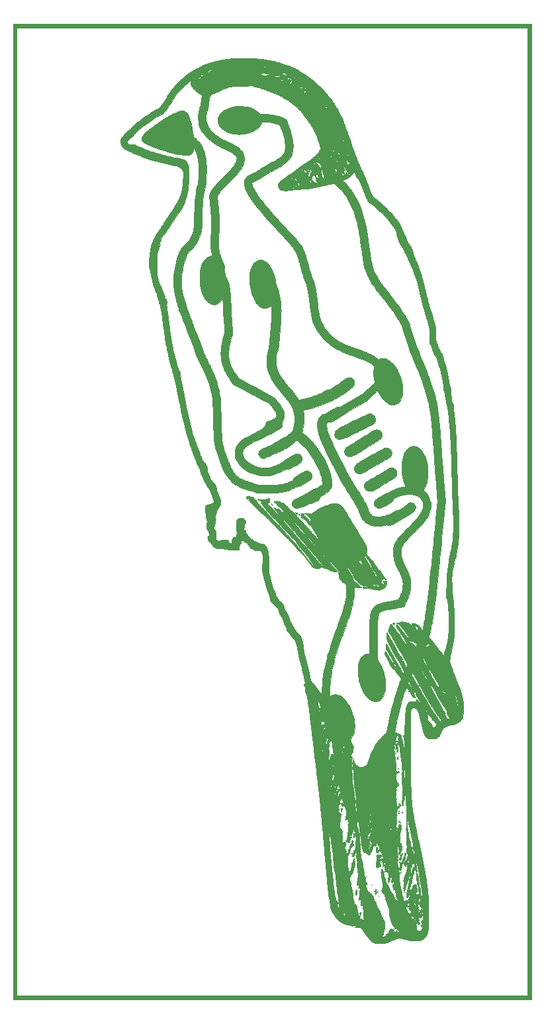
<source format=gbr>
G04 #@! TF.FileFunction,Copper,L1,Top,Signal*
%FSLAX46Y46*%
G04 Gerber Fmt 4.6, Leading zero omitted, Abs format (unit mm)*
G04 Created by KiCad (PCBNEW 4.0.6) date Sunday, 25 February 2018 'PMt' 23:13:54*
%MOMM*%
%LPD*%
G01*
G04 APERTURE LIST*
%ADD10C,0.100000*%
%ADD11C,0.010000*%
G04 APERTURE END LIST*
D10*
D11*
G36*
X146177000Y-175387000D02*
X79883000Y-175387000D01*
X79883000Y-141571658D01*
X80331326Y-141571658D01*
X80331327Y-142913418D01*
X80331334Y-144235295D01*
X80331348Y-145536765D01*
X80331370Y-146817302D01*
X80331398Y-148076383D01*
X80331432Y-149313483D01*
X80331474Y-150528076D01*
X80331522Y-151719640D01*
X80331576Y-152887647D01*
X80331638Y-154031576D01*
X80331705Y-155150899D01*
X80331780Y-156245094D01*
X80331861Y-157313635D01*
X80331948Y-158355997D01*
X80332041Y-159371657D01*
X80332141Y-160360089D01*
X80332248Y-161320768D01*
X80332360Y-162253171D01*
X80332479Y-163156773D01*
X80332604Y-164031048D01*
X80332735Y-164875472D01*
X80332873Y-165689521D01*
X80333016Y-166472670D01*
X80333165Y-167224395D01*
X80333321Y-167944170D01*
X80333482Y-168631471D01*
X80333650Y-169285774D01*
X80333823Y-169906554D01*
X80334002Y-170493285D01*
X80334187Y-171045445D01*
X80334377Y-171562507D01*
X80334574Y-172043948D01*
X80334776Y-172489242D01*
X80334983Y-172897865D01*
X80335197Y-173269293D01*
X80335415Y-173603001D01*
X80335640Y-173898464D01*
X80335870Y-174155157D01*
X80336105Y-174372556D01*
X80336346Y-174550136D01*
X80336592Y-174687374D01*
X80336843Y-174783743D01*
X80337100Y-174838719D01*
X80337308Y-174852542D01*
X80344938Y-174853729D01*
X80367274Y-174854884D01*
X80404849Y-174856004D01*
X80458198Y-174857092D01*
X80527857Y-174858147D01*
X80614359Y-174859170D01*
X80718241Y-174860162D01*
X80840036Y-174861122D01*
X80980281Y-174862051D01*
X81139508Y-174862950D01*
X81318255Y-174863819D01*
X81517054Y-174864658D01*
X81736442Y-174865469D01*
X81976953Y-174866250D01*
X82239121Y-174867004D01*
X82523483Y-174867729D01*
X82830572Y-174868428D01*
X83160924Y-174869099D01*
X83515073Y-174869744D01*
X83893554Y-174870363D01*
X84296902Y-174870956D01*
X84725653Y-174871524D01*
X85180340Y-174872067D01*
X85661499Y-174872586D01*
X86169665Y-174873081D01*
X86705372Y-174873553D01*
X87269156Y-174874001D01*
X87861551Y-174874427D01*
X88483092Y-174874831D01*
X89134314Y-174875213D01*
X89815751Y-174875574D01*
X90527940Y-174875914D01*
X91271414Y-174876233D01*
X92046708Y-174876533D01*
X92854358Y-174876813D01*
X93694898Y-174877073D01*
X94568863Y-174877315D01*
X95476788Y-174877539D01*
X96419208Y-174877745D01*
X97396657Y-174877934D01*
X98409671Y-174878105D01*
X99458784Y-174878261D01*
X100544532Y-174878400D01*
X101667448Y-174878523D01*
X102828069Y-174878631D01*
X104026929Y-174878724D01*
X105264562Y-174878803D01*
X106541504Y-174878868D01*
X107858289Y-174878920D01*
X109215453Y-174878958D01*
X110613530Y-174878984D01*
X112053055Y-174878997D01*
X113018752Y-174879000D01*
X145690166Y-174879000D01*
X145690166Y-51159819D01*
X113014125Y-51165118D01*
X80338083Y-51170417D01*
X80332680Y-112998250D01*
X80332542Y-114618103D01*
X80332412Y-116228041D01*
X80332289Y-117827540D01*
X80332174Y-119416075D01*
X80332066Y-120993121D01*
X80331965Y-122558153D01*
X80331873Y-124110648D01*
X80331787Y-125650080D01*
X80331709Y-127175925D01*
X80331639Y-128687658D01*
X80331575Y-130184755D01*
X80331519Y-131666690D01*
X80331470Y-133132940D01*
X80331428Y-134582979D01*
X80331394Y-136016283D01*
X80331366Y-137432328D01*
X80331346Y-138830588D01*
X80331333Y-140210540D01*
X80331326Y-141571658D01*
X79883000Y-141571658D01*
X79883000Y-50694167D01*
X146177000Y-50694167D01*
X146177000Y-175387000D01*
X146177000Y-175387000D01*
G37*
X146177000Y-175387000D02*
X79883000Y-175387000D01*
X79883000Y-141571658D01*
X80331326Y-141571658D01*
X80331327Y-142913418D01*
X80331334Y-144235295D01*
X80331348Y-145536765D01*
X80331370Y-146817302D01*
X80331398Y-148076383D01*
X80331432Y-149313483D01*
X80331474Y-150528076D01*
X80331522Y-151719640D01*
X80331576Y-152887647D01*
X80331638Y-154031576D01*
X80331705Y-155150899D01*
X80331780Y-156245094D01*
X80331861Y-157313635D01*
X80331948Y-158355997D01*
X80332041Y-159371657D01*
X80332141Y-160360089D01*
X80332248Y-161320768D01*
X80332360Y-162253171D01*
X80332479Y-163156773D01*
X80332604Y-164031048D01*
X80332735Y-164875472D01*
X80332873Y-165689521D01*
X80333016Y-166472670D01*
X80333165Y-167224395D01*
X80333321Y-167944170D01*
X80333482Y-168631471D01*
X80333650Y-169285774D01*
X80333823Y-169906554D01*
X80334002Y-170493285D01*
X80334187Y-171045445D01*
X80334377Y-171562507D01*
X80334574Y-172043948D01*
X80334776Y-172489242D01*
X80334983Y-172897865D01*
X80335197Y-173269293D01*
X80335415Y-173603001D01*
X80335640Y-173898464D01*
X80335870Y-174155157D01*
X80336105Y-174372556D01*
X80336346Y-174550136D01*
X80336592Y-174687374D01*
X80336843Y-174783743D01*
X80337100Y-174838719D01*
X80337308Y-174852542D01*
X80344938Y-174853729D01*
X80367274Y-174854884D01*
X80404849Y-174856004D01*
X80458198Y-174857092D01*
X80527857Y-174858147D01*
X80614359Y-174859170D01*
X80718241Y-174860162D01*
X80840036Y-174861122D01*
X80980281Y-174862051D01*
X81139508Y-174862950D01*
X81318255Y-174863819D01*
X81517054Y-174864658D01*
X81736442Y-174865469D01*
X81976953Y-174866250D01*
X82239121Y-174867004D01*
X82523483Y-174867729D01*
X82830572Y-174868428D01*
X83160924Y-174869099D01*
X83515073Y-174869744D01*
X83893554Y-174870363D01*
X84296902Y-174870956D01*
X84725653Y-174871524D01*
X85180340Y-174872067D01*
X85661499Y-174872586D01*
X86169665Y-174873081D01*
X86705372Y-174873553D01*
X87269156Y-174874001D01*
X87861551Y-174874427D01*
X88483092Y-174874831D01*
X89134314Y-174875213D01*
X89815751Y-174875574D01*
X90527940Y-174875914D01*
X91271414Y-174876233D01*
X92046708Y-174876533D01*
X92854358Y-174876813D01*
X93694898Y-174877073D01*
X94568863Y-174877315D01*
X95476788Y-174877539D01*
X96419208Y-174877745D01*
X97396657Y-174877934D01*
X98409671Y-174878105D01*
X99458784Y-174878261D01*
X100544532Y-174878400D01*
X101667448Y-174878523D01*
X102828069Y-174878631D01*
X104026929Y-174878724D01*
X105264562Y-174878803D01*
X106541504Y-174878868D01*
X107858289Y-174878920D01*
X109215453Y-174878958D01*
X110613530Y-174878984D01*
X112053055Y-174878997D01*
X113018752Y-174879000D01*
X145690166Y-174879000D01*
X145690166Y-51159819D01*
X113014125Y-51165118D01*
X80338083Y-51170417D01*
X80332680Y-112998250D01*
X80332542Y-114618103D01*
X80332412Y-116228041D01*
X80332289Y-117827540D01*
X80332174Y-119416075D01*
X80332066Y-120993121D01*
X80331965Y-122558153D01*
X80331873Y-124110648D01*
X80331787Y-125650080D01*
X80331709Y-127175925D01*
X80331639Y-128687658D01*
X80331575Y-130184755D01*
X80331519Y-131666690D01*
X80331470Y-133132940D01*
X80331428Y-134582979D01*
X80331394Y-136016283D01*
X80331366Y-137432328D01*
X80331346Y-138830588D01*
X80331333Y-140210540D01*
X80331326Y-141571658D01*
X79883000Y-141571658D01*
X79883000Y-50694167D01*
X146177000Y-50694167D01*
X146177000Y-175387000D01*
G36*
X110038530Y-55046546D02*
X110489985Y-55060932D01*
X110921505Y-55083934D01*
X111326681Y-55115452D01*
X111699104Y-55155386D01*
X111826324Y-55172137D01*
X112033024Y-55203325D01*
X112257566Y-55241564D01*
X112494747Y-55285647D01*
X112739360Y-55334370D01*
X112986201Y-55386524D01*
X113230064Y-55440906D01*
X113465743Y-55496307D01*
X113688035Y-55551523D01*
X113891733Y-55605348D01*
X114071631Y-55656574D01*
X114222526Y-55703996D01*
X114339211Y-55746408D01*
X114379659Y-55763762D01*
X114452374Y-55792818D01*
X114551305Y-55826417D01*
X114661400Y-55859652D01*
X114733916Y-55879271D01*
X114842634Y-55912140D01*
X114981722Y-55962051D01*
X115144273Y-56025982D01*
X115323378Y-56100914D01*
X115512130Y-56183827D01*
X115703620Y-56271701D01*
X115890941Y-56361516D01*
X116067185Y-56450250D01*
X116194416Y-56517805D01*
X116380331Y-56621404D01*
X116579216Y-56735933D01*
X116784640Y-56857415D01*
X116990169Y-56981872D01*
X117189371Y-57105326D01*
X117375813Y-57223800D01*
X117543061Y-57333316D01*
X117684684Y-57429896D01*
X117775843Y-57495649D01*
X118355162Y-57953271D01*
X118900686Y-58434569D01*
X119415671Y-58942740D01*
X119903372Y-59480981D01*
X120328053Y-60001982D01*
X120423821Y-60127523D01*
X120527053Y-60266441D01*
X120633789Y-60413075D01*
X120740070Y-60561766D01*
X120841932Y-60706857D01*
X120935417Y-60842686D01*
X121016563Y-60963597D01*
X121081409Y-61063928D01*
X121125995Y-61138022D01*
X121135604Y-61155784D01*
X121179797Y-61238698D01*
X121233601Y-61335944D01*
X121281844Y-61420367D01*
X121375384Y-61586095D01*
X121477526Y-61776535D01*
X121584053Y-61983073D01*
X121690747Y-62197090D01*
X121793392Y-62409973D01*
X121887770Y-62613103D01*
X121969663Y-62797866D01*
X122034854Y-62955645D01*
X122040766Y-62970833D01*
X122078647Y-63064274D01*
X122124455Y-63170869D01*
X122163225Y-63256583D01*
X122202507Y-63343826D01*
X122246212Y-63446160D01*
X122291239Y-63555675D01*
X122334489Y-63664464D01*
X122372864Y-63764620D01*
X122403264Y-63848233D01*
X122422590Y-63907395D01*
X122428000Y-63932199D01*
X122435211Y-63959568D01*
X122455571Y-64021125D01*
X122487166Y-64111493D01*
X122528084Y-64225295D01*
X122576412Y-64357157D01*
X122630238Y-64501700D01*
X122637224Y-64520302D01*
X122694615Y-64676112D01*
X122761468Y-64862842D01*
X122834513Y-65071038D01*
X122910480Y-65291247D01*
X122986100Y-65514014D01*
X123058103Y-65729887D01*
X123104224Y-65870667D01*
X123162625Y-66049260D01*
X123218615Y-66218148D01*
X123270503Y-66372395D01*
X123316596Y-66507067D01*
X123355202Y-66617232D01*
X123384630Y-66697953D01*
X123403186Y-66744297D01*
X123405483Y-66749083D01*
X123438067Y-66823548D01*
X123468163Y-66909818D01*
X123476657Y-66939583D01*
X123494730Y-66997322D01*
X123526901Y-67088266D01*
X123570869Y-67206593D01*
X123624333Y-67346481D01*
X123684992Y-67502107D01*
X123750544Y-67667649D01*
X123818689Y-67837284D01*
X123887124Y-68005191D01*
X123953548Y-68165546D01*
X124015661Y-68312528D01*
X124058111Y-68410667D01*
X124115101Y-68541580D01*
X124173162Y-68676384D01*
X124227249Y-68803271D01*
X124272321Y-68910438D01*
X124293200Y-68961000D01*
X124336230Y-69063913D01*
X124381724Y-69168695D01*
X124422299Y-69258473D01*
X124436791Y-69289083D01*
X124529582Y-69481008D01*
X124606113Y-69640121D01*
X124668784Y-69771608D01*
X124719999Y-69880654D01*
X124762159Y-69972446D01*
X124797665Y-70052169D01*
X124828920Y-70125009D01*
X124858325Y-70196152D01*
X124868144Y-70220417D01*
X124915327Y-70337182D01*
X124971049Y-70474526D01*
X125027761Y-70613869D01*
X125070219Y-70717833D01*
X125182835Y-70996512D01*
X125290754Y-71270366D01*
X125390912Y-71531382D01*
X125480242Y-71771549D01*
X125555679Y-71982854D01*
X125569098Y-72021730D01*
X125653872Y-72247134D01*
X125743428Y-72437750D01*
X125842930Y-72601121D01*
X125957540Y-72744791D01*
X126092423Y-72876304D01*
X126228827Y-72985622D01*
X126282355Y-73025942D01*
X126338278Y-73069334D01*
X126400122Y-73118749D01*
X126471412Y-73177135D01*
X126555673Y-73247443D01*
X126656430Y-73332623D01*
X126777209Y-73435625D01*
X126921535Y-73559398D01*
X127092933Y-73706894D01*
X127165748Y-73769648D01*
X127248191Y-73842716D01*
X127331840Y-73920136D01*
X127402182Y-73988384D01*
X127419748Y-74006325D01*
X127497588Y-74086493D01*
X127568271Y-74156884D01*
X127642815Y-74228128D01*
X127732242Y-74310852D01*
X127790772Y-74364195D01*
X127857252Y-74427577D01*
X127939644Y-74510685D01*
X128032134Y-74607170D01*
X128128909Y-74710683D01*
X128224154Y-74814874D01*
X128312057Y-74913395D01*
X128386804Y-74999896D01*
X128442580Y-75068029D01*
X128470778Y-75106831D01*
X128508642Y-75160763D01*
X128544386Y-75202649D01*
X128547019Y-75205167D01*
X128591552Y-75251782D01*
X128652134Y-75322081D01*
X128720116Y-75405363D01*
X128786853Y-75490927D01*
X128843696Y-75568072D01*
X128863451Y-75596750D01*
X128916262Y-75670950D01*
X128981461Y-75755879D01*
X129033085Y-75819000D01*
X129150387Y-75968300D01*
X129264525Y-76134207D01*
X129366318Y-76302409D01*
X129446583Y-76458592D01*
X129454033Y-76475167D01*
X129482067Y-76527208D01*
X129521539Y-76588348D01*
X129530084Y-76600324D01*
X129565238Y-76660747D01*
X129601282Y-76741740D01*
X129623312Y-76803847D01*
X129652639Y-76888952D01*
X129685891Y-76971198D01*
X129707763Y-77017043D01*
X129736177Y-77088551D01*
X129751036Y-77162041D01*
X129751666Y-77176270D01*
X129764948Y-77248791D01*
X129807403Y-77333168D01*
X129828795Y-77365709D01*
X129895150Y-77474320D01*
X129966001Y-77610873D01*
X130035344Y-77762301D01*
X130097174Y-77915537D01*
X130143124Y-78049703D01*
X130180875Y-78154002D01*
X130229765Y-78262953D01*
X130279890Y-78354677D01*
X130284440Y-78361830D01*
X130330061Y-78437228D01*
X130367533Y-78508035D01*
X130389103Y-78559540D01*
X130389670Y-78561506D01*
X130411262Y-78608520D01*
X130452410Y-78675116D01*
X130505165Y-78748696D01*
X130518885Y-78766265D01*
X130565980Y-78832652D01*
X130625638Y-78927497D01*
X130692120Y-79041083D01*
X130759688Y-79163694D01*
X130805568Y-79251675D01*
X130872481Y-79385482D01*
X130922489Y-79491497D01*
X130959193Y-79578960D01*
X130986198Y-79657113D01*
X131007108Y-79735197D01*
X131022880Y-79808917D01*
X131039900Y-79891932D01*
X131057413Y-79968526D01*
X131077203Y-80043667D01*
X131101050Y-80122321D01*
X131130736Y-80209457D01*
X131168043Y-80310042D01*
X131214752Y-80429044D01*
X131272646Y-80571432D01*
X131343506Y-80742172D01*
X131429114Y-80946233D01*
X131440415Y-80973083D01*
X131572618Y-81295135D01*
X131698009Y-81616306D01*
X131812056Y-81924673D01*
X131910230Y-82208313D01*
X131912926Y-82216449D01*
X131977909Y-82417043D01*
X132044593Y-82630675D01*
X132111048Y-82850557D01*
X132175339Y-83069901D01*
X132235534Y-83281919D01*
X132289702Y-83479824D01*
X132335909Y-83656827D01*
X132372224Y-83806141D01*
X132393563Y-83904667D01*
X132412937Y-83992286D01*
X132434164Y-84072391D01*
X132452808Y-84128319D01*
X132453625Y-84130258D01*
X132470241Y-84180049D01*
X132491149Y-84258477D01*
X132513018Y-84352534D01*
X132524091Y-84405424D01*
X132550913Y-84524171D01*
X132585140Y-84655041D01*
X132620484Y-84774397D01*
X132629715Y-84802509D01*
X132663949Y-84912839D01*
X132696826Y-85034159D01*
X132722210Y-85143509D01*
X132725927Y-85162342D01*
X132749365Y-85273441D01*
X132784525Y-85421912D01*
X132830563Y-85604697D01*
X132886636Y-85818743D01*
X132951904Y-86060994D01*
X133025522Y-86328394D01*
X133106649Y-86617889D01*
X133194442Y-86926422D01*
X133288059Y-87250938D01*
X133386657Y-87588383D01*
X133489394Y-87935701D01*
X133505573Y-87990013D01*
X133560873Y-88175812D01*
X133621012Y-88378422D01*
X133682407Y-88585739D01*
X133741478Y-88785661D01*
X133794643Y-88966085D01*
X133828074Y-89079917D01*
X133970767Y-89566750D01*
X133971662Y-89894833D01*
X133966297Y-90140767D01*
X133948394Y-90354133D01*
X133933806Y-90455750D01*
X133907092Y-90679958D01*
X133907027Y-90871419D01*
X133933607Y-91030077D01*
X133973019Y-91131379D01*
X134003533Y-91196696D01*
X134023237Y-91251962D01*
X134027333Y-91274710D01*
X134034766Y-91310749D01*
X134054718Y-91375097D01*
X134083667Y-91456887D01*
X134101867Y-91504653D01*
X134142321Y-91613696D01*
X134179190Y-91723115D01*
X134209538Y-91823184D01*
X134230433Y-91904179D01*
X134238942Y-91956377D01*
X134239000Y-91959222D01*
X134250024Y-91986065D01*
X134279662Y-92039031D01*
X134322756Y-92109214D01*
X134352169Y-92154731D01*
X134408951Y-92247380D01*
X134462042Y-92344977D01*
X134502540Y-92430805D01*
X134512202Y-92455273D01*
X134547253Y-92532176D01*
X134599873Y-92625271D01*
X134660568Y-92718198D01*
X134681800Y-92747441D01*
X134741716Y-92829898D01*
X134785634Y-92899684D01*
X134817647Y-92967528D01*
X134841844Y-93044160D01*
X134862316Y-93140307D01*
X134883155Y-93266699D01*
X134885429Y-93281500D01*
X134913552Y-93450292D01*
X134942055Y-93586590D01*
X134973632Y-93700171D01*
X135010978Y-93800811D01*
X135053726Y-93892303D01*
X135099281Y-93994913D01*
X135146603Y-94127779D01*
X135196130Y-94292644D01*
X135248300Y-94491248D01*
X135303549Y-94725332D01*
X135362315Y-94996639D01*
X135425036Y-95306910D01*
X135477172Y-95578083D01*
X135502911Y-95712402D01*
X135528230Y-95840679D01*
X135551290Y-95953882D01*
X135570253Y-96042975D01*
X135582700Y-96096667D01*
X135597895Y-96169274D01*
X135614195Y-96268105D01*
X135629100Y-96377201D01*
X135635749Y-96435333D01*
X135653461Y-96594465D01*
X135669830Y-96717458D01*
X135686261Y-96810416D01*
X135704161Y-96879443D01*
X135724933Y-96930645D01*
X135749984Y-96970126D01*
X135762245Y-96984822D01*
X135795080Y-97028197D01*
X135818480Y-97078268D01*
X135833934Y-97142807D01*
X135842932Y-97229585D01*
X135846965Y-97346373D01*
X135847614Y-97430167D01*
X135853303Y-97643965D01*
X135868529Y-97875225D01*
X135891643Y-98104227D01*
X135920995Y-98311248D01*
X135921622Y-98314954D01*
X135936857Y-98412168D01*
X135954225Y-98534673D01*
X135971421Y-98665660D01*
X135984145Y-98770811D01*
X135997543Y-98883123D01*
X136009149Y-98962272D01*
X136021619Y-99017193D01*
X136037609Y-99056820D01*
X136059774Y-99090090D01*
X136089155Y-99124153D01*
X136130696Y-99176016D01*
X136161473Y-99231568D01*
X136183640Y-99298962D01*
X136199353Y-99386349D01*
X136210768Y-99501880D01*
X136217717Y-99610333D01*
X136228417Y-99779169D01*
X136242345Y-99963810D01*
X136258565Y-100154231D01*
X136276139Y-100340412D01*
X136294131Y-100512329D01*
X136311606Y-100659961D01*
X136324506Y-100753333D01*
X136337474Y-100847661D01*
X136351153Y-100965356D01*
X136365779Y-101109138D01*
X136381594Y-101281724D01*
X136398835Y-101485834D01*
X136417742Y-101724185D01*
X136438554Y-101999496D01*
X136460360Y-102298500D01*
X136477946Y-102548393D01*
X136493841Y-102786631D01*
X136508238Y-103017810D01*
X136521331Y-103246526D01*
X136533314Y-103477373D01*
X136544382Y-103714948D01*
X136554727Y-103963846D01*
X136564543Y-104228662D01*
X136574025Y-104513992D01*
X136583366Y-104824431D01*
X136592760Y-105164575D01*
X136602401Y-105539019D01*
X136609881Y-105843917D01*
X136626956Y-106528064D01*
X136644845Y-107198925D01*
X136663439Y-107853204D01*
X136682628Y-108487605D01*
X136702305Y-109098832D01*
X136722359Y-109683589D01*
X136742683Y-110238581D01*
X136763168Y-110760511D01*
X136783704Y-111246084D01*
X136800366Y-111611833D01*
X136817407Y-111977184D01*
X136832212Y-112305411D01*
X136844928Y-112601658D01*
X136855702Y-112871067D01*
X136864681Y-113118781D01*
X136872013Y-113349943D01*
X136877844Y-113569696D01*
X136882321Y-113783183D01*
X136885592Y-113995546D01*
X136887804Y-114211928D01*
X136889103Y-114437473D01*
X136889637Y-114677322D01*
X136889667Y-114733917D01*
X136888917Y-115071591D01*
X136886322Y-115373369D01*
X136881647Y-115645657D01*
X136874653Y-115894859D01*
X136865103Y-116127382D01*
X136852760Y-116349632D01*
X136837386Y-116568015D01*
X136818744Y-116788937D01*
X136810043Y-116882333D01*
X136780112Y-117165394D01*
X136744631Y-117448912D01*
X136704497Y-117728295D01*
X136660608Y-117998948D01*
X136613862Y-118256278D01*
X136565157Y-118495692D01*
X136515389Y-118712595D01*
X136465457Y-118902395D01*
X136416258Y-119060497D01*
X136368689Y-119182308D01*
X136355085Y-119210667D01*
X136336221Y-119264075D01*
X136316760Y-119346078D01*
X136299675Y-119443091D01*
X136292546Y-119496417D01*
X136281276Y-119581058D01*
X136265385Y-119680768D01*
X136244072Y-119799641D01*
X136216534Y-119941767D01*
X136181970Y-120111238D01*
X136139577Y-120312146D01*
X136088553Y-120548584D01*
X136066428Y-120650000D01*
X136049328Y-120732480D01*
X136035946Y-120809694D01*
X136025661Y-120889222D01*
X136017848Y-120978644D01*
X136011884Y-121085541D01*
X136007146Y-121217493D01*
X136003010Y-121382080D01*
X136001878Y-121434910D01*
X135999658Y-121811340D01*
X136007514Y-122215511D01*
X136024778Y-122634215D01*
X136050779Y-123054244D01*
X136084848Y-123462394D01*
X136122545Y-123814417D01*
X136155425Y-124110047D01*
X136186107Y-124429218D01*
X136214417Y-124767275D01*
X136240179Y-125119561D01*
X136263218Y-125481421D01*
X136283357Y-125848200D01*
X136300422Y-126215241D01*
X136314236Y-126577890D01*
X136324625Y-126931491D01*
X136331413Y-127271388D01*
X136334425Y-127592926D01*
X136333484Y-127891449D01*
X136328416Y-128162301D01*
X136319045Y-128400827D01*
X136305196Y-128602371D01*
X136303657Y-128619250D01*
X136290126Y-128770199D01*
X136275799Y-128940196D01*
X136262269Y-129109767D01*
X136251126Y-129259439D01*
X136249836Y-129277859D01*
X136232178Y-129457826D01*
X136202420Y-129670947D01*
X136161880Y-129910224D01*
X136111874Y-130168660D01*
X136053720Y-130439259D01*
X135988736Y-130715022D01*
X135951449Y-130862917D01*
X135882222Y-131140413D01*
X135827233Y-131382574D01*
X135785833Y-131593696D01*
X135757373Y-131778072D01*
X135741204Y-131939997D01*
X135736678Y-132083767D01*
X135743146Y-132213676D01*
X135744850Y-132230607D01*
X135762630Y-132330220D01*
X135798312Y-132466310D01*
X135851324Y-132637261D01*
X135921093Y-132841462D01*
X136007046Y-133077300D01*
X136108610Y-133343160D01*
X136225213Y-133637429D01*
X136356280Y-133958495D01*
X136371641Y-133995583D01*
X136566376Y-134472218D01*
X136740557Y-134913666D01*
X136894698Y-135321459D01*
X137029314Y-135697129D01*
X137144922Y-136042205D01*
X137242035Y-136358220D01*
X137321171Y-136646704D01*
X137382843Y-136909187D01*
X137422799Y-137118211D01*
X137457147Y-137374383D01*
X137478936Y-137652337D01*
X137488421Y-137943083D01*
X137485858Y-138237632D01*
X137471505Y-138526994D01*
X137445616Y-138802179D01*
X137408449Y-139054198D01*
X137361485Y-139269444D01*
X137308468Y-139445044D01*
X137250948Y-139583053D01*
X137185686Y-139688195D01*
X137109444Y-139765192D01*
X137018983Y-139818769D01*
X136972677Y-139836528D01*
X136894101Y-139871969D01*
X136839505Y-139915188D01*
X136831957Y-139925159D01*
X136788687Y-139969181D01*
X136728543Y-140007000D01*
X136719500Y-140011031D01*
X136654246Y-140043106D01*
X136597552Y-140078544D01*
X136592648Y-140082280D01*
X136557535Y-140104763D01*
X136507856Y-140126851D01*
X136438991Y-140149808D01*
X136346323Y-140174896D01*
X136225234Y-140203378D01*
X136071105Y-140236517D01*
X135903446Y-140270740D01*
X135768336Y-140298979D01*
X135638886Y-140328065D01*
X135524189Y-140355804D01*
X135433336Y-140380001D01*
X135377242Y-140397764D01*
X135217945Y-140477942D01*
X135054954Y-140599426D01*
X134889270Y-140761447D01*
X134857822Y-140796463D01*
X134776286Y-140890058D01*
X134718387Y-140960709D01*
X134679156Y-141016680D01*
X134653622Y-141066234D01*
X134636817Y-141117631D01*
X134623771Y-141179137D01*
X134622064Y-141188459D01*
X134592474Y-141293946D01*
X134542856Y-141409745D01*
X134478983Y-141526813D01*
X134406630Y-141636105D01*
X134331570Y-141728579D01*
X134259575Y-141795192D01*
X134219244Y-141819435D01*
X134170770Y-141849658D01*
X134142819Y-141883268D01*
X134142249Y-141884894D01*
X134118146Y-141920545D01*
X134073482Y-141961860D01*
X134063123Y-141969575D01*
X134036523Y-141986801D01*
X134007540Y-141999543D01*
X133969355Y-142008634D01*
X133915149Y-142014905D01*
X133838102Y-142019186D01*
X133731396Y-142022310D01*
X133610984Y-142024699D01*
X133419969Y-142025825D01*
X133263961Y-142020282D01*
X133135899Y-142006119D01*
X133028720Y-141981385D01*
X132935363Y-141944130D01*
X132848765Y-141892404D01*
X132761864Y-141824256D01*
X132707002Y-141775008D01*
X132616390Y-141679490D01*
X132529772Y-141568182D01*
X132457168Y-141455141D01*
X132410129Y-141358504D01*
X132375867Y-141256471D01*
X132337100Y-141119815D01*
X132312611Y-141022917D01*
X133752166Y-141022917D01*
X133762750Y-141033500D01*
X133773333Y-141022917D01*
X133762750Y-141012333D01*
X133752166Y-141022917D01*
X132312611Y-141022917D01*
X132295641Y-140955774D01*
X132253302Y-140771586D01*
X132211894Y-140574488D01*
X132204263Y-140536083D01*
X132166992Y-140348560D01*
X132136025Y-140197496D01*
X132110096Y-140077701D01*
X132087940Y-139983982D01*
X132068289Y-139911149D01*
X132049878Y-139854009D01*
X132031440Y-139807372D01*
X132020997Y-139784667D01*
X131993682Y-139719202D01*
X131976997Y-139662323D01*
X131974631Y-139643677D01*
X131968146Y-139600148D01*
X131951710Y-139532194D01*
X131931709Y-139463761D01*
X131909256Y-139381027D01*
X131885491Y-139274460D01*
X131864332Y-139162236D01*
X131857184Y-139117917D01*
X131836723Y-139001848D01*
X131811658Y-138888462D01*
X131784360Y-138786085D01*
X131757204Y-138703039D01*
X131732561Y-138647650D01*
X131718043Y-138629771D01*
X131698719Y-138605591D01*
X131668075Y-138554731D01*
X131636269Y-138495023D01*
X131553868Y-138359736D01*
X131531315Y-138332940D01*
X132656837Y-138332940D01*
X132659069Y-138355935D01*
X132672882Y-138411110D01*
X132696093Y-138490612D01*
X132726516Y-138586587D01*
X132732205Y-138603845D01*
X132793466Y-138802475D01*
X132842012Y-138988719D01*
X132876592Y-139156354D01*
X132895955Y-139299154D01*
X132898848Y-139410896D01*
X132897605Y-139426430D01*
X132894963Y-139519733D01*
X132909818Y-139578717D01*
X132913790Y-139585180D01*
X132937034Y-139634305D01*
X132954894Y-139697426D01*
X132955475Y-139700512D01*
X132978893Y-139763265D01*
X133029375Y-139807267D01*
X133040987Y-139813808D01*
X133093522Y-139854023D01*
X133149968Y-139914962D01*
X133180003Y-139956143D01*
X133230082Y-140021341D01*
X133278340Y-140063470D01*
X133298577Y-140072683D01*
X133337499Y-140089219D01*
X133350000Y-140105018D01*
X133363940Y-140129047D01*
X133400283Y-140172414D01*
X133445250Y-140219697D01*
X133505540Y-140287559D01*
X133535141Y-140342209D01*
X133540500Y-140376641D01*
X133533918Y-140425315D01*
X133519333Y-140451417D01*
X133498496Y-140485285D01*
X133502972Y-140531879D01*
X133529143Y-140573023D01*
X133545791Y-140584333D01*
X133586717Y-140602688D01*
X133614733Y-140604393D01*
X133648767Y-140587088D01*
X133678083Y-140567833D01*
X133753682Y-140532535D01*
X133820572Y-140528609D01*
X133870130Y-140555862D01*
X133881609Y-140572397D01*
X133894457Y-140590864D01*
X133905394Y-140587701D01*
X133917024Y-140557306D01*
X133931952Y-140494083D01*
X133943160Y-140440105D01*
X133964292Y-140346281D01*
X133987617Y-140258271D01*
X134008805Y-140192114D01*
X134013011Y-140181458D01*
X134032723Y-140129129D01*
X134032414Y-140096642D01*
X134009320Y-140065183D01*
X133993575Y-140049167D01*
X133949676Y-140013429D01*
X133912861Y-139996537D01*
X133909954Y-139996333D01*
X133882504Y-139979500D01*
X133879166Y-139965644D01*
X133863370Y-139915239D01*
X133821524Y-139850169D01*
X133761940Y-139780492D01*
X133692931Y-139716268D01*
X133685034Y-139710480D01*
X134166848Y-139710480D01*
X134167845Y-139731750D01*
X134187378Y-139759728D01*
X134196666Y-139763500D01*
X134217769Y-139746713D01*
X134225487Y-139731750D01*
X134222007Y-139705548D01*
X134196666Y-139700000D01*
X134166848Y-139710480D01*
X133685034Y-139710480D01*
X133642652Y-139679420D01*
X133538680Y-139605977D01*
X133469339Y-139541386D01*
X133436892Y-139487893D01*
X133434666Y-139472846D01*
X133422898Y-139434250D01*
X133393165Y-139379605D01*
X133353821Y-139320889D01*
X133313224Y-139270077D01*
X133279728Y-139239147D01*
X133268643Y-139234879D01*
X133240867Y-139216663D01*
X133229133Y-139192000D01*
X133212800Y-139157696D01*
X133200357Y-139149667D01*
X133180941Y-139132374D01*
X133154390Y-139089306D01*
X133146575Y-139073639D01*
X133115281Y-139021752D01*
X133083194Y-138988959D01*
X133076790Y-138985741D01*
X133036453Y-138959452D01*
X132988371Y-138912356D01*
X132943541Y-138857450D01*
X132912955Y-138807736D01*
X132905906Y-138783698D01*
X132896341Y-138741317D01*
X132873069Y-138682961D01*
X132865184Y-138666789D01*
X132840210Y-138598450D01*
X132834570Y-138538062D01*
X132835382Y-138532765D01*
X132831539Y-138463173D01*
X132800784Y-138396472D01*
X132752024Y-138348352D01*
X132723824Y-138336200D01*
X132678967Y-138329345D01*
X132656837Y-138332940D01*
X131531315Y-138332940D01*
X131454628Y-138241828D01*
X131391481Y-138187853D01*
X132574797Y-138187853D01*
X132590986Y-138226026D01*
X132611505Y-138260096D01*
X132625734Y-138263204D01*
X132626698Y-138260988D01*
X132619877Y-138227721D01*
X132599535Y-138200379D01*
X132576556Y-138179722D01*
X132574797Y-138187853D01*
X131391481Y-138187853D01*
X131346583Y-138149477D01*
X131240025Y-138091695D01*
X131169591Y-138066887D01*
X131110940Y-138048931D01*
X131084389Y-138042967D01*
X131051522Y-138056522D01*
X131002114Y-138097270D01*
X130943210Y-138157250D01*
X130881857Y-138228503D01*
X130825099Y-138303067D01*
X130779983Y-138372981D01*
X130762783Y-138406347D01*
X130745118Y-138454423D01*
X130731266Y-138515473D01*
X130720196Y-138596959D01*
X130710877Y-138706346D01*
X130702846Y-138840264D01*
X130698372Y-138951681D01*
X130694566Y-139101965D01*
X130691405Y-139288559D01*
X130688869Y-139508905D01*
X130686936Y-139760444D01*
X130685584Y-140040619D01*
X130684792Y-140346874D01*
X130684538Y-140676649D01*
X130684802Y-141027387D01*
X130685560Y-141396531D01*
X130686793Y-141781523D01*
X130688478Y-142179805D01*
X130690595Y-142588820D01*
X130693120Y-143006010D01*
X130696034Y-143428817D01*
X130699314Y-143854683D01*
X130702939Y-144281051D01*
X130706888Y-144705364D01*
X130711138Y-145125063D01*
X130715670Y-145537591D01*
X130720460Y-145940390D01*
X130725488Y-146330902D01*
X130730732Y-146706570D01*
X130736171Y-147064837D01*
X130741782Y-147403144D01*
X130747546Y-147718933D01*
X130753439Y-148009648D01*
X130759441Y-148272730D01*
X130765531Y-148505622D01*
X130771686Y-148705766D01*
X130777885Y-148870605D01*
X130784107Y-148997580D01*
X130788761Y-149066250D01*
X130795757Y-149155517D01*
X130804992Y-149278590D01*
X130815853Y-149427036D01*
X130827730Y-149592423D01*
X130840012Y-149766320D01*
X130852089Y-149940295D01*
X130852390Y-149944667D01*
X130871698Y-150216042D01*
X130890815Y-150460939D01*
X130910633Y-150685676D01*
X130932045Y-150896572D01*
X130955943Y-151099945D01*
X130983221Y-151302114D01*
X131014769Y-151509396D01*
X131051482Y-151728110D01*
X131094252Y-151964574D01*
X131143972Y-152225107D01*
X131201534Y-152516027D01*
X131248619Y-152749250D01*
X131290651Y-152956672D01*
X131331270Y-153158058D01*
X131369449Y-153348246D01*
X131404160Y-153522072D01*
X131434374Y-153674373D01*
X131459063Y-153799987D01*
X131477199Y-153893750D01*
X131486805Y-153945167D01*
X131503373Y-154030524D01*
X131527630Y-154146434D01*
X131557268Y-154282314D01*
X131589980Y-154427578D01*
X131622969Y-154569583D01*
X131683113Y-154824471D01*
X131734304Y-155042406D01*
X131777488Y-155227592D01*
X131813615Y-155384235D01*
X131843631Y-155516542D01*
X131868484Y-155628717D01*
X131889121Y-155724965D01*
X131906491Y-155809494D01*
X131921541Y-155886507D01*
X131930584Y-155934833D01*
X131955526Y-156062303D01*
X131986489Y-156208895D01*
X132018773Y-156352778D01*
X132037684Y-156432250D01*
X132063826Y-156544033D01*
X132096312Y-156691269D01*
X132133918Y-156867763D01*
X132175418Y-157067316D01*
X132219587Y-157283732D01*
X132265201Y-157510813D01*
X132311032Y-157742363D01*
X132355857Y-157972185D01*
X132398450Y-158194081D01*
X132437585Y-158401854D01*
X132472037Y-158589307D01*
X132500581Y-158750243D01*
X132521992Y-158878465D01*
X132524436Y-158894004D01*
X132547132Y-159032633D01*
X132571115Y-159166842D01*
X132594550Y-159287211D01*
X132615606Y-159384322D01*
X132632160Y-159447821D01*
X132652026Y-159528196D01*
X132671343Y-159634838D01*
X132687462Y-159751735D01*
X132695293Y-159829493D01*
X132706933Y-159950784D01*
X132721893Y-160079243D01*
X132737855Y-160195906D01*
X132747033Y-160252827D01*
X132764593Y-160367325D01*
X132780453Y-160495814D01*
X132791228Y-160610823D01*
X132791359Y-160612667D01*
X132801027Y-160714463D01*
X132814812Y-160817065D01*
X132829949Y-160900294D01*
X132831959Y-160909000D01*
X132864612Y-161072570D01*
X132894117Y-161276610D01*
X132920397Y-161519364D01*
X132943371Y-161799081D01*
X132962961Y-162114006D01*
X132979087Y-162462386D01*
X132991672Y-162842469D01*
X133000634Y-163252500D01*
X133005896Y-163690726D01*
X133007379Y-164155394D01*
X133005003Y-164644750D01*
X133004217Y-164729583D01*
X133000086Y-165094513D01*
X132995085Y-165419881D01*
X132988854Y-165708454D01*
X132981032Y-165963000D01*
X132971258Y-166186288D01*
X132959171Y-166381084D01*
X132944410Y-166550156D01*
X132926614Y-166696274D01*
X132905424Y-166822203D01*
X132880477Y-166930713D01*
X132851414Y-167024570D01*
X132817873Y-167106543D01*
X132779493Y-167179400D01*
X132735915Y-167245908D01*
X132686777Y-167308835D01*
X132664663Y-167334557D01*
X132558687Y-167437080D01*
X132416569Y-167546290D01*
X132243257Y-167658689D01*
X132058833Y-167762796D01*
X131857750Y-167869378D01*
X131233333Y-167850950D01*
X131043768Y-167845070D01*
X130890762Y-167839410D01*
X130768547Y-167833365D01*
X130671357Y-167826329D01*
X130593425Y-167817697D01*
X130528985Y-167806865D01*
X130472269Y-167793228D01*
X130417511Y-167776181D01*
X130374412Y-167760850D01*
X130298167Y-167736343D01*
X130192685Y-167707322D01*
X130066251Y-167675594D01*
X129927150Y-167642964D01*
X129783666Y-167611241D01*
X129644086Y-167582229D01*
X129516693Y-167557736D01*
X129409773Y-167539568D01*
X129331610Y-167529532D01*
X129307166Y-167528138D01*
X129240720Y-167530246D01*
X129172028Y-167539626D01*
X129091530Y-167558465D01*
X128989666Y-167588952D01*
X128875448Y-167626916D01*
X128738850Y-167675645D01*
X128586552Y-167733363D01*
X128437471Y-167792726D01*
X128314532Y-167844627D01*
X128095840Y-167938772D01*
X127906879Y-168014844D01*
X127740072Y-168074772D01*
X127587844Y-168120492D01*
X127442617Y-168153933D01*
X127296814Y-168177029D01*
X127142861Y-168191712D01*
X126973179Y-168199914D01*
X126915333Y-168201462D01*
X126787893Y-168202927D01*
X126662512Y-168201842D01*
X126551204Y-168198480D01*
X126465984Y-168193111D01*
X126444578Y-168190813D01*
X126262702Y-168154148D01*
X126080579Y-168092596D01*
X125905705Y-168010564D01*
X125745577Y-167912461D01*
X125607692Y-167802694D01*
X125499548Y-167685669D01*
X125446836Y-167604223D01*
X125416240Y-167562369D01*
X125363204Y-167504364D01*
X125297861Y-167441096D01*
X125280460Y-167425442D01*
X125220350Y-167363919D01*
X125143852Y-167272992D01*
X125056015Y-167159765D01*
X124961887Y-167031339D01*
X124866516Y-166894816D01*
X124774951Y-166757298D01*
X124692240Y-166625887D01*
X124623431Y-166507686D01*
X124608543Y-166480186D01*
X124507262Y-166318703D01*
X124395203Y-166196770D01*
X124270166Y-166112484D01*
X124129950Y-166063940D01*
X124126625Y-166063249D01*
X124078467Y-166057616D01*
X124059560Y-166069835D01*
X124057833Y-166082568D01*
X124071450Y-166111937D01*
X124084291Y-166116324D01*
X124095310Y-166123642D01*
X124079000Y-166137167D01*
X124045185Y-166146129D01*
X123982994Y-166152711D01*
X123904496Y-166156703D01*
X123821756Y-166157901D01*
X123746841Y-166156097D01*
X123691819Y-166151085D01*
X123669731Y-166144176D01*
X123670853Y-166119796D01*
X123688167Y-166094004D01*
X123708935Y-166059453D01*
X123702398Y-166018811D01*
X123695167Y-166001820D01*
X123678000Y-165971219D01*
X123653887Y-165950528D01*
X123613811Y-165936463D01*
X123548756Y-165925736D01*
X123459875Y-165916070D01*
X123390141Y-165910960D01*
X123352976Y-165914411D01*
X123339193Y-165928016D01*
X123338166Y-165937147D01*
X123327619Y-165958766D01*
X123311708Y-165953736D01*
X123268088Y-165941978D01*
X123250814Y-165942792D01*
X123214749Y-165931913D01*
X123204500Y-165917493D01*
X123175028Y-165895182D01*
X123108782Y-165877783D01*
X123069603Y-165872180D01*
X122793785Y-165832371D01*
X122552387Y-165780463D01*
X122338686Y-165714329D01*
X122145959Y-165631843D01*
X121967485Y-165530877D01*
X121945234Y-165516450D01*
X121905156Y-165491583D01*
X125285500Y-165491583D01*
X125296083Y-165502167D01*
X125306666Y-165491583D01*
X125296083Y-165481000D01*
X125285500Y-165491583D01*
X121905156Y-165491583D01*
X121870783Y-165470256D01*
X121803193Y-165433141D01*
X121755280Y-165412055D01*
X121749868Y-165410529D01*
X121716726Y-165392025D01*
X121659870Y-165349137D01*
X121585751Y-165287182D01*
X121500823Y-165211475D01*
X121444484Y-165158933D01*
X121323664Y-165040696D01*
X121227151Y-164937032D01*
X121145506Y-164836951D01*
X121069291Y-164729462D01*
X121048478Y-164697833D01*
X120992162Y-164611828D01*
X120943448Y-164538752D01*
X120907313Y-164485982D01*
X120888735Y-164460893D01*
X120888195Y-164460338D01*
X120879902Y-164453031D01*
X122093226Y-164453031D01*
X122107449Y-164486605D01*
X122146115Y-164528342D01*
X122175953Y-164555228D01*
X122242194Y-164608586D01*
X122316417Y-164661014D01*
X122389179Y-164706718D01*
X122451035Y-164739904D01*
X122492542Y-164754777D01*
X122500760Y-164754508D01*
X122525493Y-164730912D01*
X122528982Y-164722969D01*
X122518490Y-164703066D01*
X122492340Y-164697833D01*
X122445653Y-164683669D01*
X122397804Y-164650208D01*
X122360806Y-164594927D01*
X122330020Y-164514841D01*
X122310213Y-164427455D01*
X122306153Y-164350273D01*
X122309785Y-164327043D01*
X122313718Y-164288290D01*
X122290941Y-164275352D01*
X122270397Y-164274500D01*
X122218022Y-164291518D01*
X122195166Y-164316833D01*
X122164986Y-164350539D01*
X122141908Y-164359167D01*
X122115025Y-164377312D01*
X122096981Y-164416240D01*
X122093226Y-164453031D01*
X120879902Y-164453031D01*
X120863430Y-164438519D01*
X120819000Y-164400744D01*
X120794648Y-164380327D01*
X120735200Y-164312242D01*
X120685809Y-164222896D01*
X120655410Y-164130679D01*
X120650157Y-164084000D01*
X121909416Y-164084000D01*
X121911094Y-164103505D01*
X121918750Y-164105167D01*
X121940305Y-164089801D01*
X121941166Y-164084000D01*
X121933944Y-164063383D01*
X121931832Y-164062833D01*
X121913761Y-164077665D01*
X121909416Y-164084000D01*
X120650157Y-164084000D01*
X120650000Y-164082606D01*
X120641438Y-164045944D01*
X120618991Y-163984597D01*
X120587516Y-163911838D01*
X120587476Y-163911751D01*
X120566837Y-163860501D01*
X121983500Y-163860501D01*
X121994551Y-163889461D01*
X122004666Y-163893500D01*
X122025227Y-163878308D01*
X122025833Y-163873582D01*
X122010447Y-163844916D01*
X122004666Y-163840583D01*
X121986545Y-163845382D01*
X121983500Y-163860501D01*
X120566837Y-163860501D01*
X120554644Y-163830227D01*
X120528900Y-163738628D01*
X120507474Y-163625411D01*
X120491705Y-163512500D01*
X120478198Y-163414292D01*
X120458599Y-163284346D01*
X120434496Y-163132556D01*
X120407477Y-162968812D01*
X120379130Y-162803009D01*
X120364301Y-162718750D01*
X120304618Y-162375098D01*
X120252798Y-162059470D01*
X120209121Y-161773937D01*
X120173870Y-161520570D01*
X120147326Y-161301440D01*
X120129773Y-161118619D01*
X120121491Y-160974178D01*
X120120833Y-160930902D01*
X120114927Y-160845681D01*
X120099957Y-160761872D01*
X120090618Y-160729791D01*
X120078580Y-160676526D01*
X120066285Y-160586771D01*
X120054338Y-160466362D01*
X120043348Y-160321134D01*
X120036839Y-160213160D01*
X120028820Y-160084083D01*
X120017223Y-159921971D01*
X120002785Y-159735906D01*
X119986244Y-159534966D01*
X119968337Y-159328230D01*
X119949802Y-159124779D01*
X119940596Y-159027827D01*
X119920989Y-158822311D01*
X119901407Y-158612642D01*
X119881531Y-158395096D01*
X119861041Y-158165948D01*
X119839618Y-157921472D01*
X119816941Y-157657944D01*
X119792690Y-157371639D01*
X119766545Y-157058831D01*
X119738187Y-156715796D01*
X119707295Y-156338809D01*
X119673550Y-155924145D01*
X119665833Y-155829000D01*
X119648349Y-155615172D01*
X119630233Y-155397033D01*
X119612123Y-155182009D01*
X119594654Y-154977528D01*
X119578461Y-154791018D01*
X119564181Y-154629905D01*
X119552449Y-154501618D01*
X119549873Y-154474333D01*
X119534135Y-154306098D01*
X119516948Y-154117399D01*
X119499825Y-153925159D01*
X119497249Y-153895521D01*
X120228570Y-153895521D01*
X120231364Y-153943022D01*
X120238738Y-154021127D01*
X120247285Y-154103917D01*
X120254387Y-154177700D01*
X120263960Y-154285573D01*
X120275324Y-154419406D01*
X120287798Y-154571072D01*
X120300702Y-154732445D01*
X120311095Y-154865917D01*
X120346459Y-155319600D01*
X120383286Y-155779900D01*
X120421277Y-156243556D01*
X120460129Y-156707306D01*
X120499545Y-157167890D01*
X120539223Y-157622049D01*
X120578864Y-158066520D01*
X120618167Y-158498044D01*
X120656832Y-158913361D01*
X120694559Y-159309209D01*
X120731048Y-159682327D01*
X120765998Y-160029457D01*
X120799111Y-160347336D01*
X120830085Y-160632705D01*
X120858620Y-160882303D01*
X120883911Y-161088917D01*
X120907462Y-161261125D01*
X120938180Y-161466736D01*
X120974755Y-161697676D01*
X121015877Y-161945873D01*
X121060235Y-162203252D01*
X121106520Y-162461741D01*
X121108293Y-162471443D01*
X121126446Y-162564975D01*
X121142174Y-162625831D01*
X121159339Y-162663199D01*
X121181802Y-162686268D01*
X121204185Y-162699575D01*
X121254134Y-162737437D01*
X121304153Y-162793220D01*
X121315416Y-162809298D01*
X121367823Y-162915563D01*
X121384442Y-163024694D01*
X121366516Y-163147350D01*
X121358277Y-163176495D01*
X121338090Y-163246437D01*
X121330954Y-163291524D01*
X121337457Y-163327359D01*
X121358192Y-163369545D01*
X121366124Y-163383722D01*
X121394406Y-163440215D01*
X121410561Y-163484441D01*
X121412016Y-163494215D01*
X121420133Y-163527067D01*
X121440960Y-163580441D01*
X121469248Y-163643443D01*
X121499744Y-163705182D01*
X121527198Y-163754766D01*
X121546359Y-163781301D01*
X121551067Y-163782654D01*
X121554885Y-163758732D01*
X121555040Y-163755917D01*
X121920000Y-163755917D01*
X121930583Y-163766500D01*
X121941166Y-163755917D01*
X121930583Y-163745333D01*
X121920000Y-163755917D01*
X121555040Y-163755917D01*
X121558128Y-163700060D01*
X121560549Y-163614224D01*
X121561897Y-163508806D01*
X121562090Y-163448294D01*
X121560640Y-163317839D01*
X121556503Y-163213753D01*
X121550005Y-163141082D01*
X121541467Y-163104873D01*
X121539962Y-163102829D01*
X121523980Y-163066328D01*
X121518423Y-163011355D01*
X121522886Y-162955719D01*
X121536969Y-162917230D01*
X121544291Y-162911014D01*
X121559857Y-162897113D01*
X121544291Y-162886319D01*
X121527915Y-162856125D01*
X121519277Y-162784661D01*
X121517833Y-162721219D01*
X121515182Y-162643302D01*
X121508207Y-162581775D01*
X121498370Y-162549127D01*
X121497551Y-162548185D01*
X121488605Y-162520236D01*
X121479088Y-162458927D01*
X121470118Y-162373199D01*
X121462809Y-162271993D01*
X121462583Y-162268045D01*
X121455570Y-162167525D01*
X121447173Y-162083214D01*
X121438420Y-162023657D01*
X121430342Y-161997396D01*
X121429949Y-161997095D01*
X121418499Y-161970718D01*
X121412339Y-161918945D01*
X121412000Y-161902584D01*
X121407239Y-161850029D01*
X121395368Y-161821107D01*
X121390833Y-161819167D01*
X121374522Y-161801166D01*
X121369666Y-161769778D01*
X121364642Y-161725839D01*
X121356650Y-161707372D01*
X121348235Y-161680463D01*
X121340717Y-161625514D01*
X121337385Y-161582136D01*
X121330675Y-161499023D01*
X121320935Y-161418615D01*
X121316302Y-161390250D01*
X121312224Y-161319804D01*
X121326011Y-161281009D01*
X121338602Y-161249730D01*
X121328361Y-161237718D01*
X121317552Y-161211226D01*
X121309663Y-161154024D01*
X121306211Y-161077712D01*
X121306166Y-161067750D01*
X121303488Y-160990252D01*
X121296421Y-160930344D01*
X121286418Y-160899643D01*
X121285000Y-160898417D01*
X121272718Y-160871291D01*
X121265081Y-160816816D01*
X121263833Y-160780751D01*
X121259983Y-160720790D01*
X121250150Y-160682956D01*
X121242666Y-160676167D01*
X121231979Y-160656482D01*
X121224537Y-160603255D01*
X121221515Y-160525226D01*
X121221500Y-160518666D01*
X121218842Y-160440850D01*
X121215434Y-160411583D01*
X123020666Y-160411583D01*
X123031250Y-160422167D01*
X123041833Y-160411583D01*
X123031250Y-160401000D01*
X123020666Y-160411583D01*
X121215434Y-160411583D01*
X121211825Y-160380595D01*
X121201885Y-160349465D01*
X121200333Y-160348083D01*
X121182133Y-160315657D01*
X121181974Y-160266422D01*
X121199052Y-160221478D01*
X121205448Y-160213852D01*
X121219835Y-160185921D01*
X121208566Y-160172577D01*
X121198012Y-160146214D01*
X121187308Y-160085540D01*
X121177586Y-159998558D01*
X121170562Y-159903583D01*
X121163201Y-159803163D01*
X121161503Y-159787167D01*
X121877666Y-159787167D01*
X121888311Y-159823202D01*
X121911406Y-159825410D01*
X121928624Y-159803042D01*
X121933727Y-159799139D01*
X121928961Y-159824208D01*
X121926942Y-159859418D01*
X121952716Y-159871177D01*
X121971490Y-159871833D01*
X122007762Y-159866773D01*
X122022938Y-159843327D01*
X122025833Y-159795281D01*
X122023005Y-159745361D01*
X122009477Y-159727524D01*
X121978208Y-159731492D01*
X121928987Y-159741896D01*
X121904125Y-159744544D01*
X121882641Y-159762476D01*
X121877666Y-159787167D01*
X121161503Y-159787167D01*
X121154155Y-159717956D01*
X121144578Y-159657018D01*
X121135694Y-159629475D01*
X121134121Y-159624707D01*
X122054993Y-159624707D01*
X122078297Y-159659666D01*
X122120032Y-159695959D01*
X122145898Y-159697236D01*
X122152833Y-159672262D01*
X122139823Y-159632236D01*
X122109920Y-159600348D01*
X122076818Y-159588220D01*
X122061560Y-159594806D01*
X122054993Y-159624707D01*
X121134121Y-159624707D01*
X121125842Y-159599624D01*
X121118693Y-159539904D01*
X121115685Y-159462759D01*
X121115666Y-159456099D01*
X121112937Y-159379366D01*
X121105747Y-159320292D01*
X121095592Y-159290629D01*
X121094500Y-159289750D01*
X121080671Y-159261847D01*
X121073580Y-159209698D01*
X121073333Y-159197484D01*
X121067217Y-159138961D01*
X121052186Y-159097812D01*
X121049060Y-159094027D01*
X121036044Y-159062212D01*
X121024025Y-159000555D01*
X121015337Y-158921522D01*
X121014494Y-158909386D01*
X121007306Y-158831158D01*
X120997692Y-158770715D01*
X120987536Y-158739335D01*
X120985851Y-158737677D01*
X120973884Y-158711007D01*
X120967723Y-158659609D01*
X120967500Y-158647151D01*
X120961384Y-158588627D01*
X120949295Y-158555531D01*
X121395684Y-158555531D01*
X121404896Y-158577123D01*
X121420819Y-158580667D01*
X121449977Y-158563624D01*
X121454333Y-158547153D01*
X121441994Y-158523973D01*
X121416607Y-158527669D01*
X121395684Y-158555531D01*
X120949295Y-158555531D01*
X120946353Y-158547478D01*
X120943226Y-158543693D01*
X120930194Y-158511863D01*
X120918172Y-158450216D01*
X120909504Y-158371245D01*
X120908693Y-158359543D01*
X120901570Y-158283380D01*
X120892032Y-158226917D01*
X120881924Y-158200454D01*
X120880049Y-158199667D01*
X120869085Y-158180743D01*
X120862509Y-158132865D01*
X120861666Y-158104417D01*
X120866969Y-158040129D01*
X120881892Y-158010507D01*
X120887066Y-158009167D01*
X120901792Y-158002919D01*
X120887066Y-157983767D01*
X120873233Y-157948529D01*
X120864316Y-157881140D01*
X120861666Y-157805099D01*
X120858937Y-157728366D01*
X120851747Y-157669292D01*
X120841592Y-157639629D01*
X120840500Y-157638750D01*
X120825063Y-157608783D01*
X120819882Y-157557576D01*
X120824745Y-157504905D01*
X120839436Y-157470548D01*
X120842344Y-157468277D01*
X120853908Y-157447144D01*
X120842344Y-157431044D01*
X120831003Y-157399664D01*
X120822785Y-157338710D01*
X120819351Y-157260913D01*
X120819333Y-157254766D01*
X120816604Y-157178033D01*
X120809414Y-157118958D01*
X120799259Y-157089295D01*
X120798166Y-157088417D01*
X120782879Y-157058611D01*
X120777553Y-157007513D01*
X120782069Y-156954943D01*
X120796306Y-156920724D01*
X120799194Y-156918448D01*
X120809170Y-156893160D01*
X120802012Y-156880157D01*
X120793302Y-156850372D01*
X120783978Y-156787546D01*
X120775166Y-156700938D01*
X120768095Y-156601583D01*
X120760850Y-156501161D01*
X120751900Y-156415953D01*
X120742387Y-156355015D01*
X120733527Y-156327475D01*
X120723712Y-156297658D01*
X120716571Y-156237905D01*
X120713524Y-156160594D01*
X120713500Y-156152850D01*
X120710807Y-156074439D01*
X120703548Y-156019972D01*
X120692945Y-155998389D01*
X120692333Y-155998333D01*
X120679611Y-155979436D01*
X120672063Y-155931718D01*
X120671166Y-155904847D01*
X120666650Y-155846741D01*
X120655268Y-155809722D01*
X120649189Y-155804035D01*
X120636850Y-155780882D01*
X120624700Y-155726619D01*
X120615155Y-155652410D01*
X120614312Y-155642838D01*
X120605710Y-155566340D01*
X120595033Y-155507794D01*
X120584440Y-155478721D01*
X120583372Y-155477817D01*
X120570035Y-155450905D01*
X120565181Y-155403204D01*
X120568124Y-155351255D01*
X120578181Y-155311597D01*
X120590733Y-155299833D01*
X120605459Y-155293586D01*
X120590733Y-155274433D01*
X120576900Y-155239196D01*
X120567982Y-155171806D01*
X120565333Y-155095766D01*
X120563000Y-155019365D01*
X120556852Y-154960954D01*
X120548166Y-154932109D01*
X120547191Y-154931286D01*
X120535024Y-154905523D01*
X120523277Y-154851425D01*
X120517397Y-154807162D01*
X120501655Y-154724180D01*
X120475237Y-154644173D01*
X120461455Y-154615397D01*
X120432587Y-154546447D01*
X120417711Y-154476612D01*
X120417166Y-154464355D01*
X120412342Y-154412479D01*
X120400572Y-154382171D01*
X120399025Y-154380953D01*
X120386857Y-154355190D01*
X120375110Y-154301091D01*
X120369230Y-154256828D01*
X120353488Y-154173847D01*
X120327071Y-154093840D01*
X120313288Y-154065064D01*
X120284993Y-154002839D01*
X120269816Y-153946387D01*
X120269000Y-153935189D01*
X120261101Y-153890625D01*
X120247833Y-153871083D01*
X120236790Y-153866108D01*
X120230374Y-153872068D01*
X120228570Y-153895521D01*
X119497249Y-153895521D01*
X119484279Y-153746297D01*
X119480518Y-153701750D01*
X120209626Y-153701750D01*
X120211914Y-153737899D01*
X120218540Y-153741081D01*
X120219383Y-153739194D01*
X120223571Y-153697175D01*
X120220168Y-153675694D01*
X120213430Y-153667063D01*
X120209766Y-153695177D01*
X120209626Y-153701750D01*
X119480518Y-153701750D01*
X119475156Y-153638250D01*
X119463072Y-153499909D01*
X119453325Y-153395055D01*
X120179272Y-153395055D01*
X120180316Y-153405417D01*
X120188099Y-153454340D01*
X120196057Y-153478844D01*
X120197232Y-153479500D01*
X120202700Y-153460863D01*
X120205429Y-153415046D01*
X120205500Y-153405417D01*
X120201248Y-153356435D01*
X120190794Y-153331968D01*
X120188583Y-153331333D01*
X120179603Y-153349736D01*
X120179272Y-153395055D01*
X119453325Y-153395055D01*
X119447405Y-153331379D01*
X119429315Y-153144539D01*
X119409964Y-152951266D01*
X119390513Y-152763439D01*
X119379958Y-152664583D01*
X119364991Y-152522631D01*
X119346983Y-152345944D01*
X119340770Y-152283583D01*
X120967500Y-152283583D01*
X120978083Y-152294167D01*
X120988666Y-152283583D01*
X120978083Y-152273000D01*
X120967500Y-152283583D01*
X119340770Y-152283583D01*
X119326658Y-152141956D01*
X119304740Y-151918098D01*
X119281952Y-151681802D01*
X119259017Y-151440499D01*
X119236659Y-151201621D01*
X119221275Y-151034750D01*
X119191508Y-150711367D01*
X119187232Y-150665594D01*
X121477609Y-150665594D01*
X121477710Y-150743373D01*
X121478690Y-150769793D01*
X121483821Y-150857442D01*
X121491701Y-150913825D01*
X121505640Y-150950006D01*
X121528942Y-150977049D01*
X121544549Y-150990132D01*
X121591736Y-151042438D01*
X121597216Y-151093053D01*
X121561285Y-151145525D01*
X121557915Y-151148721D01*
X121529936Y-151185055D01*
X121526510Y-151211583D01*
X121524828Y-151240247D01*
X121518178Y-151246203D01*
X121497942Y-151280632D01*
X121498048Y-151334733D01*
X121514141Y-151393792D01*
X121541870Y-151443095D01*
X121576883Y-151467929D01*
X121583986Y-151468667D01*
X121623087Y-151485684D01*
X121645971Y-151513126D01*
X121676448Y-151545367D01*
X121726386Y-151549220D01*
X121731881Y-151548469D01*
X121767147Y-151547346D01*
X121792088Y-151559577D01*
X121807932Y-151590577D01*
X121815909Y-151645764D01*
X121817247Y-151730554D01*
X121813177Y-151850363D01*
X121810940Y-151896837D01*
X121797372Y-151944020D01*
X121774064Y-151965375D01*
X121759800Y-151975595D01*
X121750087Y-152000089D01*
X121744104Y-152045616D01*
X121741035Y-152118934D01*
X121740060Y-152226801D01*
X121740044Y-152246288D01*
X121737633Y-152376819D01*
X121730856Y-152485489D01*
X121720334Y-152564324D01*
X121713091Y-152592317D01*
X121701583Y-152648522D01*
X121692387Y-152744198D01*
X121685690Y-152876538D01*
X121681680Y-153042733D01*
X121681380Y-153065550D01*
X121679844Y-153204306D01*
X121679493Y-153306872D01*
X121680956Y-153379389D01*
X121684865Y-153427997D01*
X121691847Y-153458835D01*
X121702535Y-153478044D01*
X121717557Y-153491763D01*
X121725712Y-153497649D01*
X121820971Y-153570538D01*
X121884814Y-153634112D01*
X121924435Y-153696416D01*
X121939649Y-153736783D01*
X121956258Y-153820138D01*
X121964078Y-153919045D01*
X121962654Y-154015565D01*
X121951530Y-154091756D01*
X121948879Y-154100680D01*
X121935938Y-154172260D01*
X121938440Y-154246515D01*
X121955189Y-154304663D01*
X121962611Y-154315918D01*
X121976626Y-154348113D01*
X121980189Y-154403657D01*
X121973765Y-154491102D01*
X121972659Y-154501315D01*
X121958455Y-154687099D01*
X121957086Y-154862739D01*
X121968018Y-155020520D01*
X121990719Y-155152728D01*
X122024428Y-155251186D01*
X122050588Y-155308815D01*
X122066217Y-155351809D01*
X122068166Y-155362311D01*
X122085851Y-155380441D01*
X122109755Y-155384500D01*
X122151687Y-155366402D01*
X122182495Y-155324352D01*
X122189928Y-155276718D01*
X122187471Y-155267977D01*
X122192955Y-155233133D01*
X122210971Y-155211422D01*
X122235529Y-155194748D01*
X122235353Y-155209795D01*
X122231544Y-155220458D01*
X122230080Y-155248650D01*
X122261010Y-155257395D01*
X122268183Y-155257500D01*
X122338037Y-155266490D01*
X122378235Y-155298872D01*
X122398604Y-155362766D01*
X122399074Y-155365644D01*
X122417131Y-155427376D01*
X122445576Y-155449285D01*
X122446580Y-155449342D01*
X122460972Y-155454935D01*
X122434450Y-155469374D01*
X122433767Y-155469650D01*
X122407072Y-155485424D01*
X122393153Y-155512868D01*
X122388352Y-155563562D01*
X122388373Y-155613361D01*
X122384181Y-155702437D01*
X122365348Y-155770762D01*
X122338728Y-155820594D01*
X122295653Y-155921868D01*
X122282759Y-156000652D01*
X122283468Y-156064936D01*
X122297140Y-156103377D01*
X122329506Y-156131843D01*
X122330323Y-156132380D01*
X122373600Y-156172104D01*
X122396168Y-156209743D01*
X122413686Y-156239617D01*
X122427305Y-156242179D01*
X122447999Y-156248036D01*
X122463150Y-156288348D01*
X122470143Y-156355341D01*
X122470333Y-156370053D01*
X122480074Y-156453585D01*
X122505837Y-156530178D01*
X122542428Y-156592342D01*
X122584658Y-156632589D01*
X122627332Y-156643429D01*
X122651908Y-156631957D01*
X122677802Y-156597332D01*
X122682000Y-156580293D01*
X122699709Y-156553986D01*
X122724333Y-156542533D01*
X122752589Y-156525795D01*
X122764827Y-156487401D01*
X122766666Y-156444528D01*
X122772782Y-156378426D01*
X122787912Y-156324799D01*
X122792185Y-156316730D01*
X122805947Y-156278900D01*
X122787813Y-156243115D01*
X122780925Y-156235228D01*
X122758602Y-156205899D01*
X122763732Y-156184614D01*
X122800413Y-156156446D01*
X122803031Y-156154669D01*
X122853151Y-156123132D01*
X122892096Y-156102612D01*
X122892604Y-156102406D01*
X122914945Y-156073381D01*
X122927553Y-156015926D01*
X122928206Y-156007156D01*
X122936591Y-155879263D01*
X122945030Y-155787043D01*
X122954761Y-155723855D01*
X122967018Y-155683054D01*
X122983038Y-155657997D01*
X122995088Y-155647674D01*
X123025646Y-155607739D01*
X123025461Y-155562398D01*
X123027955Y-155509183D01*
X123049419Y-155486509D01*
X123078781Y-155450801D01*
X123084166Y-155425781D01*
X123091121Y-155391932D01*
X123100365Y-155384500D01*
X123116791Y-155366021D01*
X123139277Y-155318716D01*
X123163426Y-155254779D01*
X123184843Y-155186405D01*
X123199130Y-155125788D01*
X123202250Y-155101874D01*
X123212110Y-155058440D01*
X123231195Y-155018932D01*
X123252567Y-154992393D01*
X123269289Y-154987867D01*
X123274666Y-155007477D01*
X123292733Y-155037786D01*
X123336515Y-155063248D01*
X123337571Y-155063621D01*
X123379212Y-155083605D01*
X123396177Y-155114469D01*
X123398195Y-155166233D01*
X123388648Y-155229238D01*
X123368212Y-155278328D01*
X123364532Y-155283105D01*
X123344845Y-155331881D01*
X123350940Y-155387540D01*
X123378954Y-155431223D01*
X123397005Y-155441712D01*
X123439419Y-155466681D01*
X123473725Y-155496344D01*
X123500195Y-155527929D01*
X123496528Y-155546079D01*
X123479017Y-155557507D01*
X123449512Y-155583544D01*
X123444000Y-155597672D01*
X123433128Y-155626269D01*
X123405567Y-155675297D01*
X123388270Y-155702454D01*
X123338499Y-155762755D01*
X123291718Y-155786055D01*
X123282437Y-155786667D01*
X123242601Y-155797745D01*
X123232333Y-155817101D01*
X123216275Y-155845492D01*
X123174953Y-155886219D01*
X123137083Y-155915939D01*
X123084222Y-155959744D01*
X123049635Y-155999609D01*
X123041833Y-156018855D01*
X123027671Y-156064284D01*
X123017330Y-156077869D01*
X123004446Y-156107121D01*
X123020666Y-156135917D01*
X123037205Y-156170250D01*
X123024002Y-156193964D01*
X123003109Y-156234850D01*
X122999500Y-156260191D01*
X122985720Y-156309525D01*
X122967133Y-156337681D01*
X122948137Y-156378059D01*
X122930064Y-156451797D01*
X122915051Y-156549938D01*
X122913705Y-156561598D01*
X122897954Y-156670384D01*
X122879434Y-156742477D01*
X122861037Y-156773519D01*
X122840269Y-156810014D01*
X122842646Y-156831727D01*
X122842545Y-156857963D01*
X122809110Y-156866114D01*
X122803961Y-156866167D01*
X122740382Y-156884693D01*
X122697401Y-156934945D01*
X122680970Y-157008926D01*
X122681723Y-157030366D01*
X122685936Y-157232038D01*
X122675173Y-157353000D01*
X122657505Y-157492727D01*
X122645346Y-157596497D01*
X122638428Y-157670291D01*
X122636480Y-157720089D01*
X122639234Y-157751871D01*
X122646419Y-157771617D01*
X122655768Y-157783364D01*
X122668417Y-157808976D01*
X122677978Y-157860287D01*
X122684949Y-157942086D01*
X122689828Y-158059158D01*
X122691540Y-158127765D01*
X122695941Y-158283239D01*
X122702177Y-158403241D01*
X122710971Y-158494617D01*
X122723045Y-158564212D01*
X122739123Y-158618873D01*
X122744918Y-158633583D01*
X122757477Y-158677216D01*
X122771424Y-158745680D01*
X122780517Y-158802302D01*
X122794026Y-158877240D01*
X122812012Y-158922661D01*
X122840586Y-158951352D01*
X122856363Y-158961015D01*
X122904270Y-158981234D01*
X122941665Y-158975211D01*
X122957766Y-158966204D01*
X123000091Y-158950519D01*
X123024614Y-158953523D01*
X123038739Y-158950856D01*
X123034001Y-158912204D01*
X123033425Y-158909882D01*
X123028935Y-158859057D01*
X123038032Y-158827350D01*
X123053130Y-158792092D01*
X123067362Y-158733962D01*
X123070771Y-158714036D01*
X123091252Y-158635286D01*
X123123670Y-158558875D01*
X123128694Y-158549951D01*
X123159686Y-158474280D01*
X123171415Y-158396591D01*
X123171394Y-158395414D01*
X123173382Y-158294980D01*
X123182746Y-158209544D01*
X123197942Y-158147386D01*
X123217424Y-158116788D01*
X123223736Y-158115000D01*
X123250591Y-158101433D01*
X123247359Y-158074540D01*
X123235796Y-158064224D01*
X123217649Y-158031576D01*
X123214602Y-157978120D01*
X123225037Y-157921939D01*
X123247335Y-157881115D01*
X123252576Y-157876729D01*
X123284283Y-157840459D01*
X123317436Y-157781780D01*
X123329271Y-157754291D01*
X123357282Y-157690316D01*
X123385033Y-157639477D01*
X123394366Y-157626500D01*
X123418165Y-157577743D01*
X123422833Y-157547125D01*
X123435952Y-157509419D01*
X123465166Y-157501167D01*
X123501201Y-157512753D01*
X123503036Y-157537347D01*
X123475750Y-157557012D01*
X123446165Y-157578931D01*
X123454000Y-157597812D01*
X123487917Y-157601459D01*
X123518350Y-157607140D01*
X123544126Y-157637794D01*
X123571202Y-157698707D01*
X123592179Y-157775856D01*
X123605899Y-157871882D01*
X123612094Y-157974759D01*
X123610497Y-158072466D01*
X123600839Y-158152977D01*
X123582853Y-158204268D01*
X123582469Y-158204824D01*
X123563352Y-158247556D01*
X123563229Y-158273448D01*
X123555668Y-158302201D01*
X123539006Y-158313248D01*
X123514825Y-158339532D01*
X123518372Y-158369911D01*
X123518690Y-158418776D01*
X123506558Y-158444218D01*
X123489746Y-158484028D01*
X123479295Y-158545348D01*
X123478130Y-158564911D01*
X123473457Y-158625753D01*
X123465202Y-158668770D01*
X123462143Y-158675917D01*
X123449194Y-158709722D01*
X123435036Y-158764209D01*
X123433550Y-158771167D01*
X123414287Y-158832024D01*
X123388585Y-158878703D01*
X123386989Y-158880587D01*
X123365016Y-158928748D01*
X123362652Y-158967779D01*
X123362172Y-159008946D01*
X123348030Y-159059943D01*
X123316788Y-159131212D01*
X123293363Y-159178338D01*
X123276996Y-159222917D01*
X123273997Y-159241838D01*
X123257526Y-159281384D01*
X123218440Y-159329539D01*
X123169942Y-159372339D01*
X123129584Y-159394604D01*
X123093280Y-159421900D01*
X123084166Y-159448874D01*
X123071367Y-159491023D01*
X123057528Y-159505656D01*
X123032677Y-159538227D01*
X123005463Y-159598550D01*
X122980637Y-159672647D01*
X122962950Y-159746538D01*
X122957061Y-159801278D01*
X122950941Y-159849866D01*
X122935989Y-159875320D01*
X122935189Y-159875631D01*
X122922676Y-159898823D01*
X122910547Y-159952876D01*
X122901320Y-160026372D01*
X122900939Y-160030853D01*
X122895745Y-160110815D01*
X122897970Y-160160768D01*
X122909687Y-160192699D01*
X122932970Y-160218595D01*
X122933499Y-160219072D01*
X122966469Y-160256065D01*
X122978699Y-160282572D01*
X122993080Y-160312175D01*
X123027266Y-160351421D01*
X123028233Y-160352341D01*
X123056197Y-160385094D01*
X123070031Y-160424184D01*
X123073295Y-160483809D01*
X123072026Y-160526966D01*
X123071270Y-160601237D01*
X123077878Y-160641279D01*
X123093324Y-160654787D01*
X123096574Y-160655000D01*
X123111046Y-160663686D01*
X123120191Y-160694191D01*
X123125008Y-160753184D01*
X123126494Y-160847335D01*
X123126500Y-160855050D01*
X123136730Y-161046943D01*
X123168617Y-161210208D01*
X123223956Y-161353603D01*
X123231830Y-161369073D01*
X123261791Y-161447042D01*
X123283851Y-161542898D01*
X123290043Y-161591323D01*
X123298494Y-161664181D01*
X123309003Y-161720474D01*
X123317774Y-161745083D01*
X123332031Y-161785622D01*
X123344650Y-161867619D01*
X123355546Y-161990225D01*
X123364637Y-162152593D01*
X123369378Y-162274250D01*
X123379607Y-162444680D01*
X123398564Y-162580679D01*
X123427907Y-162689555D01*
X123469295Y-162778615D01*
X123491757Y-162813418D01*
X123519610Y-162883577D01*
X123528666Y-162988341D01*
X123531092Y-163061190D01*
X123542435Y-163108209D01*
X123568791Y-163145807D01*
X123597458Y-163173511D01*
X123644079Y-163212138D01*
X123679604Y-163234943D01*
X123687416Y-163237417D01*
X123723659Y-163253106D01*
X123764640Y-163287025D01*
X123795385Y-163324873D01*
X123802687Y-163347491D01*
X123807221Y-163399448D01*
X123827782Y-163445784D01*
X123856287Y-163469580D01*
X123861296Y-163470167D01*
X123878505Y-163477572D01*
X123884924Y-163505722D01*
X123881835Y-163563517D01*
X123878804Y-163591875D01*
X123876482Y-163688695D01*
X123886436Y-163815190D01*
X123907236Y-163960981D01*
X123937453Y-164115691D01*
X123968474Y-164242750D01*
X123988100Y-164339829D01*
X124000523Y-164447395D01*
X124002774Y-164501984D01*
X124007590Y-164587281D01*
X124024823Y-164634778D01*
X124059088Y-164648284D01*
X124115001Y-164631606D01*
X124143309Y-164617930D01*
X124210798Y-164582629D01*
X124246730Y-164559027D01*
X124257146Y-164539371D01*
X124248089Y-164515907D01*
X124236693Y-164498109D01*
X124214243Y-164455808D01*
X124208539Y-164430421D01*
X124204417Y-164397257D01*
X124196648Y-164375396D01*
X124200405Y-164338858D01*
X124227528Y-164290973D01*
X124267196Y-164245362D01*
X124308589Y-164215647D01*
X124327234Y-164211000D01*
X124341719Y-164230746D01*
X124342783Y-164288773D01*
X124330580Y-164383263D01*
X124305262Y-164512399D01*
X124299711Y-164537464D01*
X124286434Y-164606715D01*
X124280564Y-164659210D01*
X124282445Y-164680488D01*
X124275656Y-164701498D01*
X124258900Y-164711352D01*
X124239442Y-164727805D01*
X124229951Y-164764305D01*
X124228456Y-164830460D01*
X124229211Y-164855884D01*
X124229407Y-164929131D01*
X124225097Y-164986497D01*
X124218736Y-165011849D01*
X124212201Y-165047948D01*
X124245615Y-165070639D01*
X124319100Y-165080000D01*
X124328957Y-165080210D01*
X124399601Y-165084437D01*
X124492766Y-165094283D01*
X124589339Y-165107697D01*
X124597583Y-165109016D01*
X124695981Y-165124857D01*
X124759976Y-165134386D01*
X124796965Y-165137981D01*
X124814347Y-165136023D01*
X124819518Y-165128891D01*
X124819833Y-165120422D01*
X124808067Y-165085878D01*
X124780172Y-165036730D01*
X124747256Y-164990784D01*
X124740086Y-164983583D01*
X126470833Y-164983583D01*
X126481416Y-164994167D01*
X126492000Y-164983583D01*
X126481416Y-164973000D01*
X126470833Y-164983583D01*
X124740086Y-164983583D01*
X124725072Y-164968505D01*
X124715623Y-164940917D01*
X124713610Y-164920449D01*
X126480702Y-164920449D01*
X126492382Y-164930308D01*
X126516734Y-164934422D01*
X126576779Y-164937028D01*
X126624824Y-164933639D01*
X126663848Y-164924068D01*
X126666756Y-164906864D01*
X126659274Y-164896436D01*
X126613648Y-164871125D01*
X126553812Y-164874267D01*
X126506151Y-164897892D01*
X126480702Y-164920449D01*
X124713610Y-164920449D01*
X124709421Y-164877858D01*
X124706957Y-164786098D01*
X124707387Y-164725088D01*
X124710418Y-164525855D01*
X124711801Y-164364945D01*
X124711433Y-164238376D01*
X124710212Y-164185465D01*
X126047500Y-164185465D01*
X126056691Y-164212536D01*
X126091353Y-164222719D01*
X126121521Y-164223171D01*
X126170520Y-164219307D01*
X126194978Y-164211867D01*
X126195604Y-164210412D01*
X126181377Y-164189999D01*
X126151339Y-164161288D01*
X126103107Y-164135678D01*
X126065072Y-164142580D01*
X126047700Y-164179556D01*
X126047500Y-164185465D01*
X124710212Y-164185465D01*
X124709211Y-164142166D01*
X124705033Y-164072333D01*
X124698795Y-164024894D01*
X124690395Y-163995868D01*
X124688432Y-163991896D01*
X124677744Y-163953067D01*
X124667647Y-163882454D01*
X124666736Y-163872333D01*
X125984000Y-163872333D01*
X125992864Y-163906728D01*
X126005166Y-163914667D01*
X126022364Y-163896938D01*
X126026333Y-163872333D01*
X126017469Y-163837938D01*
X126005166Y-163830000D01*
X125987969Y-163847728D01*
X125984000Y-163872333D01*
X124666736Y-163872333D01*
X124659373Y-163790603D01*
X124655057Y-163710055D01*
X125991055Y-163710055D01*
X125993961Y-163722639D01*
X126005166Y-163724167D01*
X126022589Y-163716422D01*
X126022314Y-163715893D01*
X126050097Y-163715893D01*
X126055352Y-163745167D01*
X126061611Y-163752389D01*
X126092592Y-163765872D01*
X126110290Y-163743841D01*
X126111000Y-163734750D01*
X126094056Y-163706688D01*
X126079250Y-163703000D01*
X126050097Y-163715893D01*
X126022314Y-163715893D01*
X126019277Y-163710055D01*
X125994157Y-163707522D01*
X125991055Y-163710055D01*
X124655057Y-163710055D01*
X124654640Y-163702289D01*
X124648013Y-163577565D01*
X124636648Y-163488565D01*
X124617251Y-163428705D01*
X124586529Y-163391402D01*
X124541187Y-163370072D01*
X124482778Y-163358767D01*
X124422498Y-163345418D01*
X124381004Y-163326633D01*
X124373680Y-163319325D01*
X124356275Y-163267079D01*
X124348091Y-163209997D01*
X125759777Y-163209997D01*
X125762653Y-163217629D01*
X125783087Y-163236398D01*
X125793085Y-163215021D01*
X125793500Y-163204334D01*
X125783085Y-163182533D01*
X125771988Y-163184630D01*
X125759777Y-163209997D01*
X124348091Y-163209997D01*
X124342909Y-163173858D01*
X124333699Y-163040842D01*
X124328762Y-162869208D01*
X124328693Y-162864287D01*
X124325436Y-162628823D01*
X124110750Y-162634083D01*
X124105781Y-162477430D01*
X124104956Y-162392074D01*
X124110285Y-162338737D01*
X124123511Y-162307338D01*
X124137531Y-162293647D01*
X124161336Y-162266429D01*
X124160012Y-162263667D01*
X125645333Y-162263667D01*
X125661440Y-162284218D01*
X125666500Y-162284833D01*
X125687051Y-162268726D01*
X125687666Y-162263667D01*
X125671559Y-162243115D01*
X125666500Y-162242500D01*
X125645948Y-162258607D01*
X125645333Y-162263667D01*
X124160012Y-162263667D01*
X124149172Y-162241072D01*
X124136153Y-162212438D01*
X124152747Y-162172055D01*
X124156968Y-162165458D01*
X124177495Y-162121292D01*
X124167688Y-162088722D01*
X124165287Y-162085702D01*
X124151747Y-162058892D01*
X124166691Y-162047464D01*
X124182800Y-162022277D01*
X124198192Y-161962889D01*
X124211843Y-161877429D01*
X124222733Y-161774028D01*
X124229838Y-161660818D01*
X124232137Y-161545927D01*
X124231993Y-161528125D01*
X124232389Y-161439160D01*
X124237039Y-161385230D01*
X124247105Y-161359147D01*
X124260252Y-161353500D01*
X124287770Y-161345786D01*
X124279483Y-161320632D01*
X124257699Y-161296342D01*
X124236300Y-161256604D01*
X124237249Y-161230755D01*
X124234411Y-161193890D01*
X124222768Y-161181448D01*
X124206566Y-161161325D01*
X124222051Y-161138481D01*
X124246765Y-161089702D01*
X124235149Y-161040911D01*
X124205660Y-161014652D01*
X124170916Y-161003927D01*
X124149632Y-161026281D01*
X124143502Y-161040365D01*
X124130855Y-161066992D01*
X124124894Y-161059688D01*
X124122738Y-161014365D01*
X124122675Y-161010791D01*
X124116402Y-160956094D01*
X124102680Y-160921907D01*
X124099605Y-160919236D01*
X124081018Y-160888933D01*
X124080946Y-160880945D01*
X124083954Y-160813000D01*
X124068091Y-160777026D01*
X124028114Y-160764916D01*
X124005882Y-160764871D01*
X123937908Y-160756893D01*
X123891423Y-160731222D01*
X123875149Y-160693805D01*
X123878573Y-160678067D01*
X123887992Y-160636617D01*
X123888328Y-160633833D01*
X125052666Y-160633833D01*
X125059888Y-160654450D01*
X125062000Y-160655000D01*
X125080072Y-160640168D01*
X125084416Y-160633833D01*
X125082738Y-160614328D01*
X125075082Y-160612667D01*
X125053528Y-160628032D01*
X125052666Y-160633833D01*
X123888328Y-160633833D01*
X123895598Y-160573720D01*
X123897210Y-160551437D01*
X123912928Y-160470109D01*
X123943215Y-160428420D01*
X123970420Y-160403323D01*
X123963401Y-160383968D01*
X123950149Y-160373233D01*
X123921886Y-160337182D01*
X123916635Y-160315955D01*
X123911688Y-160271171D01*
X123903034Y-160229289D01*
X123902081Y-160179950D01*
X123932314Y-160134737D01*
X123941839Y-160125436D01*
X123976360Y-160081687D01*
X123993430Y-160038011D01*
X123989995Y-160006740D01*
X123973166Y-159998833D01*
X123958930Y-159980932D01*
X123952754Y-159938746D01*
X123954649Y-159889552D01*
X123964627Y-159850626D01*
X123973060Y-159840149D01*
X123987917Y-159811818D01*
X123994705Y-159761369D01*
X123994729Y-159759524D01*
X123995783Y-159707451D01*
X123998062Y-159627538D01*
X124001139Y-159534243D01*
X124002316Y-159501417D01*
X124003719Y-159414399D01*
X124001560Y-159343067D01*
X123996312Y-159298291D01*
X123993106Y-159289750D01*
X123987259Y-159261487D01*
X123983099Y-159199815D01*
X123980993Y-159113635D01*
X123981305Y-159011850D01*
X123981419Y-159004822D01*
X123982250Y-158884762D01*
X123979418Y-158798035D01*
X123972089Y-158735736D01*
X123959428Y-158688960D01*
X123949663Y-158666155D01*
X123909418Y-158560792D01*
X123873155Y-158421901D01*
X123843920Y-158263167D01*
X123836672Y-158163145D01*
X123850668Y-158068368D01*
X123861183Y-158030333D01*
X123885189Y-157931580D01*
X123898242Y-157837114D01*
X123899604Y-157757946D01*
X123888536Y-157705084D01*
X123883549Y-157697029D01*
X123873913Y-157665470D01*
X123865442Y-157602264D01*
X123859339Y-157518096D01*
X123857364Y-157464195D01*
X123854068Y-157367425D01*
X123848724Y-157305273D01*
X123839839Y-157270024D01*
X123825920Y-157253969D01*
X123816010Y-157250607D01*
X123790968Y-157233934D01*
X123796416Y-157208273D01*
X123803247Y-157172264D01*
X123807257Y-157105710D01*
X123807906Y-157020341D01*
X123806957Y-156978884D01*
X123806672Y-156865517D01*
X123813700Y-156782004D01*
X123826082Y-156737143D01*
X123840370Y-156697194D01*
X123824991Y-156670591D01*
X123817096Y-156664425D01*
X123788236Y-156628054D01*
X123782666Y-156605791D01*
X123770238Y-156568085D01*
X123760472Y-156558615D01*
X123750966Y-156534791D01*
X123763063Y-156515032D01*
X123775784Y-156491121D01*
X123753508Y-156485167D01*
X123724882Y-156502802D01*
X123719166Y-156527500D01*
X123706620Y-156560818D01*
X123666793Y-156569833D01*
X123615974Y-156588486D01*
X123577819Y-156635016D01*
X123559857Y-156695280D01*
X123568939Y-156753680D01*
X123588263Y-156800265D01*
X123587766Y-156818775D01*
X123566970Y-156818790D01*
X123565708Y-156818541D01*
X123544866Y-156833330D01*
X123532737Y-156880754D01*
X123532637Y-156881766D01*
X123514049Y-156942385D01*
X123482989Y-156980426D01*
X123451741Y-157018846D01*
X123453986Y-157054785D01*
X123458541Y-157082341D01*
X123442563Y-157095223D01*
X123396535Y-157098868D01*
X123376634Y-157098974D01*
X123312547Y-157090149D01*
X123253749Y-157067740D01*
X123209506Y-157037792D01*
X123189082Y-157006351D01*
X123197984Y-156982415D01*
X123229043Y-156955862D01*
X123276070Y-156916563D01*
X123287990Y-156906702D01*
X123329382Y-156869425D01*
X123342591Y-156840362D01*
X123332952Y-156801872D01*
X123325320Y-156783268D01*
X123300973Y-156737409D01*
X123272361Y-156722814D01*
X123237913Y-156726801D01*
X123183568Y-156728977D01*
X123147666Y-156718286D01*
X123126593Y-156701197D01*
X123142405Y-156695379D01*
X123147666Y-156694914D01*
X123192586Y-156694288D01*
X123236594Y-156696077D01*
X123300496Y-156680815D01*
X123358103Y-156633383D01*
X123401205Y-156563904D01*
X123421589Y-156482498D01*
X123422212Y-156467310D01*
X123426688Y-156406303D01*
X123442345Y-156375268D01*
X123465166Y-156364300D01*
X123499501Y-156346592D01*
X123507500Y-156332286D01*
X123522634Y-156305754D01*
X123559169Y-156270705D01*
X123560416Y-156269718D01*
X123597596Y-156232107D01*
X123613330Y-156199579D01*
X123613333Y-156199258D01*
X123620939Y-156159659D01*
X123637596Y-156110836D01*
X123656592Y-156057232D01*
X123665894Y-156019500D01*
X123682044Y-155952282D01*
X123707689Y-155906318D01*
X123732218Y-155892500D01*
X123758100Y-155879728D01*
X123757769Y-155851993D01*
X123734023Y-155825162D01*
X123719166Y-155818417D01*
X123684786Y-155797144D01*
X123676600Y-155779948D01*
X123673186Y-155743999D01*
X123665031Y-155686627D01*
X123662713Y-155672251D01*
X123660269Y-155645555D01*
X123853222Y-155645555D01*
X123856127Y-155658139D01*
X123867333Y-155659667D01*
X123884755Y-155651922D01*
X123881444Y-155645555D01*
X123856324Y-155643022D01*
X123853222Y-155645555D01*
X123660269Y-155645555D01*
X123658106Y-155621932D01*
X123664205Y-155600650D01*
X123668238Y-155601442D01*
X123678109Y-155589148D01*
X123683498Y-155544328D01*
X123683502Y-155543250D01*
X123761500Y-155543250D01*
X123772083Y-155553833D01*
X123782666Y-155543250D01*
X123772083Y-155532667D01*
X123761500Y-155543250D01*
X123683502Y-155543250D01*
X123683720Y-155493854D01*
X123685504Y-155423132D01*
X123694019Y-155367878D01*
X123695925Y-155363333D01*
X123761500Y-155363333D01*
X123779228Y-155380531D01*
X123803833Y-155384500D01*
X123838228Y-155375636D01*
X123846166Y-155363333D01*
X123828438Y-155346136D01*
X123803833Y-155342167D01*
X123769438Y-155351031D01*
X123761500Y-155363333D01*
X123695925Y-155363333D01*
X123702786Y-155346983D01*
X123714565Y-155308347D01*
X123702813Y-155272653D01*
X123685555Y-155220768D01*
X123672072Y-155152792D01*
X123670361Y-155139329D01*
X123669377Y-155109333D01*
X123719166Y-155109333D01*
X123726911Y-155126756D01*
X123733277Y-155123444D01*
X123735811Y-155098324D01*
X123733277Y-155095222D01*
X123720694Y-155098128D01*
X123719166Y-155109333D01*
X123669377Y-155109333D01*
X123668345Y-155077916D01*
X123682715Y-155042539D01*
X123700488Y-155028025D01*
X123733316Y-155015013D01*
X123740333Y-155025736D01*
X123753391Y-155038320D01*
X123762256Y-155034782D01*
X123776249Y-155006528D01*
X123782440Y-154954437D01*
X123782405Y-154943575D01*
X123786031Y-154870260D01*
X123797245Y-154789514D01*
X123799973Y-154775958D01*
X123807979Y-154721351D01*
X123805350Y-154689515D01*
X123800991Y-154686000D01*
X123784721Y-154668815D01*
X123782666Y-154654250D01*
X123765723Y-154626188D01*
X123750916Y-154622500D01*
X123731032Y-154611010D01*
X123720448Y-154571466D01*
X123717056Y-154511375D01*
X123713132Y-154436787D01*
X123705534Y-154372363D01*
X123702589Y-154358300D01*
X124170016Y-154358300D01*
X124179407Y-154371540D01*
X124192018Y-154410798D01*
X124182501Y-154448715D01*
X124172739Y-154519065D01*
X124182799Y-154610069D01*
X124191725Y-154672672D01*
X124201083Y-154765486D01*
X124209809Y-154876413D01*
X124216841Y-154993359D01*
X124217342Y-155003500D01*
X124223269Y-155116279D01*
X124229569Y-155220120D01*
X124235542Y-155304419D01*
X124240488Y-155358576D01*
X124241083Y-155363333D01*
X124245093Y-155416502D01*
X124247744Y-155498592D01*
X124248702Y-155596201D01*
X124248361Y-155653625D01*
X124249990Y-155769405D01*
X124256689Y-155917335D01*
X124267666Y-156087643D01*
X124282131Y-156270553D01*
X124299291Y-156456291D01*
X124318356Y-156635083D01*
X124338533Y-156797155D01*
X124344297Y-156838364D01*
X124357939Y-156945502D01*
X124368526Y-157052179D01*
X124374528Y-157141826D01*
X124375333Y-157174698D01*
X124380383Y-157258235D01*
X124396499Y-157306897D01*
X124408338Y-157319550D01*
X124428309Y-157350614D01*
X124451877Y-157411534D01*
X124474691Y-157490588D01*
X124479898Y-157512384D01*
X124501539Y-157601004D01*
X124523571Y-157681354D01*
X124541773Y-157738195D01*
X124544246Y-157744583D01*
X124558079Y-157798106D01*
X124569297Y-157876691D01*
X124575342Y-157960835D01*
X124582616Y-158051834D01*
X124596254Y-158119407D01*
X124609899Y-158148837D01*
X124627524Y-158192967D01*
X124639182Y-158271763D01*
X124643165Y-158345318D01*
X124648774Y-158441317D01*
X124660429Y-158500126D01*
X124677523Y-158525691D01*
X124696557Y-158549918D01*
X124690006Y-158591635D01*
X124685995Y-158602785D01*
X124676485Y-158653758D01*
X124676383Y-158720231D01*
X124683899Y-158790242D01*
X124697244Y-158851829D01*
X124714628Y-158893029D01*
X124730924Y-158903156D01*
X124747381Y-158906882D01*
X124737737Y-158935573D01*
X124734489Y-158941765D01*
X124722331Y-158976744D01*
X124742005Y-158993681D01*
X124754749Y-158997453D01*
X124790998Y-159011830D01*
X124792845Y-159033700D01*
X124763636Y-159071125D01*
X124740393Y-159099833D01*
X124746749Y-159109101D01*
X124763636Y-159109833D01*
X124793848Y-159120320D01*
X124798666Y-159131000D01*
X124782559Y-159151551D01*
X124777500Y-159152167D01*
X124763804Y-159171262D01*
X124757321Y-159221658D01*
X124757618Y-159293016D01*
X124764263Y-159375000D01*
X124776824Y-159457270D01*
X124793024Y-159523644D01*
X124819060Y-159591747D01*
X124848052Y-159643408D01*
X124867107Y-159662811D01*
X124898220Y-159693322D01*
X124904500Y-159713828D01*
X124913359Y-159741552D01*
X124920502Y-159744833D01*
X124927233Y-159764306D01*
X124931025Y-159816081D01*
X124931286Y-159890193D01*
X124930592Y-159915185D01*
X124934667Y-160069126D01*
X124958135Y-160184079D01*
X124975764Y-160252181D01*
X124981824Y-160310956D01*
X124979852Y-160329394D01*
X124982298Y-160371804D01*
X125016271Y-160415932D01*
X125033180Y-160430916D01*
X125079024Y-160465717D01*
X125112578Y-160484563D01*
X125117790Y-160485667D01*
X125131329Y-160504116D01*
X125137317Y-160548783D01*
X125137333Y-160551431D01*
X125142390Y-160596628D01*
X125160355Y-160607473D01*
X125169083Y-160605012D01*
X125196318Y-160608421D01*
X125200833Y-160625163D01*
X125189986Y-160646261D01*
X125178739Y-160643843D01*
X125146587Y-160644541D01*
X125122401Y-160658469D01*
X125072534Y-160682446D01*
X125043953Y-160686750D01*
X125009313Y-160705026D01*
X124992569Y-160756698D01*
X124993226Y-160837033D01*
X125010790Y-160941299D01*
X125044765Y-161064760D01*
X125094656Y-161202685D01*
X125099048Y-161213536D01*
X125128019Y-161287929D01*
X125149179Y-161348647D01*
X125158393Y-161383730D01*
X125158500Y-161385569D01*
X125173309Y-161420031D01*
X125190250Y-161438167D01*
X125217347Y-161478357D01*
X125222000Y-161501361D01*
X125237529Y-161529625D01*
X125287339Y-161556853D01*
X125338332Y-161574796D01*
X125403700Y-161597135D01*
X125436669Y-161615859D01*
X125445767Y-161638181D01*
X125441870Y-161662360D01*
X125439273Y-161701795D01*
X125461943Y-161713330D01*
X125462634Y-161713333D01*
X125497336Y-161729658D01*
X125531493Y-161767212D01*
X125566633Y-161803401D01*
X125600772Y-161814227D01*
X125648784Y-161824168D01*
X125689954Y-161868723D01*
X125717579Y-161940172D01*
X125719905Y-161951458D01*
X125737093Y-162005397D01*
X125760290Y-162030307D01*
X125764105Y-162030833D01*
X125800189Y-162044761D01*
X125833911Y-162071244D01*
X125879021Y-162104995D01*
X125913286Y-162119176D01*
X125938911Y-162134120D01*
X125951490Y-162172983D01*
X125954856Y-162221640D01*
X125962047Y-162309521D01*
X125982373Y-162384296D01*
X126009246Y-162446229D01*
X126018179Y-162504909D01*
X126006401Y-162536527D01*
X125993948Y-162572837D01*
X126014091Y-162594016D01*
X126030698Y-162601331D01*
X126061196Y-162616174D01*
X126062834Y-162622158D01*
X126067928Y-162637494D01*
X126095619Y-162677280D01*
X126140588Y-162734138D01*
X126161998Y-162759744D01*
X126225008Y-162838864D01*
X126261199Y-162897850D01*
X126275223Y-162944880D01*
X126275767Y-162959677D01*
X126285516Y-163024414D01*
X126306561Y-163073127D01*
X126328271Y-163124145D01*
X126345292Y-163195299D01*
X126349748Y-163227736D01*
X126365909Y-163328320D01*
X126390902Y-163413927D01*
X126421282Y-163475281D01*
X126451897Y-163502624D01*
X126477182Y-163529839D01*
X126477023Y-163560591D01*
X126485567Y-163615039D01*
X126511797Y-163654490D01*
X126543411Y-163698460D01*
X126555500Y-163733865D01*
X126572693Y-163761828D01*
X126590874Y-163766500D01*
X126648717Y-163785263D01*
X126687187Y-163838583D01*
X126703347Y-163922000D01*
X126703666Y-163937642D01*
X126706152Y-163999707D01*
X126717038Y-164031208D01*
X126741467Y-164043788D01*
X126751291Y-164045486D01*
X126787534Y-164061797D01*
X126792319Y-164099725D01*
X126799150Y-164153089D01*
X126818778Y-164194393D01*
X126844019Y-164244065D01*
X126851833Y-164279874D01*
X126866413Y-164318212D01*
X126882002Y-164329739D01*
X126903731Y-164356275D01*
X126921651Y-164408685D01*
X126925627Y-164429616D01*
X126938785Y-164499918D01*
X126954183Y-164561309D01*
X126957237Y-164570833D01*
X126976153Y-164633953D01*
X126988470Y-164683439D01*
X127011144Y-164733651D01*
X127053740Y-164792978D01*
X127078385Y-164819964D01*
X127132788Y-164885993D01*
X127154183Y-164945494D01*
X127155045Y-164961358D01*
X127171698Y-165029199D01*
X127218756Y-165109724D01*
X127225600Y-165118919D01*
X127264926Y-165174857D01*
X127290607Y-165219502D01*
X127296333Y-165236815D01*
X127309465Y-165266869D01*
X127342410Y-165312532D01*
X127357698Y-165330442D01*
X127387758Y-165368212D01*
X127407555Y-165407842D01*
X127420451Y-165460823D01*
X127429805Y-165538648D01*
X127434379Y-165592680D01*
X127440225Y-165696825D01*
X127438554Y-165764327D01*
X127429439Y-165792769D01*
X127428295Y-165793318D01*
X127419714Y-165817581D01*
X127429919Y-165875695D01*
X127436093Y-165897465D01*
X127452311Y-165984770D01*
X127451864Y-166071685D01*
X127436143Y-166145060D01*
X127406541Y-166191744D01*
X127404800Y-166193084D01*
X127383557Y-166219012D01*
X127398683Y-166249386D01*
X127413136Y-166279285D01*
X127392430Y-166306185D01*
X127387300Y-166310142D01*
X127342259Y-166355911D01*
X127313386Y-166407441D01*
X127307586Y-166450762D01*
X127312445Y-166461617D01*
X127327954Y-166499110D01*
X127334147Y-166546654D01*
X127330435Y-166586968D01*
X127317262Y-166602833D01*
X127300088Y-166620508D01*
X127296333Y-166643917D01*
X127286613Y-166684438D01*
X127275166Y-166698083D01*
X127263675Y-166724812D01*
X127255988Y-166780286D01*
X127254000Y-166832870D01*
X127248676Y-166912703D01*
X127234618Y-166974623D01*
X127224604Y-166994776D01*
X127205200Y-167036080D01*
X127204880Y-167060180D01*
X127199456Y-167092596D01*
X127191943Y-167099358D01*
X127172701Y-167130156D01*
X127169333Y-167153010D01*
X127153182Y-167186437D01*
X127111305Y-167199386D01*
X127062026Y-167218290D01*
X127045950Y-167244700D01*
X127054589Y-167289631D01*
X127086044Y-167334808D01*
X127126469Y-167362529D01*
X127139905Y-167364833D01*
X127169746Y-167358032D01*
X127230403Y-167339531D01*
X127312938Y-167312190D01*
X127404720Y-167280182D01*
X127498093Y-167246307D01*
X127576129Y-167216926D01*
X127630575Y-167195221D01*
X127653110Y-167184445D01*
X127646412Y-167165975D01*
X127617847Y-167140896D01*
X127585360Y-167104944D01*
X127572241Y-167064631D01*
X127580570Y-167034118D01*
X127600985Y-167026167D01*
X127634581Y-167009286D01*
X127637159Y-167005000D01*
X128121833Y-167005000D01*
X128129055Y-167025616D01*
X128131167Y-167026167D01*
X128149238Y-167011334D01*
X128153583Y-167005000D01*
X128151905Y-166985495D01*
X128144249Y-166983833D01*
X128122694Y-166999198D01*
X128121833Y-167005000D01*
X127637159Y-167005000D01*
X127641115Y-166998427D01*
X127667555Y-166975370D01*
X127720998Y-166951283D01*
X127786574Y-166931381D01*
X127849417Y-166920880D01*
X127863748Y-166920333D01*
X127907207Y-166910707D01*
X127923802Y-166877841D01*
X127915905Y-166815759D01*
X127911653Y-166799519D01*
X127900188Y-166744355D01*
X127906655Y-166714785D01*
X127921163Y-166702933D01*
X127948588Y-166675295D01*
X127952500Y-166661656D01*
X127965561Y-166629003D01*
X127988700Y-166597916D01*
X128012108Y-166565862D01*
X128004838Y-166546076D01*
X127993991Y-166538365D01*
X127977733Y-166522022D01*
X127984250Y-166518357D01*
X128007830Y-166501355D01*
X128038091Y-166460228D01*
X128042716Y-166452367D01*
X128079187Y-166405912D01*
X128113504Y-166399686D01*
X128152584Y-166393107D01*
X128203516Y-166351992D01*
X128206405Y-166348935D01*
X128256476Y-166302053D01*
X128294508Y-166288588D01*
X128332055Y-166306808D01*
X128353830Y-166326830D01*
X128407194Y-166362272D01*
X128454372Y-166378007D01*
X128500885Y-166386380D01*
X128524000Y-166391769D01*
X128551180Y-166393492D01*
X128582208Y-166391995D01*
X128621637Y-166396555D01*
X128624708Y-166417271D01*
X128592539Y-166450606D01*
X128555750Y-166475833D01*
X128509627Y-166512383D01*
X128483814Y-166548234D01*
X128482907Y-166574195D01*
X128502833Y-166581667D01*
X128522052Y-166598611D01*
X128524000Y-166610771D01*
X128542358Y-166634861D01*
X128586603Y-166652393D01*
X128587500Y-166652575D01*
X128634433Y-166671639D01*
X128651000Y-166697554D01*
X128668738Y-166723980D01*
X128693997Y-166729833D01*
X128734699Y-166743626D01*
X128749178Y-166761583D01*
X128778142Y-166788771D01*
X128799560Y-166793333D01*
X128822152Y-166787167D01*
X128832346Y-166761929D01*
X128833247Y-166707511D01*
X128832311Y-166686724D01*
X128833105Y-166614132D01*
X128846136Y-166573728D01*
X128859414Y-166561899D01*
X128902511Y-166558683D01*
X128949056Y-166581949D01*
X128982605Y-166620809D01*
X128989666Y-166648130D01*
X129006427Y-166683074D01*
X129053607Y-166701346D01*
X129102340Y-166715887D01*
X129128939Y-166732567D01*
X129155249Y-166743749D01*
X129208167Y-166750293D01*
X129234332Y-166751000D01*
X129292408Y-166749094D01*
X129319729Y-166738168D01*
X129327855Y-166710415D01*
X129328333Y-166687500D01*
X129321498Y-166640787D01*
X129296545Y-166624519D01*
X129287249Y-166624000D01*
X129246915Y-166614554D01*
X129233433Y-166603400D01*
X129207258Y-166581474D01*
X129158898Y-166553644D01*
X129147517Y-166548071D01*
X129100220Y-166518810D01*
X129075415Y-166490161D01*
X129074333Y-166484749D01*
X129057617Y-166452781D01*
X129033433Y-166434267D01*
X128993164Y-166396321D01*
X128978476Y-166368087D01*
X128953632Y-166334747D01*
X128924904Y-166334130D01*
X128879806Y-166328672D01*
X128860072Y-166313957D01*
X128817959Y-166293228D01*
X128771983Y-166297238D01*
X128715332Y-166298166D01*
X128683367Y-166267765D01*
X128672542Y-166202501D01*
X128672490Y-166197967D01*
X128669489Y-166184491D01*
X130162953Y-166184491D01*
X130170927Y-166203360D01*
X130198464Y-166244738D01*
X130223897Y-166279046D01*
X130268586Y-166331712D01*
X130303177Y-166355007D01*
X130338999Y-166356073D01*
X130344333Y-166354952D01*
X130386234Y-166344245D01*
X130403133Y-166338208D01*
X130400807Y-166317551D01*
X130399317Y-166312989D01*
X130903688Y-166312989D01*
X130923761Y-166351872D01*
X130966176Y-166383917D01*
X131010253Y-166397354D01*
X131111227Y-166407260D01*
X131182399Y-166407878D01*
X131218183Y-166399179D01*
X131219038Y-166398406D01*
X131221116Y-166373330D01*
X131196609Y-166345947D01*
X131158545Y-166328885D01*
X131146074Y-166327667D01*
X131113204Y-166313707D01*
X131106333Y-166295917D01*
X131095004Y-166267041D01*
X131065715Y-166273422D01*
X131049562Y-166287071D01*
X131017733Y-166297818D01*
X130982357Y-166282309D01*
X130939931Y-166266114D01*
X130914623Y-166278076D01*
X130903688Y-166312989D01*
X130399317Y-166312989D01*
X130387782Y-166277685D01*
X130361153Y-166237131D01*
X130329563Y-166222644D01*
X130305338Y-166236852D01*
X130299544Y-166258875D01*
X130296094Y-166282842D01*
X130288977Y-166265522D01*
X130287977Y-166261824D01*
X130267580Y-166234848D01*
X130229322Y-166206249D01*
X130189283Y-166185973D01*
X130163542Y-166183967D01*
X130162953Y-166184491D01*
X128669489Y-166184491D01*
X128660888Y-166145883D01*
X128658726Y-166142710D01*
X130238500Y-166142710D01*
X130247440Y-166179305D01*
X130252611Y-166186555D01*
X130279912Y-166199905D01*
X130300613Y-166193905D01*
X130302000Y-166188571D01*
X130288829Y-166165608D01*
X130270250Y-166144726D01*
X130245681Y-166124804D01*
X130238611Y-166137306D01*
X130238500Y-166142710D01*
X128658726Y-166142710D01*
X128640649Y-166116193D01*
X128619746Y-166086634D01*
X130182275Y-166086634D01*
X130185583Y-166094833D01*
X130204603Y-166115026D01*
X130207999Y-166116000D01*
X130217090Y-166099623D01*
X130217333Y-166094833D01*
X130201061Y-166074480D01*
X130194917Y-166073667D01*
X130182275Y-166086634D01*
X128619746Y-166086634D01*
X128619639Y-166086483D01*
X128620016Y-166080537D01*
X130105521Y-166080537D01*
X130124479Y-166080402D01*
X130151073Y-166053156D01*
X130153833Y-166039652D01*
X130144091Y-166012600D01*
X130123668Y-166017406D01*
X130105781Y-166050916D01*
X130105521Y-166080537D01*
X128620016Y-166080537D01*
X128620589Y-166071500D01*
X128612355Y-166048685D01*
X128580293Y-166004637D01*
X128530754Y-165947810D01*
X128515766Y-165931955D01*
X128456524Y-165866824D01*
X128407022Y-165806118D01*
X128376766Y-165761603D01*
X128374498Y-165757098D01*
X128344782Y-165695474D01*
X128320338Y-165647067D01*
X128298684Y-165591065D01*
X128291166Y-165547775D01*
X128282394Y-165506765D01*
X128271108Y-165492269D01*
X128261832Y-165480829D01*
X128249387Y-165453571D01*
X128232257Y-165405889D01*
X128208927Y-165333175D01*
X128202404Y-165311667D01*
X131233333Y-165311667D01*
X131241077Y-165329089D01*
X131247444Y-165325778D01*
X131249977Y-165300658D01*
X131247444Y-165297555D01*
X131234860Y-165300461D01*
X131233333Y-165311667D01*
X128202404Y-165311667D01*
X128177881Y-165230824D01*
X128170512Y-165205833D01*
X129286000Y-165205833D01*
X129293744Y-165223256D01*
X129300111Y-165219944D01*
X129302145Y-165199763D01*
X131190962Y-165199763D01*
X131206696Y-165220087D01*
X131246181Y-165227000D01*
X131286018Y-165234366D01*
X131289973Y-165256680D01*
X131289589Y-165294778D01*
X131321647Y-165308599D01*
X131338134Y-165306861D01*
X131358695Y-165290348D01*
X131370645Y-165245613D01*
X131375691Y-165179597D01*
X131376126Y-165107705D01*
X131368209Y-165065943D01*
X131348872Y-165042436D01*
X131338650Y-165036223D01*
X131306369Y-165024739D01*
X131296914Y-165042294D01*
X131296833Y-165046338D01*
X131280220Y-165074876D01*
X131265083Y-165078833D01*
X131239100Y-165096377D01*
X131233333Y-165119917D01*
X131223613Y-165160438D01*
X131212166Y-165174083D01*
X131190962Y-165199763D01*
X129302145Y-165199763D01*
X129302644Y-165194824D01*
X129300111Y-165191722D01*
X129287527Y-165194628D01*
X129286000Y-165205833D01*
X128170512Y-165205833D01*
X128137603Y-165094229D01*
X128117679Y-165025917D01*
X128098656Y-164967558D01*
X128081573Y-164926329D01*
X128077887Y-164920083D01*
X128069596Y-164891442D01*
X128066453Y-164873529D01*
X129055883Y-164873529D01*
X129057856Y-164907715D01*
X129096979Y-164940288D01*
X129119385Y-164949609D01*
X129162261Y-164968771D01*
X129169941Y-164988092D01*
X129160604Y-165002817D01*
X129148905Y-165028694D01*
X129174129Y-165045110D01*
X129179052Y-165046729D01*
X129213962Y-165070135D01*
X129222500Y-165090843D01*
X129239657Y-165117102D01*
X129256717Y-165121167D01*
X129280870Y-165109425D01*
X129280925Y-165068818D01*
X129280718Y-165067723D01*
X129278150Y-165030058D01*
X129296234Y-165023198D01*
X129310001Y-165026816D01*
X129342189Y-165026331D01*
X129347760Y-165006801D01*
X129324540Y-164983747D01*
X129316533Y-164980187D01*
X129293684Y-164955186D01*
X129294702Y-164938518D01*
X129288609Y-164914470D01*
X129264169Y-164909500D01*
X129228973Y-164894020D01*
X129222500Y-164870204D01*
X129212746Y-164842519D01*
X129176472Y-164833122D01*
X129153708Y-164833163D01*
X129088641Y-164845940D01*
X129055883Y-164873529D01*
X128066453Y-164873529D01*
X128058856Y-164830237D01*
X128051576Y-164777761D01*
X130779722Y-164777761D01*
X130784647Y-164824898D01*
X130803490Y-164871296D01*
X130831507Y-164898948D01*
X130833466Y-164899647D01*
X130866661Y-164929429D01*
X130873824Y-164958551D01*
X130877241Y-164989060D01*
X130890734Y-164981165D01*
X130896826Y-164973000D01*
X130912188Y-164956312D01*
X130911773Y-164975990D01*
X130909271Y-164988097D01*
X130911639Y-165028468D01*
X130929645Y-165061047D01*
X130953664Y-165071942D01*
X130963534Y-165066410D01*
X130988691Y-165066491D01*
X131030692Y-165083224D01*
X131095985Y-165108021D01*
X131144793Y-165108585D01*
X131168721Y-165085366D01*
X131169833Y-165075770D01*
X131188236Y-165043050D01*
X131217458Y-165030271D01*
X131244525Y-165023610D01*
X131232602Y-165019907D01*
X131205448Y-165018216D01*
X131163766Y-165010603D01*
X131155126Y-164988568D01*
X131158064Y-164976735D01*
X131157456Y-164934931D01*
X131140848Y-164881801D01*
X131115399Y-164833347D01*
X131088266Y-164805574D01*
X131080658Y-164803667D01*
X131050855Y-164788357D01*
X131032381Y-164768517D01*
X130997700Y-164748973D01*
X130938278Y-164736673D01*
X130871311Y-164733102D01*
X130814000Y-164739745D01*
X130793462Y-164747889D01*
X130779722Y-164777761D01*
X128051576Y-164777761D01*
X128047177Y-164746054D01*
X128038061Y-164667545D01*
X128025822Y-164568726D01*
X128017704Y-164517917D01*
X131762500Y-164517917D01*
X131779443Y-164545979D01*
X131794250Y-164549667D01*
X131822312Y-164532723D01*
X131826000Y-164517917D01*
X131809056Y-164489854D01*
X131794250Y-164486167D01*
X131766187Y-164503110D01*
X131762500Y-164517917D01*
X128017704Y-164517917D01*
X128011991Y-164482168D01*
X127998473Y-164418681D01*
X127989512Y-164392378D01*
X127975969Y-164345574D01*
X127968112Y-164274679D01*
X127965987Y-164193896D01*
X127969638Y-164117427D01*
X127979111Y-164059474D01*
X127988378Y-164038503D01*
X128004414Y-163997680D01*
X128015792Y-163927329D01*
X128021094Y-163840129D01*
X128019592Y-163759227D01*
X128002823Y-163706202D01*
X127973666Y-163687966D01*
X127939277Y-163667350D01*
X127931333Y-163649126D01*
X127917512Y-163611659D01*
X127902375Y-163592400D01*
X127884575Y-163565916D01*
X129550493Y-163565916D01*
X129568828Y-163593939D01*
X129595985Y-163634243D01*
X129603500Y-163659336D01*
X129620172Y-163677270D01*
X129654408Y-163673645D01*
X129690725Y-163669311D01*
X129697487Y-163688254D01*
X129694273Y-163703101D01*
X129695133Y-163737824D01*
X129718935Y-163741871D01*
X129758481Y-163714292D01*
X129760932Y-163711877D01*
X129783019Y-163673103D01*
X129768649Y-163646097D01*
X129738152Y-163639500D01*
X129716796Y-163629088D01*
X129716727Y-163591657D01*
X129719378Y-163578449D01*
X129724758Y-163537612D01*
X129709626Y-163518420D01*
X129663646Y-163509341D01*
X129656707Y-163508516D01*
X129590455Y-163510255D01*
X129553472Y-163530922D01*
X129550493Y-163565916D01*
X127884575Y-163565916D01*
X127873496Y-163549434D01*
X127857849Y-163511513D01*
X127856186Y-163506817D01*
X129986202Y-163506817D01*
X130001009Y-163532219D01*
X130008624Y-163533667D01*
X130043018Y-163551431D01*
X130074156Y-163593183D01*
X130089488Y-163641608D01*
X130089660Y-163645456D01*
X130104905Y-163683516D01*
X130120173Y-163694612D01*
X130148300Y-163724075D01*
X130169715Y-163777983D01*
X130178134Y-163838452D01*
X130177033Y-163856458D01*
X130188127Y-163887229D01*
X130216002Y-163893500D01*
X130252475Y-163908004D01*
X130259666Y-163934584D01*
X130269386Y-163975104D01*
X130280833Y-163988750D01*
X130299965Y-164019227D01*
X130302000Y-164034357D01*
X130313659Y-164072987D01*
X130342006Y-164122997D01*
X130344792Y-164126979D01*
X130372084Y-164172707D01*
X130382192Y-164204996D01*
X130381834Y-164207252D01*
X130393797Y-164229770D01*
X130428749Y-164266296D01*
X130474912Y-164306686D01*
X130520506Y-164340797D01*
X130553754Y-164358486D01*
X130558246Y-164359167D01*
X130567387Y-164374798D01*
X130563654Y-164390917D01*
X130565516Y-164417472D01*
X130587461Y-164420738D01*
X130608666Y-164401905D01*
X130637961Y-164390789D01*
X130701951Y-164389030D01*
X130794024Y-164396710D01*
X130815291Y-164399394D01*
X130828249Y-164419063D01*
X130831166Y-164443833D01*
X130844356Y-164477691D01*
X130881148Y-164486167D01*
X130917466Y-164478918D01*
X130923614Y-164448874D01*
X130921488Y-164435731D01*
X130921823Y-164421251D01*
X131798756Y-164421251D01*
X131804385Y-164430685D01*
X131836623Y-164441069D01*
X131871069Y-164425870D01*
X131907271Y-164410348D01*
X131933781Y-164426396D01*
X131946685Y-164443504D01*
X131978793Y-164474418D01*
X132022741Y-164478116D01*
X132044604Y-164474059D01*
X132087765Y-164466463D01*
X132096780Y-164473486D01*
X132082284Y-164493997D01*
X132064505Y-164528409D01*
X132080585Y-164560955D01*
X132114537Y-164586398D01*
X132138526Y-164573028D01*
X132149822Y-164523743D01*
X132149898Y-164487392D01*
X132140301Y-164412132D01*
X132113659Y-164365154D01*
X132060066Y-164333975D01*
X132016537Y-164319345D01*
X131960131Y-164305584D01*
X131920174Y-164309913D01*
X131875887Y-164336436D01*
X131856559Y-164350926D01*
X131809858Y-164392740D01*
X131798756Y-164421251D01*
X130921823Y-164421251D01*
X130922509Y-164391613D01*
X130935006Y-164370982D01*
X130958682Y-164340167D01*
X130947997Y-164310251D01*
X130908682Y-164295732D01*
X130905250Y-164295667D01*
X130865471Y-164302912D01*
X130852333Y-164316833D01*
X130834586Y-164333973D01*
X130809568Y-164338000D01*
X130786537Y-164334481D01*
X130774975Y-164317561D01*
X130772549Y-164277694D01*
X130776920Y-164205332D01*
X130776963Y-164204769D01*
X130781254Y-164130809D01*
X130777384Y-164085202D01*
X130761445Y-164054184D01*
X130751769Y-164045028D01*
X131595090Y-164045028D01*
X131618768Y-164059845D01*
X131645038Y-164057852D01*
X131683374Y-164054745D01*
X131695448Y-164060676D01*
X131697137Y-164112750D01*
X131712411Y-164144087D01*
X131721678Y-164147500D01*
X131753882Y-164161116D01*
X131776107Y-164179250D01*
X131816630Y-164208004D01*
X131844161Y-164196950D01*
X131859676Y-164157944D01*
X131864901Y-164100165D01*
X131859391Y-164032527D01*
X131858729Y-164028860D01*
X131853012Y-163978520D01*
X131862321Y-163964855D01*
X131867910Y-163967322D01*
X131903184Y-163969106D01*
X131916885Y-163961741D01*
X131955883Y-163941940D01*
X132000625Y-163927765D01*
X132047772Y-163903324D01*
X132058833Y-163874512D01*
X132074947Y-163832008D01*
X132100058Y-163806123D01*
X132124861Y-163784185D01*
X132130314Y-163757560D01*
X132117938Y-163711097D01*
X132111466Y-163692417D01*
X132079049Y-163626879D01*
X132036855Y-163572577D01*
X132027908Y-163564621D01*
X131990583Y-163527426D01*
X131974199Y-163496759D01*
X131974166Y-163495830D01*
X131959550Y-163471828D01*
X131951573Y-163470167D01*
X131938615Y-163453682D01*
X131942449Y-163427729D01*
X131941207Y-163386590D01*
X131922709Y-163372548D01*
X131893237Y-163350529D01*
X131896032Y-163329047D01*
X131921250Y-163322000D01*
X131946451Y-163318754D01*
X131949904Y-163301490D01*
X131932980Y-163258914D01*
X131929774Y-163251851D01*
X131895196Y-163208475D01*
X131841474Y-163170025D01*
X131834524Y-163166531D01*
X131787047Y-163137390D01*
X131763002Y-163109987D01*
X131767512Y-163092114D01*
X131783666Y-163089167D01*
X131801459Y-163071640D01*
X131804833Y-163051067D01*
X131817704Y-163004692D01*
X131829336Y-162988464D01*
X131842359Y-162959084D01*
X131826744Y-162931314D01*
X131810922Y-162905704D01*
X131828087Y-162898724D01*
X131832479Y-162898667D01*
X131881719Y-162879871D01*
X131918672Y-162832956D01*
X131931833Y-162777113D01*
X131944537Y-162719980D01*
X131965270Y-162685136D01*
X131987047Y-162647807D01*
X131976155Y-162606145D01*
X131973839Y-162601722D01*
X131957804Y-162544181D01*
X131958608Y-162504846D01*
X131957391Y-162459390D01*
X131944747Y-162437109D01*
X131923221Y-162426086D01*
X131891140Y-162423902D01*
X131833071Y-162429559D01*
X131831291Y-162429776D01*
X131809247Y-162450294D01*
X131804833Y-162472741D01*
X131789459Y-162519538D01*
X131773163Y-162538766D01*
X131758419Y-162559734D01*
X131749935Y-162597776D01*
X131746941Y-162660748D01*
X131748661Y-162756507D01*
X131749473Y-162779483D01*
X131754241Y-162873786D01*
X131760632Y-162954533D01*
X131767662Y-163010793D01*
X131771981Y-163028762D01*
X131768095Y-163069065D01*
X131742084Y-163094725D01*
X131704469Y-163133915D01*
X131689648Y-163165712D01*
X131678141Y-163209112D01*
X131658265Y-163272946D01*
X131647852Y-163304046D01*
X131628485Y-163381754D01*
X131628718Y-163438904D01*
X131648053Y-163467998D01*
X131658931Y-163470167D01*
X131674447Y-163487860D01*
X131677833Y-163511251D01*
X131687552Y-163551771D01*
X131699000Y-163565417D01*
X131711860Y-163592833D01*
X131719369Y-163646501D01*
X131720166Y-163672499D01*
X131724423Y-163728869D01*
X131735177Y-163762422D01*
X131741333Y-163766500D01*
X131755403Y-163785088D01*
X131762345Y-163830713D01*
X131762500Y-163839531D01*
X131774534Y-163905149D01*
X131799541Y-163934394D01*
X131824275Y-163954399D01*
X131811907Y-163972542D01*
X131804833Y-163977455D01*
X131757408Y-163998477D01*
X131728859Y-163990270D01*
X131726299Y-163957000D01*
X131726583Y-163922070D01*
X131703169Y-163919221D01*
X131659702Y-163948218D01*
X131644140Y-163962292D01*
X131603530Y-164010739D01*
X131595090Y-164045028D01*
X130751769Y-164045028D01*
X130729534Y-164023988D01*
X130724477Y-164019793D01*
X130683806Y-163979767D01*
X130662674Y-163946411D01*
X130661833Y-163941357D01*
X130643757Y-163921310D01*
X130608916Y-163914667D01*
X130567421Y-163904745D01*
X130556000Y-163872333D01*
X130547135Y-163837938D01*
X130534833Y-163830000D01*
X130516054Y-163812856D01*
X130513666Y-163798250D01*
X130530796Y-163770771D01*
X130547885Y-163766500D01*
X130571787Y-163755303D01*
X130569341Y-163718875D01*
X130559694Y-163661478D01*
X130556289Y-163606915D01*
X130554340Y-163571275D01*
X130542250Y-163551578D01*
X130510042Y-163542400D01*
X130447737Y-163538318D01*
X130428675Y-163537553D01*
X130352472Y-163538522D01*
X130288344Y-163546268D01*
X130258632Y-163555387D01*
X130224811Y-163565232D01*
X130190137Y-163550660D01*
X130153123Y-163518985D01*
X130113160Y-163473698D01*
X130091570Y-163434502D01*
X130090333Y-163426844D01*
X130083845Y-163406667D01*
X130386666Y-163406667D01*
X130394411Y-163424089D01*
X130400777Y-163420778D01*
X130403311Y-163395658D01*
X130400777Y-163392555D01*
X130388194Y-163395461D01*
X130386666Y-163406667D01*
X130083845Y-163406667D01*
X130076259Y-163383079D01*
X130065718Y-163369351D01*
X130042934Y-163360522D01*
X130019425Y-163387140D01*
X130012801Y-163399288D01*
X129990253Y-163458634D01*
X129986202Y-163506817D01*
X127856186Y-163506817D01*
X127839138Y-163458687D01*
X127812029Y-163392067D01*
X127804520Y-163374917D01*
X127776989Y-163302380D01*
X127750438Y-163215472D01*
X127748072Y-163206110D01*
X130217333Y-163206110D01*
X130234179Y-163238506D01*
X130276038Y-163279487D01*
X130329889Y-163319049D01*
X130382713Y-163347187D01*
X130410618Y-163354635D01*
X130459915Y-163362248D01*
X130486920Y-163372865D01*
X130506641Y-163372968D01*
X130523710Y-163341060D01*
X130529169Y-163311417D01*
X131127500Y-163311417D01*
X131138083Y-163322000D01*
X131148666Y-163311417D01*
X131138083Y-163300833D01*
X131127500Y-163311417D01*
X130529169Y-163311417D01*
X130533588Y-163287423D01*
X130534509Y-163265041D01*
X130541073Y-163213981D01*
X130556474Y-163184144D01*
X130557027Y-163183781D01*
X130567067Y-163160359D01*
X130555739Y-163141769D01*
X130537476Y-163102082D01*
X130536830Y-163085445D01*
X130535069Y-163069242D01*
X131142208Y-163069242D01*
X131145465Y-163133040D01*
X131181241Y-163197981D01*
X131218467Y-163233691D01*
X131243340Y-163263871D01*
X131233977Y-163289474D01*
X131220485Y-163331668D01*
X131239457Y-163369179D01*
X131282617Y-163385817D01*
X131283222Y-163385824D01*
X131335866Y-163395313D01*
X131360333Y-163406250D01*
X131386104Y-163411779D01*
X131403476Y-163382901D01*
X131407622Y-163368884D01*
X131415401Y-163313016D01*
X131411742Y-163275174D01*
X131411598Y-163226755D01*
X131420659Y-163200930D01*
X131425124Y-163154119D01*
X131396012Y-163109281D01*
X131341497Y-163075408D01*
X131295709Y-163063444D01*
X131235462Y-163052175D01*
X131189835Y-163038852D01*
X131188490Y-163038278D01*
X131157712Y-163038728D01*
X131142208Y-163069242D01*
X130535069Y-163069242D01*
X130532523Y-163045832D01*
X130519072Y-163004500D01*
X130501487Y-162970418D01*
X130488995Y-162973182D01*
X130482284Y-162987288D01*
X130456601Y-163011936D01*
X130437831Y-163011482D01*
X130411675Y-163012175D01*
X130407833Y-163020933D01*
X130390128Y-163042309D01*
X130363602Y-163053462D01*
X130331361Y-163073347D01*
X130332544Y-163106536D01*
X130332907Y-163139412D01*
X130302357Y-163162369D01*
X130281525Y-163170420D01*
X130237355Y-163189493D01*
X130217426Y-163205358D01*
X130217333Y-163206110D01*
X127748072Y-163206110D01*
X127740574Y-163176455D01*
X127720142Y-163100632D01*
X127697069Y-163033428D01*
X127685406Y-163007122D01*
X127663837Y-162955996D01*
X127662522Y-162950205D01*
X129074333Y-162950205D01*
X129082254Y-163033039D01*
X129103594Y-163094235D01*
X129134722Y-163125683D01*
X129153770Y-163127550D01*
X129177564Y-163112315D01*
X129191102Y-163071878D01*
X129197053Y-163012326D01*
X129198811Y-162947620D01*
X129191536Y-162912961D01*
X129171032Y-162896344D01*
X129170811Y-162896273D01*
X130093773Y-162896273D01*
X130103582Y-162949707D01*
X130145147Y-162979665D01*
X130169708Y-162983009D01*
X130194283Y-162969965D01*
X130196166Y-162962167D01*
X130182459Y-162933637D01*
X130160642Y-162907635D01*
X131056093Y-162907635D01*
X131056542Y-162924891D01*
X131081947Y-162939491D01*
X131113498Y-162937436D01*
X131127500Y-162921564D01*
X131120517Y-162886193D01*
X131114413Y-162868026D01*
X131101423Y-162845908D01*
X131083791Y-162858386D01*
X131073956Y-162871353D01*
X131056093Y-162907635D01*
X130160642Y-162907635D01*
X130149400Y-162894237D01*
X130148541Y-162893375D01*
X130100916Y-162845750D01*
X130093773Y-162896273D01*
X129170811Y-162896273D01*
X129154719Y-162891105D01*
X129103130Y-162880258D01*
X129080254Y-162890815D01*
X129074471Y-162931317D01*
X129074333Y-162950205D01*
X127662522Y-162950205D01*
X127655623Y-162919833D01*
X127642844Y-162878644D01*
X127623743Y-162846996D01*
X127598943Y-162798627D01*
X127592666Y-162766876D01*
X127581349Y-162719420D01*
X127561893Y-162680879D01*
X127543408Y-162636328D01*
X127524878Y-162565281D01*
X127510737Y-162485832D01*
X127496503Y-162396009D01*
X127479767Y-162309789D01*
X127466072Y-162253083D01*
X127446789Y-162181438D01*
X127425126Y-162094690D01*
X127415055Y-162052000D01*
X127386474Y-161947609D01*
X127355656Y-161879207D01*
X127319224Y-161840467D01*
X127296355Y-161829757D01*
X127262026Y-161806498D01*
X127254000Y-161786595D01*
X127235674Y-161761729D01*
X127190976Y-161740737D01*
X127185208Y-161739146D01*
X127129381Y-161712790D01*
X127109652Y-161675040D01*
X127093230Y-161638444D01*
X127074292Y-161628667D01*
X127050010Y-161610380D01*
X127032138Y-161566935D01*
X127013098Y-161518910D01*
X126988480Y-161493653D01*
X126969899Y-161469960D01*
X126976621Y-161437896D01*
X127002835Y-161417797D01*
X127010379Y-161417000D01*
X127036509Y-161397730D01*
X127055496Y-161347296D01*
X127063203Y-161276760D01*
X127063210Y-161275749D01*
X127076618Y-161230060D01*
X127109362Y-161175807D01*
X127117887Y-161165112D01*
X127146022Y-161126149D01*
X127163864Y-161083497D01*
X127172094Y-161029047D01*
X127171390Y-160954692D01*
X127162432Y-160852322D01*
X127151759Y-160760833D01*
X127140506Y-160657610D01*
X127128606Y-160529181D01*
X127117547Y-160392621D01*
X127109494Y-160276078D01*
X127101389Y-160157866D01*
X127093287Y-160074683D01*
X127083853Y-160019246D01*
X127071752Y-159984271D01*
X127055647Y-159962475D01*
X127051257Y-159958578D01*
X127019054Y-159907968D01*
X127005676Y-159835436D01*
X127013493Y-159758063D01*
X127020414Y-159736228D01*
X127026101Y-159665977D01*
X127011246Y-159604651D01*
X126995028Y-159532751D01*
X126986627Y-159446651D01*
X126986336Y-159411451D01*
X126984943Y-159349397D01*
X126978066Y-159309062D01*
X126971277Y-159300326D01*
X126962105Y-159284537D01*
X126966350Y-159265900D01*
X126965656Y-159221192D01*
X126955663Y-159202670D01*
X126941118Y-159161339D01*
X126944050Y-159141853D01*
X126944625Y-159114433D01*
X126935835Y-159109833D01*
X126917643Y-159092679D01*
X126915333Y-159078083D01*
X126926762Y-159049915D01*
X126936500Y-159046333D01*
X126952549Y-159028258D01*
X126957666Y-158994666D01*
X126966134Y-158949380D01*
X126980548Y-158928857D01*
X126993787Y-158899839D01*
X126991247Y-158866175D01*
X126986457Y-158809239D01*
X126991906Y-158753427D01*
X127005274Y-158710673D01*
X127031757Y-158693093D01*
X127082504Y-158690292D01*
X127139461Y-158697621D01*
X127162757Y-158719571D01*
X127163998Y-158725974D01*
X127177098Y-158836985D01*
X127189988Y-158913809D01*
X127205410Y-158964492D01*
X127226108Y-158997077D01*
X127254826Y-159019609D01*
X127266366Y-159026121D01*
X127307978Y-159060324D01*
X127313106Y-159103740D01*
X127284599Y-159161535D01*
X127266031Y-159203610D01*
X127272174Y-159224401D01*
X127289707Y-159254339D01*
X127305206Y-159313357D01*
X127316321Y-159388202D01*
X127320702Y-159465623D01*
X127320040Y-159494408D01*
X127322350Y-159548495D01*
X127333249Y-159581918D01*
X127336068Y-159584478D01*
X127352055Y-159611613D01*
X127367086Y-159663858D01*
X127370416Y-159681333D01*
X127383859Y-159737561D01*
X127399746Y-159773481D01*
X127404008Y-159777721D01*
X127420215Y-159806514D01*
X127423333Y-159830749D01*
X127432438Y-159864460D01*
X127444500Y-159871833D01*
X127461868Y-159889505D01*
X127465666Y-159912917D01*
X127475386Y-159953438D01*
X127486833Y-159967083D01*
X127498664Y-159993983D01*
X127506346Y-160049041D01*
X127508000Y-160094083D01*
X127511639Y-160160005D01*
X127520987Y-160207129D01*
X127529166Y-160221083D01*
X127544396Y-160249687D01*
X127550333Y-160296623D01*
X127565265Y-160358268D01*
X127592026Y-160394780D01*
X127623169Y-160443518D01*
X127622204Y-160476360D01*
X127623716Y-160515889D01*
X127654734Y-160533758D01*
X127694626Y-160564837D01*
X127711494Y-160608847D01*
X127734129Y-160660769D01*
X127764270Y-160682893D01*
X127797754Y-160711153D01*
X127804333Y-160743776D01*
X127817723Y-160790499D01*
X127851321Y-160847551D01*
X127866973Y-160867466D01*
X127905655Y-160922329D01*
X127928199Y-160972823D01*
X127930473Y-160986948D01*
X127949129Y-161031314D01*
X127973666Y-161046583D01*
X128009107Y-161077586D01*
X128016000Y-161114483D01*
X128029123Y-161184864D01*
X128066041Y-161279279D01*
X128123075Y-161389557D01*
X128185559Y-161491083D01*
X128214325Y-161547193D01*
X128227501Y-161597672D01*
X128227587Y-161600672D01*
X128243470Y-161645915D01*
X128280583Y-161688385D01*
X128317510Y-161723093D01*
X128333483Y-161749329D01*
X128333500Y-161749844D01*
X128350184Y-161773237D01*
X128386065Y-161797812D01*
X128430032Y-161833020D01*
X128451685Y-161867072D01*
X128471717Y-161910538D01*
X128505332Y-161967593D01*
X128515535Y-161983053D01*
X128547765Y-162041157D01*
X128565277Y-162093377D01*
X128566333Y-162104342D01*
X128572314Y-162147833D01*
X128580839Y-162165284D01*
X128599882Y-162199273D01*
X128622673Y-162260517D01*
X128644559Y-162334778D01*
X128660885Y-162407821D01*
X128661729Y-162412695D01*
X128684492Y-162478768D01*
X128727670Y-162514994D01*
X128761753Y-162538935D01*
X128767361Y-162560090D01*
X128773280Y-162577227D01*
X128793684Y-162581167D01*
X128848572Y-162599331D01*
X128879666Y-162648036D01*
X128883833Y-162680650D01*
X128891648Y-162718356D01*
X128905000Y-162729333D01*
X128925551Y-162713226D01*
X128926166Y-162708167D01*
X128942667Y-162691093D01*
X128978343Y-162688101D01*
X129012452Y-162699174D01*
X129021464Y-162708244D01*
X129049506Y-162719823D01*
X129086213Y-162716533D01*
X129125240Y-162713312D01*
X129137842Y-162735445D01*
X129138157Y-162742914D01*
X129142547Y-162767542D01*
X129156207Y-162754293D01*
X129163508Y-162717198D01*
X129160203Y-162658496D01*
X129156805Y-162637876D01*
X129145971Y-162579509D01*
X129139468Y-162539869D01*
X129138755Y-162533542D01*
X129119838Y-162521638D01*
X129084252Y-162517667D01*
X129039298Y-162506749D01*
X129018796Y-162486722D01*
X128990149Y-162454764D01*
X128966479Y-162442942D01*
X128938946Y-162429369D01*
X128948009Y-162408546D01*
X128958046Y-162398096D01*
X128978806Y-162360204D01*
X128964461Y-162333256D01*
X128937361Y-162327167D01*
X128917218Y-162308661D01*
X128899881Y-162263772D01*
X128888933Y-162208445D01*
X128887958Y-162158623D01*
X128894509Y-162136516D01*
X128894976Y-162102851D01*
X128884736Y-162084838D01*
X128873072Y-162051523D01*
X128862626Y-161987574D01*
X128855115Y-161904686D01*
X128853419Y-161871450D01*
X128847665Y-161786868D01*
X128838650Y-161719195D01*
X128827965Y-161679013D01*
X128823554Y-161672991D01*
X128804395Y-161642388D01*
X128800327Y-161617431D01*
X128795371Y-161534464D01*
X128784483Y-161439471D01*
X128769567Y-161343364D01*
X128756943Y-161279417D01*
X129476500Y-161279417D01*
X129487083Y-161290000D01*
X129497666Y-161279417D01*
X129487083Y-161268833D01*
X129476500Y-161279417D01*
X128756943Y-161279417D01*
X128752528Y-161257055D01*
X128735270Y-161191458D01*
X128720151Y-161157971D01*
X128701479Y-161125093D01*
X128695331Y-161075280D01*
X128700277Y-160996548D01*
X128700549Y-160993929D01*
X128706276Y-160921874D01*
X128703507Y-160882763D01*
X128690995Y-160867834D01*
X128682425Y-160866667D01*
X128654466Y-160855135D01*
X128651000Y-160845500D01*
X128633271Y-160828302D01*
X128608666Y-160824333D01*
X128573654Y-160834385D01*
X128570381Y-160866976D01*
X128592380Y-160915683D01*
X128609927Y-160967383D01*
X128619429Y-161034815D01*
X128619856Y-161046583D01*
X128624972Y-161110930D01*
X128635774Y-161161638D01*
X128638407Y-161168292D01*
X128643457Y-161195516D01*
X128617485Y-161204856D01*
X128600347Y-161205333D01*
X128557487Y-161214623D01*
X128545166Y-161246417D01*
X128554886Y-161286938D01*
X128566333Y-161300583D01*
X128586709Y-161328623D01*
X128587500Y-161334832D01*
X128581034Y-161352931D01*
X128564371Y-161337441D01*
X128541607Y-161294617D01*
X128516840Y-161230716D01*
X128514304Y-161223080D01*
X128492281Y-161128829D01*
X128490415Y-161049884D01*
X128491555Y-161042842D01*
X128496302Y-160993209D01*
X128483508Y-160973846D01*
X128473565Y-160972500D01*
X128452642Y-160957732D01*
X128437617Y-160909893D01*
X128429236Y-160850792D01*
X128418507Y-160777147D01*
X128404842Y-160716750D01*
X128395553Y-160691673D01*
X128392280Y-160678316D01*
X128613101Y-160678316D01*
X128619910Y-160712295D01*
X128633768Y-160738810D01*
X128642042Y-160725753D01*
X128645563Y-160711551D01*
X128647512Y-160673079D01*
X128642287Y-160660399D01*
X128622123Y-160655354D01*
X128613101Y-160678316D01*
X128392280Y-160678316D01*
X128388260Y-160661914D01*
X128412623Y-160640764D01*
X128433632Y-160631904D01*
X128499485Y-160617983D01*
X128552418Y-160618311D01*
X128603777Y-160615827D01*
X128623493Y-160598658D01*
X128627910Y-160552322D01*
X128615172Y-160503562D01*
X128591467Y-160470044D01*
X128576513Y-160464500D01*
X128553466Y-160462863D01*
X128548145Y-160451028D01*
X128560962Y-160418611D01*
X128579864Y-160380284D01*
X128600896Y-160332945D01*
X128601041Y-160308133D01*
X128581832Y-160292416D01*
X128558709Y-160258089D01*
X128560269Y-160231402D01*
X128561917Y-160200756D01*
X128538789Y-160201232D01*
X128538470Y-160201354D01*
X128515287Y-160225535D01*
X128515970Y-160241272D01*
X128511054Y-160276422D01*
X128493467Y-160301509D01*
X128466810Y-160337541D01*
X128460500Y-160357155D01*
X128440952Y-160370489D01*
X128388482Y-160378423D01*
X128345398Y-160379833D01*
X128278170Y-160377704D01*
X128243786Y-160369262D01*
X128232883Y-160351424D01*
X128232853Y-160342792D01*
X128229638Y-160294214D01*
X128220957Y-160249162D01*
X128218744Y-160199775D01*
X128243745Y-160149786D01*
X128262188Y-160126399D01*
X128292037Y-160086831D01*
X128307402Y-160049100D01*
X128311397Y-159998724D01*
X128307137Y-159921222D01*
X128306920Y-159918404D01*
X128297374Y-159834239D01*
X128283560Y-159758004D01*
X128270820Y-159713083D01*
X128251303Y-159672388D01*
X128234695Y-159667047D01*
X128220306Y-159681333D01*
X128180558Y-159718172D01*
X128153095Y-159736503D01*
X128126865Y-159762511D01*
X128109087Y-159811540D01*
X128096311Y-159893166D01*
X128096152Y-159894575D01*
X128081579Y-159982908D01*
X128060047Y-160037903D01*
X128038727Y-160061656D01*
X128012486Y-160088665D01*
X128006358Y-160123465D01*
X128016278Y-160178750D01*
X128031601Y-160252341D01*
X128032312Y-160296254D01*
X128015396Y-160321524D01*
X127977842Y-160339188D01*
X127971900Y-160341287D01*
X127926070Y-160364854D01*
X127915333Y-160395157D01*
X127916996Y-160403665D01*
X127918131Y-160441182D01*
X127910550Y-160453679D01*
X127894436Y-160444035D01*
X127881944Y-160394874D01*
X127873406Y-160308888D01*
X127869155Y-160188767D01*
X127868744Y-160115250D01*
X127868900Y-160016155D01*
X127868857Y-159925384D01*
X127868630Y-159856349D01*
X127868438Y-159832980D01*
X127871988Y-159777217D01*
X127881764Y-159739460D01*
X127882273Y-159738593D01*
X127890266Y-159703804D01*
X127891066Y-159681333D01*
X128164166Y-159681333D01*
X128171911Y-159698756D01*
X128178277Y-159695444D01*
X128180811Y-159670324D01*
X128178277Y-159667222D01*
X128165694Y-159670128D01*
X128164166Y-159681333D01*
X127891066Y-159681333D01*
X127892329Y-159645886D01*
X127891475Y-159625419D01*
X127893600Y-159557569D01*
X127905741Y-159500834D01*
X127910124Y-159490911D01*
X127923412Y-159446296D01*
X127908619Y-159414885D01*
X127892921Y-159383662D01*
X127895559Y-159371385D01*
X127893467Y-159348490D01*
X127879637Y-159330280D01*
X127863650Y-159305167D01*
X127864826Y-159269240D01*
X127881474Y-159213675D01*
X127898866Y-159155575D01*
X127899351Y-159120740D01*
X127882837Y-159093585D01*
X127880754Y-159091249D01*
X127858791Y-159064617D01*
X127849064Y-159038499D01*
X127845590Y-158993865D01*
X127844995Y-158977542D01*
X127842367Y-158948349D01*
X127834666Y-158955579D01*
X127822128Y-158987936D01*
X127812008Y-159038264D01*
X127830249Y-159075035D01*
X127835390Y-159080414D01*
X127860290Y-159111849D01*
X127850875Y-159124875D01*
X127804710Y-159121307D01*
X127785387Y-159117686D01*
X127736521Y-159099896D01*
X127728425Y-159075205D01*
X127723061Y-159054458D01*
X127682936Y-159044046D01*
X127660794Y-159042426D01*
X127596019Y-159038544D01*
X127543402Y-159034309D01*
X127539750Y-159033928D01*
X127490975Y-159029015D01*
X127470958Y-159027252D01*
X127447841Y-159010138D01*
X127448366Y-158975005D01*
X127470875Y-158937774D01*
X127481215Y-158928903D01*
X127501877Y-158909730D01*
X127504465Y-158886478D01*
X127491763Y-158855833D01*
X127783166Y-158855833D01*
X127799273Y-158876385D01*
X127804333Y-158877000D01*
X127824884Y-158860893D01*
X127825500Y-158855833D01*
X127809392Y-158835282D01*
X127804333Y-158834667D01*
X127783781Y-158850774D01*
X127783166Y-158855833D01*
X127491763Y-158855833D01*
X127487797Y-158846265D01*
X127470625Y-158813433D01*
X127444867Y-158757826D01*
X127433212Y-158717339D01*
X127433393Y-158715507D01*
X127752188Y-158715507D01*
X127769766Y-158746727D01*
X127775329Y-158753035D01*
X127813528Y-158783468D01*
X127839767Y-158792333D01*
X127859016Y-158806320D01*
X127856211Y-158850542D01*
X127850183Y-158888432D01*
X127858643Y-158890669D01*
X127871955Y-158877000D01*
X127910034Y-158844409D01*
X127962532Y-158810121D01*
X127963355Y-158809656D01*
X128018074Y-158768624D01*
X128030590Y-158730868D01*
X128000903Y-158696357D01*
X127965796Y-158678414D01*
X127875921Y-158658487D01*
X127795767Y-158674714D01*
X127766757Y-158692592D01*
X127752188Y-158715507D01*
X127433393Y-158715507D01*
X127434218Y-158707179D01*
X127426039Y-158688100D01*
X127422846Y-158686500D01*
X127624416Y-158686500D01*
X127626094Y-158706005D01*
X127633750Y-158707667D01*
X127655305Y-158692301D01*
X127656166Y-158686500D01*
X127648944Y-158665883D01*
X127646832Y-158665333D01*
X127628761Y-158680165D01*
X127624416Y-158686500D01*
X127422846Y-158686500D01*
X127400943Y-158675528D01*
X127368842Y-158652143D01*
X127368885Y-158629940D01*
X127377769Y-158586268D01*
X127381000Y-158534620D01*
X127390914Y-158482639D01*
X127423333Y-158459800D01*
X127458374Y-158436273D01*
X127462462Y-158402914D01*
X127461789Y-158402294D01*
X127616776Y-158402294D01*
X127623991Y-158410743D01*
X127639798Y-158411333D01*
X127678304Y-158399221D01*
X127688787Y-158388758D01*
X127695801Y-158359932D01*
X127676962Y-158353214D01*
X127644345Y-158371911D01*
X127640543Y-158375551D01*
X127616776Y-158402294D01*
X127461789Y-158402294D01*
X127433916Y-158376654D01*
X127405726Y-158348718D01*
X127406463Y-158306375D01*
X127431409Y-158260912D01*
X127475844Y-158223616D01*
X127502789Y-158211904D01*
X127540615Y-158184252D01*
X127548201Y-158145592D01*
X127524759Y-158112198D01*
X127508000Y-158104417D01*
X127506657Y-158103426D01*
X127854419Y-158103426D01*
X127873125Y-158117139D01*
X127903925Y-158148407D01*
X127910166Y-158168968D01*
X127928697Y-158193335D01*
X127964509Y-158199667D01*
X128002898Y-158205340D01*
X128008925Y-158228815D01*
X128005228Y-158242592D01*
X128009353Y-158293236D01*
X128032808Y-158321967D01*
X128062033Y-158364157D01*
X128057699Y-158411333D01*
X128045432Y-158440737D01*
X128039276Y-158436542D01*
X128025500Y-158419004D01*
X128016000Y-158421917D01*
X127994945Y-158447987D01*
X128010636Y-158468708D01*
X128044801Y-158474833D01*
X128075447Y-158469797D01*
X128092951Y-158447595D01*
X128103674Y-158397586D01*
X128107112Y-158370616D01*
X128119815Y-158299813D01*
X128137700Y-158240985D01*
X128146163Y-158223633D01*
X128161279Y-158185359D01*
X128145267Y-158150872D01*
X128135854Y-158139966D01*
X128111135Y-158109063D01*
X128115998Y-158093753D01*
X128136201Y-158084726D01*
X128160975Y-158070305D01*
X128146698Y-158053735D01*
X128142406Y-158051007D01*
X128122554Y-158029316D01*
X128132974Y-157996833D01*
X128137887Y-157988646D01*
X128153192Y-157956567D01*
X128138044Y-157946284D01*
X128121348Y-157945667D01*
X128080817Y-157958809D01*
X128066500Y-157976080D01*
X128040693Y-157996796D01*
X128025010Y-157995051D01*
X127993174Y-158001220D01*
X127982731Y-158016075D01*
X127955435Y-158045112D01*
X127906300Y-158071140D01*
X127903177Y-158072274D01*
X127860831Y-158089801D01*
X127854419Y-158103426D01*
X127506657Y-158103426D01*
X127471988Y-158077860D01*
X127468255Y-158040597D01*
X127479658Y-158023397D01*
X127490325Y-157994007D01*
X127495533Y-157946868D01*
X127486179Y-157893888D01*
X127460431Y-157874662D01*
X127424435Y-157848840D01*
X127403564Y-157815371D01*
X127388760Y-157787708D01*
X127382341Y-157792208D01*
X127364918Y-157813303D01*
X127329863Y-157817533D01*
X127298521Y-157804550D01*
X127291536Y-157793692D01*
X127270514Y-157778542D01*
X127239124Y-157787299D01*
X127215229Y-157812327D01*
X127211666Y-157827841D01*
X127228490Y-157862075D01*
X127254000Y-157882167D01*
X127289843Y-157920935D01*
X127291487Y-157970373D01*
X127264583Y-158009167D01*
X127237413Y-158050958D01*
X127232833Y-158075258D01*
X127223454Y-158108221D01*
X127211666Y-158115000D01*
X127191102Y-158100163D01*
X127190500Y-158095564D01*
X127183518Y-158060131D01*
X127177559Y-158042408D01*
X127176036Y-158018594D01*
X127198726Y-158021774D01*
X127227471Y-158026048D01*
X127228573Y-158003570D01*
X127210921Y-157965442D01*
X127180551Y-157932441D01*
X127158005Y-157924500D01*
X127135679Y-157907427D01*
X127127016Y-157868951D01*
X127133413Y-157828189D01*
X127149433Y-157807300D01*
X127154770Y-157786258D01*
X127135616Y-157766929D01*
X127112734Y-157735972D01*
X127114524Y-157715895D01*
X127113561Y-157706348D01*
X127298746Y-157706348D01*
X127314478Y-157739972D01*
X127338002Y-157755167D01*
X127357579Y-157738124D01*
X127359833Y-157724666D01*
X127347487Y-157691196D01*
X127321525Y-157673114D01*
X127302893Y-157678051D01*
X127298746Y-157706348D01*
X127113561Y-157706348D01*
X127111807Y-157688971D01*
X127096591Y-157678669D01*
X127067621Y-157651702D01*
X127063500Y-157635384D01*
X127045538Y-157607859D01*
X127018942Y-157592889D01*
X127917222Y-157592889D01*
X127920127Y-157605472D01*
X127931333Y-157607000D01*
X127948755Y-157599255D01*
X127945444Y-157592889D01*
X127920324Y-157590355D01*
X127917222Y-157592889D01*
X127018942Y-157592889D01*
X127002106Y-157583413D01*
X127000000Y-157582661D01*
X126955867Y-157558887D01*
X126936535Y-157531860D01*
X126936500Y-157530846D01*
X126924382Y-157504033D01*
X126915333Y-157501167D01*
X126896319Y-157518207D01*
X126894166Y-157531490D01*
X126876538Y-157561671D01*
X126851833Y-157575250D01*
X126815963Y-157605781D01*
X126807352Y-157634885D01*
X126803992Y-157687101D01*
X126798607Y-157753854D01*
X126797852Y-157762307D01*
X126796287Y-157814757D01*
X126806373Y-157833800D01*
X126821166Y-157831763D01*
X126847753Y-157831877D01*
X126851833Y-157840497D01*
X126834846Y-157859055D01*
X126822347Y-157861000D01*
X126791497Y-157876708D01*
X126776641Y-157909597D01*
X126784500Y-157934850D01*
X126794613Y-157964368D01*
X126798915Y-158015338D01*
X126798916Y-158016294D01*
X126806533Y-158066616D01*
X126837381Y-158098298D01*
X126867765Y-158113553D01*
X126910525Y-158135865D01*
X126928767Y-158162594D01*
X126930243Y-158209480D01*
X126928013Y-158235926D01*
X126915279Y-158313283D01*
X126888966Y-158359863D01*
X126840232Y-158383003D01*
X126760234Y-158390043D01*
X126742159Y-158390167D01*
X126675379Y-158393126D01*
X126635492Y-158401016D01*
X126628688Y-158409885D01*
X126622553Y-158434766D01*
X126593477Y-158462802D01*
X126530305Y-158488004D01*
X126451129Y-158495218D01*
X126374670Y-158484670D01*
X126322908Y-158459546D01*
X126291092Y-158422866D01*
X126281191Y-158392409D01*
X126294724Y-158378974D01*
X126312083Y-158382512D01*
X126339356Y-158379170D01*
X126343833Y-158362946D01*
X126326536Y-158329410D01*
X126306791Y-158316836D01*
X126281279Y-158303469D01*
X126291028Y-158287222D01*
X126306462Y-158275437D01*
X126330820Y-158249457D01*
X126330881Y-158247567D01*
X126646864Y-158247567D01*
X126658811Y-158270673D01*
X126661333Y-158273750D01*
X126686696Y-158300056D01*
X126695675Y-158305500D01*
X126702783Y-158288214D01*
X126703666Y-158273750D01*
X126686527Y-158246299D01*
X126669324Y-158242000D01*
X126646864Y-158247567D01*
X126330881Y-158247567D01*
X126331246Y-158236469D01*
X126325350Y-158211292D01*
X126319739Y-158154144D01*
X126315310Y-158075384D01*
X126313994Y-158037478D01*
X126309726Y-157946930D01*
X126302972Y-157867980D01*
X126294953Y-157813677D01*
X126292033Y-157802792D01*
X126285959Y-157765817D01*
X126306591Y-157755170D01*
X126307269Y-157755167D01*
X126345989Y-157742582D01*
X126388426Y-157715259D01*
X126420797Y-157683666D01*
X126421472Y-157658591D01*
X126408190Y-157639782D01*
X126390716Y-157608485D01*
X126393085Y-157569191D01*
X126406263Y-157527906D01*
X126417523Y-157490583D01*
X127000000Y-157490583D01*
X127018400Y-157516119D01*
X127052916Y-157522333D01*
X127092706Y-157515858D01*
X127105833Y-157503431D01*
X127088172Y-157481025D01*
X127048439Y-157463158D01*
X127019435Y-157458833D01*
X127002184Y-157476003D01*
X127000000Y-157490583D01*
X126417523Y-157490583D01*
X126422122Y-157475339D01*
X126419170Y-157445919D01*
X126401359Y-157427836D01*
X126370011Y-157387363D01*
X126363262Y-157367450D01*
X126438213Y-157367450D01*
X126449666Y-157384750D01*
X126478923Y-157411285D01*
X126492000Y-157416500D01*
X126517284Y-157402130D01*
X126534333Y-157384750D01*
X126546346Y-157363138D01*
X126528310Y-157354343D01*
X126492000Y-157353000D01*
X126447520Y-157355738D01*
X126438213Y-157367450D01*
X126363262Y-157367450D01*
X126361639Y-157362662D01*
X126363620Y-157349968D01*
X126603770Y-157349968D01*
X126610836Y-157399671D01*
X126618579Y-157415714D01*
X126634764Y-157438424D01*
X126659716Y-157451212D01*
X126703579Y-157456181D01*
X126776495Y-157455431D01*
X126805417Y-157454410D01*
X126887737Y-157450303D01*
X126936144Y-157444004D01*
X126959056Y-157432963D01*
X126964894Y-157414631D01*
X126964497Y-157406574D01*
X127284634Y-157406574D01*
X127305217Y-157427592D01*
X127315370Y-157430977D01*
X127350893Y-157451989D01*
X127359833Y-157471885D01*
X127377472Y-157495631D01*
X127402166Y-157501167D01*
X127436535Y-157490806D01*
X127444500Y-157476375D01*
X127442012Y-157470295D01*
X127912196Y-157470295D01*
X127920458Y-157495830D01*
X127950384Y-157532012D01*
X128001442Y-157538830D01*
X128048457Y-157530258D01*
X128071775Y-157517708D01*
X128098964Y-157503872D01*
X128123082Y-157501167D01*
X128149190Y-157493996D01*
X128162327Y-157465494D01*
X128167341Y-157405917D01*
X128169733Y-157341979D01*
X128171977Y-157294304D01*
X128172633Y-157284208D01*
X128157363Y-157262950D01*
X128116930Y-157256843D01*
X128066211Y-157267287D01*
X128053041Y-157272951D01*
X128022011Y-157301330D01*
X128016000Y-157320113D01*
X128001033Y-157352286D01*
X127964348Y-157392982D01*
X127957791Y-157398743D01*
X127919857Y-157437420D01*
X127912196Y-157470295D01*
X127442012Y-157470295D01*
X127427452Y-157434731D01*
X127387880Y-157395338D01*
X127343142Y-157374643D01*
X127336635Y-157374167D01*
X127296728Y-157384434D01*
X127284634Y-157406574D01*
X126964497Y-157406574D01*
X126964479Y-157406225D01*
X126973387Y-157362589D01*
X127013077Y-157338912D01*
X127080766Y-157332157D01*
X127161674Y-157321840D01*
X127212831Y-157294731D01*
X127230390Y-157255286D01*
X127210504Y-157207962D01*
X127199027Y-157195218D01*
X127176872Y-157155963D01*
X127177196Y-157130206D01*
X127176240Y-157111670D01*
X127149894Y-157102097D01*
X127090371Y-157099046D01*
X127077652Y-157099000D01*
X127009710Y-157094603D01*
X126958081Y-157083359D01*
X126941630Y-157074497D01*
X126908884Y-157063738D01*
X126877718Y-157082276D01*
X126861025Y-157118613D01*
X126863359Y-157144305D01*
X126861197Y-157178599D01*
X126823704Y-157203408D01*
X126819134Y-157205194D01*
X126778224Y-157230141D01*
X126772559Y-157265240D01*
X126773398Y-157268710D01*
X126775045Y-157295827D01*
X126754290Y-157307905D01*
X126701259Y-157310666D01*
X126701020Y-157310667D01*
X126633731Y-157320428D01*
X126603770Y-157349968D01*
X126363620Y-157349968D01*
X126366671Y-157330418D01*
X126402966Y-157315844D01*
X126412625Y-157314552D01*
X126457997Y-157298636D01*
X126470833Y-157275216D01*
X126459726Y-157252980D01*
X126420799Y-157255151D01*
X126417916Y-157255858D01*
X126380894Y-157263275D01*
X126368525Y-157255699D01*
X126379933Y-157225775D01*
X126408385Y-157176053D01*
X126451770Y-157102520D01*
X126408385Y-157088750D01*
X126373260Y-157060758D01*
X126365000Y-157034073D01*
X126355860Y-157000460D01*
X126343833Y-156993167D01*
X126328889Y-156987431D01*
X126584835Y-156987431D01*
X126595842Y-157023949D01*
X126601658Y-157034151D01*
X126623080Y-157063022D01*
X126633853Y-157056222D01*
X126636860Y-157044547D01*
X126631009Y-157001451D01*
X126621337Y-156987038D01*
X126594683Y-156971897D01*
X126584835Y-156987431D01*
X126328889Y-156987431D01*
X126322317Y-156984909D01*
X126333981Y-156964568D01*
X126374042Y-156938792D01*
X126387520Y-156932460D01*
X126430732Y-156904645D01*
X126442110Y-156877101D01*
X126441773Y-156876128D01*
X126443458Y-156846893D01*
X126469337Y-156838066D01*
X126505782Y-156851044D01*
X126525041Y-156867594D01*
X126571742Y-156899345D01*
X126610448Y-156908500D01*
X126654254Y-156917235D01*
X126672551Y-156930694D01*
X126694898Y-156942610D01*
X126717772Y-156924838D01*
X126731603Y-156888800D01*
X126731164Y-156860740D01*
X126729659Y-156832790D01*
X126745111Y-156817775D01*
X126787145Y-156810663D01*
X126832146Y-156807950D01*
X126942041Y-156802650D01*
X126930018Y-156876741D01*
X126925315Y-156926625D01*
X126936432Y-156947371D01*
X126958997Y-156950833D01*
X126991353Y-156963959D01*
X127000000Y-157003750D01*
X127003947Y-157036404D01*
X127023353Y-157051875D01*
X127069559Y-157056464D01*
X127095250Y-157056667D01*
X127161599Y-157051748D01*
X127167132Y-157048467D01*
X127218942Y-157048467D01*
X127222250Y-157056667D01*
X127241270Y-157076859D01*
X127244665Y-157077833D01*
X127253428Y-157062049D01*
X128165153Y-157062049D01*
X128191790Y-157083812D01*
X128195916Y-157085488D01*
X128224074Y-157113775D01*
X128227666Y-157130086D01*
X128241720Y-157157364D01*
X128271114Y-157159498D01*
X128296696Y-157135886D01*
X128298227Y-157132297D01*
X128293322Y-157093397D01*
X128247654Y-157060490D01*
X128211791Y-157047247D01*
X128173684Y-157045371D01*
X128165153Y-157062049D01*
X127253428Y-157062049D01*
X127253757Y-157061457D01*
X127254000Y-157056667D01*
X127237728Y-157036313D01*
X127231584Y-157035500D01*
X127218942Y-157048467D01*
X127167132Y-157048467D01*
X127187897Y-157036156D01*
X127175364Y-157008639D01*
X127157852Y-156992422D01*
X127135466Y-156962549D01*
X127145980Y-156944726D01*
X127180769Y-156942789D01*
X127230401Y-156960159D01*
X127277353Y-156982573D01*
X127293364Y-156979322D01*
X127284777Y-156944784D01*
X127275570Y-156920146D01*
X127257999Y-156885735D01*
X127231372Y-156873419D01*
X127180769Y-156877418D01*
X127169737Y-156879140D01*
X127108226Y-156883690D01*
X127084927Y-156871428D01*
X127084666Y-156868872D01*
X127103729Y-156853331D01*
X127152923Y-156845399D01*
X127169333Y-156845000D01*
X127226013Y-156836932D01*
X127254263Y-156817618D01*
X127249880Y-156794391D01*
X127209536Y-156774810D01*
X127178646Y-156756120D01*
X127181753Y-156736195D01*
X127197478Y-156693921D01*
X127203605Y-156660687D01*
X127198086Y-156624070D01*
X128273270Y-156624070D01*
X128278503Y-156650030D01*
X128294436Y-156649882D01*
X128320463Y-156626511D01*
X128322916Y-156615694D01*
X128311536Y-156591876D01*
X128289036Y-156596342D01*
X128273270Y-156624070D01*
X127198086Y-156624070D01*
X127197814Y-156622270D01*
X127167889Y-156612167D01*
X127134351Y-156599585D01*
X127127000Y-156582884D01*
X127111149Y-156559250D01*
X127232833Y-156559250D01*
X127243416Y-156569833D01*
X127254000Y-156559250D01*
X127243416Y-156548667D01*
X127232833Y-156559250D01*
X127111149Y-156559250D01*
X127109556Y-156556875D01*
X127070386Y-156542831D01*
X127029231Y-156544201D01*
X127006650Y-156561866D01*
X127003624Y-156607010D01*
X127007654Y-156622750D01*
X127014793Y-156647487D01*
X127003679Y-156651265D01*
X126966161Y-156634357D01*
X126947500Y-156624752D01*
X126890161Y-156595005D01*
X126934497Y-156550669D01*
X126972983Y-156518714D01*
X127000000Y-156506333D01*
X127018778Y-156489189D01*
X127021166Y-156474583D01*
X127002438Y-156449494D01*
X126957002Y-156442833D01*
X126905089Y-156432903D01*
X126880654Y-156411083D01*
X126852083Y-156387425D01*
X126807980Y-156379333D01*
X126748841Y-156363384D01*
X126724689Y-156336731D01*
X126699031Y-156307377D01*
X126664205Y-156314310D01*
X126662352Y-156315287D01*
X126635445Y-156342802D01*
X126624768Y-156394276D01*
X126624210Y-156428651D01*
X126619979Y-156511237D01*
X126604068Y-156553400D01*
X126576319Y-156555453D01*
X126564198Y-156547103D01*
X126530719Y-156533698D01*
X126500959Y-156550014D01*
X126471985Y-156565017D01*
X126435605Y-156558366D01*
X126394625Y-156538419D01*
X126342767Y-156500798D01*
X126311215Y-156450418D01*
X126298212Y-156379876D01*
X126299411Y-156348832D01*
X126492000Y-156348832D01*
X126507092Y-156374247D01*
X126539062Y-156376961D01*
X126567545Y-156355800D01*
X126565619Y-156328461D01*
X126540312Y-156307403D01*
X126509718Y-156307402D01*
X126508885Y-156307896D01*
X126493409Y-156335797D01*
X126492000Y-156348832D01*
X126299411Y-156348832D01*
X126302002Y-156281768D01*
X126313281Y-156195492D01*
X126316026Y-156114074D01*
X126303648Y-156036814D01*
X126302170Y-156032114D01*
X126289784Y-155956164D01*
X126310499Y-155905503D01*
X126363790Y-155881286D01*
X126371132Y-155880338D01*
X126428759Y-155885737D01*
X126463585Y-155919125D01*
X126477359Y-155984020D01*
X126471948Y-156083000D01*
X126464622Y-156155843D01*
X126461947Y-156211386D01*
X126464235Y-156236458D01*
X126495287Y-156252882D01*
X126550149Y-156253848D01*
X126614147Y-156241540D01*
X126670835Y-156218852D01*
X126851833Y-156218852D01*
X126862007Y-156274436D01*
X126886566Y-156308030D01*
X126916560Y-156313884D01*
X126943042Y-156286246D01*
X126945970Y-156279350D01*
X126942321Y-156236570D01*
X126923023Y-156215850D01*
X126877131Y-156190983D01*
X126854586Y-156200954D01*
X126851833Y-156218852D01*
X126670835Y-156218852D01*
X126672609Y-156218142D01*
X126696432Y-156201905D01*
X126728131Y-156170289D01*
X126746242Y-156135283D01*
X126754906Y-156083758D01*
X126758191Y-156006113D01*
X126759575Y-155941889D01*
X127176388Y-155941889D01*
X127179294Y-155954472D01*
X127190500Y-155956000D01*
X127207922Y-155948255D01*
X127204611Y-155941889D01*
X127179491Y-155939355D01*
X127176388Y-155941889D01*
X126759575Y-155941889D01*
X126760360Y-155905467D01*
X127049609Y-155905467D01*
X127052916Y-155913667D01*
X127071937Y-155933859D01*
X127075332Y-155934833D01*
X127084423Y-155918457D01*
X127084666Y-155913667D01*
X127068394Y-155893313D01*
X127062250Y-155892500D01*
X127049609Y-155905467D01*
X126760360Y-155905467D01*
X126761324Y-155860750D01*
X126854203Y-155850167D01*
X126912078Y-155840605D01*
X126937401Y-155825525D01*
X126939949Y-155798874D01*
X126939676Y-155797250D01*
X126921559Y-155753511D01*
X126880431Y-155729645D01*
X126809500Y-155720267D01*
X126753552Y-155716543D01*
X126716205Y-155712210D01*
X126714250Y-155711801D01*
X126678753Y-155707343D01*
X126633360Y-155704441D01*
X126590795Y-155696771D01*
X126578759Y-155671379D01*
X126580185Y-155652026D01*
X126578481Y-155637873D01*
X128994071Y-155637873D01*
X129016086Y-155671777D01*
X129041919Y-155680833D01*
X129068653Y-155663352D01*
X129074333Y-155640764D01*
X129061081Y-155604515D01*
X129032095Y-155585334D01*
X129003525Y-155592376D01*
X128999052Y-155598105D01*
X128994071Y-155637873D01*
X126578481Y-155637873D01*
X126573641Y-155597691D01*
X126557625Y-155566978D01*
X126545161Y-155543250D01*
X127486833Y-155543250D01*
X127497416Y-155553833D01*
X127508000Y-155543250D01*
X127497416Y-155532667D01*
X127486833Y-155543250D01*
X126545161Y-155543250D01*
X126531144Y-155516566D01*
X126523543Y-155484660D01*
X126518453Y-155440584D01*
X126515868Y-155422286D01*
X126497189Y-155401618D01*
X126469072Y-155383557D01*
X126425633Y-155371761D01*
X126387979Y-155393442D01*
X126354567Y-155414241D01*
X126337322Y-155413266D01*
X126319185Y-155409221D01*
X126310666Y-155434700D01*
X126312350Y-155477869D01*
X126324820Y-155526893D01*
X126330996Y-155541490D01*
X126350422Y-155597090D01*
X126354078Y-155640871D01*
X126352716Y-155645882D01*
X126316749Y-155690089D01*
X126253992Y-155726696D01*
X126178498Y-155751526D01*
X126104319Y-155760399D01*
X126045509Y-155749137D01*
X126032742Y-155741026D01*
X126003506Y-155723890D01*
X125989377Y-155739042D01*
X125963566Y-155761045D01*
X125939238Y-155765500D01*
X125904669Y-155778204D01*
X125882677Y-155806210D01*
X125881599Y-155834354D01*
X125895356Y-155845313D01*
X125909418Y-155863625D01*
X125897991Y-155895007D01*
X125885459Y-155947218D01*
X125889003Y-155977966D01*
X125894732Y-156029678D01*
X125883112Y-156073868D01*
X125859364Y-156096710D01*
X125844504Y-156095778D01*
X125820879Y-156100816D01*
X125814666Y-156135203D01*
X125806284Y-156193086D01*
X125789650Y-156245664D01*
X125769528Y-156299207D01*
X125758723Y-156337000D01*
X125730585Y-156453185D01*
X125695137Y-156531453D01*
X125649551Y-156575982D01*
X125590998Y-156590950D01*
X125586837Y-156591000D01*
X125517357Y-156591000D01*
X125553390Y-156645993D01*
X125576364Y-156692655D01*
X125570834Y-156729647D01*
X125564461Y-156740956D01*
X125543985Y-156787192D01*
X125539500Y-156812218D01*
X125520896Y-156847009D01*
X125474081Y-156872587D01*
X125412553Y-156886999D01*
X125349805Y-156888291D01*
X125299335Y-156874510D01*
X125276463Y-156850292D01*
X125241788Y-156772791D01*
X125208977Y-156732750D01*
X125174239Y-156725674D01*
X125171888Y-156726232D01*
X125126442Y-156716505D01*
X125079672Y-156673888D01*
X125027239Y-156627589D01*
X124973815Y-156616842D01*
X124972071Y-156617011D01*
X124937174Y-156616196D01*
X124917506Y-156597251D01*
X124904466Y-156549653D01*
X124900850Y-156529868D01*
X124887223Y-156462553D01*
X124873999Y-156429887D01*
X124856781Y-156424460D01*
X124842408Y-156431379D01*
X124822598Y-156460980D01*
X124822629Y-156498846D01*
X124840584Y-156524885D01*
X124851583Y-156527500D01*
X124879645Y-156544443D01*
X124883333Y-156559250D01*
X124871656Y-156586581D01*
X124850267Y-156587538D01*
X124839658Y-156564542D01*
X124832495Y-156560813D01*
X124818517Y-156587481D01*
X124792131Y-156622771D01*
X124765172Y-156623275D01*
X124751402Y-156591974D01*
X124752375Y-156573140D01*
X124743455Y-156531084D01*
X124706905Y-156507660D01*
X124679995Y-156494928D01*
X124663481Y-156475619D01*
X124654913Y-156440509D01*
X124652498Y-156393245D01*
X125444958Y-156393245D01*
X125459097Y-156416514D01*
X125479448Y-156435304D01*
X125489348Y-156419891D01*
X125493280Y-156393463D01*
X125507993Y-156350226D01*
X125544553Y-156337075D01*
X125549255Y-156337000D01*
X125580382Y-156332335D01*
X125593882Y-156310614D01*
X125595828Y-156260243D01*
X125595474Y-156248782D01*
X125586164Y-156184174D01*
X125565488Y-156151885D01*
X125562585Y-156150644D01*
X125542111Y-156153755D01*
X125545429Y-156173756D01*
X125539887Y-156212386D01*
X125504691Y-156260202D01*
X125504594Y-156260299D01*
X125472499Y-156300772D01*
X125462648Y-156331239D01*
X125463887Y-156334525D01*
X125461608Y-156362499D01*
X125454150Y-156369172D01*
X125444958Y-156393245D01*
X124652498Y-156393245D01*
X124651840Y-156380373D01*
X124651733Y-156299958D01*
X124647413Y-156245026D01*
X124635981Y-156213194D01*
X124630190Y-156210000D01*
X124612122Y-156192336D01*
X124608166Y-156168916D01*
X124598279Y-156128281D01*
X124586654Y-156114536D01*
X124573670Y-156090384D01*
X124576127Y-156083467D01*
X124576955Y-156053966D01*
X124571403Y-156019743D01*
X125322014Y-156019743D01*
X125340850Y-156037991D01*
X125344939Y-156040532D01*
X125403456Y-156054244D01*
X125474594Y-156041223D01*
X125541580Y-156005201D01*
X125554864Y-155993841D01*
X125585973Y-155960091D01*
X125586374Y-155940339D01*
X125571757Y-155929615D01*
X125543403Y-155901048D01*
X125540705Y-155872060D01*
X125561884Y-155857582D01*
X125580033Y-155860179D01*
X125631802Y-155865065D01*
X125675283Y-155859310D01*
X125713643Y-155841931D01*
X125728423Y-155806521D01*
X125730000Y-155773789D01*
X125724204Y-155725746D01*
X125710009Y-155702420D01*
X125707584Y-155702000D01*
X125695240Y-155688899D01*
X125698875Y-155679820D01*
X125728697Y-155664055D01*
X125752079Y-155663945D01*
X125787726Y-155659735D01*
X125797829Y-155649083D01*
X125783385Y-155634070D01*
X125739720Y-155623015D01*
X125724265Y-155621321D01*
X125676584Y-155612554D01*
X125656080Y-155598837D01*
X125656936Y-155594517D01*
X125682390Y-155583709D01*
X125689129Y-155586487D01*
X125707269Y-155588652D01*
X125700660Y-155559200D01*
X125688111Y-155533498D01*
X125681818Y-155493044D01*
X125699891Y-155462760D01*
X125730286Y-155453186D01*
X125758748Y-155471689D01*
X125789965Y-155495392D01*
X125836305Y-155513613D01*
X125882847Y-155522789D01*
X125914668Y-155519359D01*
X125920500Y-155510306D01*
X125903597Y-155485007D01*
X125888750Y-155476821D01*
X125860636Y-155451155D01*
X125857000Y-155436916D01*
X125840269Y-155404395D01*
X125830541Y-155398518D01*
X125822612Y-155389157D01*
X125840380Y-155386171D01*
X125879788Y-155369759D01*
X125906489Y-155333418D01*
X125917389Y-155290313D01*
X125909397Y-155253608D01*
X125879420Y-155236466D01*
X125875574Y-155236333D01*
X125845140Y-155241211D01*
X125851329Y-155261044D01*
X125855774Y-155266607D01*
X125867709Y-155294171D01*
X125843360Y-155316905D01*
X125838591Y-155319524D01*
X125783649Y-155338367D01*
X125752154Y-155342167D01*
X125721202Y-155335092D01*
X125717670Y-155305804D01*
X125721308Y-155289250D01*
X125724932Y-155249322D01*
X125704261Y-155236543D01*
X125698280Y-155236333D01*
X125678321Y-155226999D01*
X127719666Y-155226999D01*
X127737298Y-155251692D01*
X127762179Y-155257500D01*
X127791208Y-155252545D01*
X127787129Y-155230077D01*
X127779109Y-155216536D01*
X127749174Y-155187752D01*
X127726200Y-155196337D01*
X127719666Y-155226999D01*
X125678321Y-155226999D01*
X125672250Y-155224160D01*
X125673894Y-155205261D01*
X125673506Y-155179889D01*
X127663222Y-155179889D01*
X127666127Y-155192472D01*
X127677333Y-155194000D01*
X127694755Y-155186255D01*
X127691444Y-155179889D01*
X127666324Y-155177355D01*
X127663222Y-155179889D01*
X125673506Y-155179889D01*
X125673369Y-155171016D01*
X125665014Y-155161332D01*
X125653078Y-155141083D01*
X127825500Y-155141083D01*
X127836083Y-155151667D01*
X127846666Y-155141083D01*
X127836083Y-155130500D01*
X127825500Y-155141083D01*
X125653078Y-155141083D01*
X125647271Y-155131234D01*
X125647279Y-155123612D01*
X125646594Y-155098750D01*
X127889000Y-155098750D01*
X127899583Y-155109333D01*
X127910166Y-155098750D01*
X127899583Y-155088167D01*
X127889000Y-155098750D01*
X125646594Y-155098750D01*
X125645831Y-155071130D01*
X125620457Y-155048525D01*
X125595008Y-155045833D01*
X125546994Y-155055392D01*
X125518378Y-155088567D01*
X125505380Y-155152101D01*
X125503506Y-155209108D01*
X125499036Y-155278055D01*
X125487500Y-155331903D01*
X125478863Y-155349300D01*
X125464879Y-155388808D01*
X125474597Y-155428043D01*
X125502728Y-155447828D01*
X125506087Y-155448000D01*
X125530766Y-155465129D01*
X125562853Y-155508258D01*
X125575742Y-155530613D01*
X125619838Y-155613225D01*
X125570981Y-155622565D01*
X125526540Y-155617807D01*
X125499515Y-155582286D01*
X125476482Y-155544960D01*
X125459332Y-155532667D01*
X125432160Y-155541986D01*
X125402186Y-155562742D01*
X125382014Y-155584131D01*
X125384246Y-155595350D01*
X125386041Y-155595493D01*
X125410073Y-155609077D01*
X125405182Y-155639679D01*
X125375458Y-155673208D01*
X125350720Y-155697059D01*
X125359024Y-155716943D01*
X125379166Y-155733503D01*
X125406802Y-155764652D01*
X125401273Y-155801680D01*
X125395990Y-155812878D01*
X125372080Y-155864802D01*
X125344578Y-155929854D01*
X125340597Y-155939762D01*
X125322137Y-155991790D01*
X125322014Y-156019743D01*
X124571403Y-156019743D01*
X124567361Y-155994838D01*
X124549857Y-155916764D01*
X124526956Y-155830425D01*
X124501169Y-155746503D01*
X124488028Y-155708918D01*
X124470680Y-155651314D01*
X124465245Y-155610096D01*
X124467196Y-155601647D01*
X124461808Y-155575522D01*
X124433763Y-155534535D01*
X124424189Y-155523704D01*
X124390415Y-155480278D01*
X124388651Y-155454768D01*
X124395690Y-155448500D01*
X124410777Y-155420614D01*
X124413637Y-155359985D01*
X124409900Y-155307859D01*
X124403911Y-155227376D01*
X124401403Y-155154162D01*
X124402082Y-155119917D01*
X124407152Y-154996103D01*
X124406579Y-154947055D01*
X125250222Y-154947055D01*
X125253127Y-154959639D01*
X125264333Y-154961167D01*
X125281755Y-154953422D01*
X125280279Y-154950583D01*
X126576666Y-154950583D01*
X126587250Y-154961167D01*
X126597833Y-154950583D01*
X126587250Y-154940000D01*
X126576666Y-154950583D01*
X125280279Y-154950583D01*
X125278444Y-154947055D01*
X125253324Y-154944522D01*
X125250222Y-154947055D01*
X124406579Y-154947055D01*
X124406168Y-154911887D01*
X126497730Y-154911887D01*
X126513093Y-154916905D01*
X126537222Y-154910837D01*
X126598056Y-154895005D01*
X126645458Y-154883928D01*
X126689122Y-154865125D01*
X126703272Y-154825815D01*
X126703666Y-154812345D01*
X126700275Y-154771796D01*
X126681807Y-154765387D01*
X126650915Y-154777950D01*
X126612157Y-154801018D01*
X126597998Y-154818292D01*
X126580666Y-154832491D01*
X126566828Y-154834167D01*
X126533749Y-154851021D01*
X126511509Y-154879597D01*
X126497730Y-154911887D01*
X124406168Y-154911887D01*
X124405877Y-154887083D01*
X125073833Y-154887083D01*
X125084416Y-154897667D01*
X125095000Y-154887083D01*
X125084416Y-154876500D01*
X125073833Y-154887083D01*
X124405877Y-154887083D01*
X124405859Y-154885574D01*
X124403430Y-154855333D01*
X125137333Y-154855333D01*
X125152525Y-154875894D01*
X125157250Y-154876500D01*
X125185917Y-154861114D01*
X125190250Y-154855333D01*
X125185451Y-154837212D01*
X125170332Y-154834167D01*
X125141371Y-154845218D01*
X125137333Y-154855333D01*
X124403430Y-154855333D01*
X124398704Y-154796511D01*
X124398584Y-154795940D01*
X125721340Y-154795940D01*
X125728695Y-154819228D01*
X125772518Y-154830504D01*
X125821718Y-154829997D01*
X125883292Y-154819838D01*
X125912264Y-154798297D01*
X125916881Y-154784967D01*
X125908571Y-154736208D01*
X125879840Y-154702106D01*
X126628180Y-154702106D01*
X126648986Y-154705495D01*
X126676439Y-154701604D01*
X126676767Y-154694378D01*
X126648438Y-154689325D01*
X126636197Y-154692707D01*
X126628180Y-154702106D01*
X125879840Y-154702106D01*
X125874654Y-154695951D01*
X125829133Y-154678425D01*
X125813702Y-154680119D01*
X125785999Y-154696997D01*
X125785449Y-154711265D01*
X125779891Y-154736926D01*
X125753107Y-154763223D01*
X125721340Y-154795940D01*
X124398584Y-154795940D01*
X124386185Y-154737093D01*
X124377718Y-154720624D01*
X124362982Y-154692709D01*
X125116166Y-154692709D01*
X125120577Y-154744276D01*
X125140363Y-154768054D01*
X125174375Y-154776672D01*
X125266971Y-154786670D01*
X125330011Y-154782506D01*
X125374114Y-154763351D01*
X125377577Y-154760818D01*
X125402755Y-154729509D01*
X125402787Y-154708575D01*
X125407096Y-154689613D01*
X125424098Y-154686000D01*
X125449289Y-154673331D01*
X125447979Y-154656336D01*
X125454902Y-154627050D01*
X125474254Y-154616823D01*
X125506148Y-154587663D01*
X125507332Y-154584233D01*
X127872693Y-154584233D01*
X127894291Y-154623272D01*
X127929115Y-154658553D01*
X127960390Y-154654611D01*
X127982672Y-154614517D01*
X127989830Y-154569407D01*
X127991761Y-154518042D01*
X127986131Y-154502725D01*
X127969947Y-154517418D01*
X127966330Y-154521958D01*
X127928251Y-154552014D01*
X127902541Y-154559000D01*
X127873635Y-154563728D01*
X127872693Y-154584233D01*
X125507332Y-154584233D01*
X125528346Y-154523407D01*
X125535126Y-154463750D01*
X128926166Y-154463750D01*
X128936750Y-154474333D01*
X128947333Y-154463750D01*
X128936750Y-154453167D01*
X128926166Y-154463750D01*
X125535126Y-154463750D01*
X125537933Y-154439055D01*
X127959555Y-154439055D01*
X127962461Y-154451639D01*
X127973666Y-154453167D01*
X127991089Y-154445422D01*
X127987777Y-154439055D01*
X127962657Y-154436522D01*
X127959555Y-154439055D01*
X125537933Y-154439055D01*
X125538897Y-154430577D01*
X125539416Y-154403237D01*
X125935030Y-154403237D01*
X125945956Y-154413932D01*
X125988327Y-154430363D01*
X126013148Y-154410116D01*
X126019705Y-154391101D01*
X128928990Y-154391101D01*
X128948025Y-154416656D01*
X128954392Y-154421457D01*
X128980818Y-154459087D01*
X128977756Y-154503833D01*
X128974098Y-154545166D01*
X128985077Y-154559000D01*
X129005445Y-154541035D01*
X129019525Y-154506083D01*
X129042434Y-154464974D01*
X129069444Y-154451057D01*
X129082424Y-154445657D01*
X129055202Y-154434365D01*
X129053166Y-154433775D01*
X129012994Y-154409932D01*
X129006103Y-154384564D01*
X129000407Y-154346363D01*
X128973984Y-154339077D01*
X128945238Y-154360440D01*
X128928990Y-154391101D01*
X126019705Y-154391101D01*
X126020200Y-154389667D01*
X126037497Y-154356619D01*
X126058023Y-154347500D01*
X126068632Y-154367712D01*
X126068666Y-154369749D01*
X126081634Y-154382391D01*
X126089833Y-154379083D01*
X126113291Y-154353666D01*
X126101254Y-154335643D01*
X126060556Y-154331735D01*
X126044225Y-154334230D01*
X125978958Y-154353744D01*
X125940562Y-154378366D01*
X125935030Y-154403237D01*
X125539416Y-154403237D01*
X125539500Y-154398853D01*
X125546228Y-154346397D01*
X125562557Y-154314517D01*
X125563873Y-154313601D01*
X125565972Y-154308433D01*
X127904102Y-154308433D01*
X127927147Y-154330459D01*
X127967738Y-154351216D01*
X128018683Y-154364888D01*
X128042458Y-154367158D01*
X128070099Y-154355795D01*
X128079384Y-154313420D01*
X128079500Y-154305000D01*
X128068379Y-154258466D01*
X128059744Y-154252083D01*
X128926166Y-154252083D01*
X128936750Y-154262667D01*
X128946831Y-154252585D01*
X128992594Y-154252585D01*
X128999189Y-154281948D01*
X129015066Y-154300767D01*
X129042555Y-154323576D01*
X129052209Y-154310570D01*
X129053166Y-154283833D01*
X129039931Y-154249357D01*
X129021416Y-154241500D01*
X128992594Y-154252585D01*
X128946831Y-154252585D01*
X128947333Y-154252083D01*
X128936750Y-154241500D01*
X128926166Y-154252083D01*
X128059744Y-154252083D01*
X128042294Y-154239186D01*
X128012154Y-154253397D01*
X128005416Y-154262667D01*
X127976312Y-154278905D01*
X127939418Y-154283833D01*
X127905796Y-154290952D01*
X127904102Y-154308433D01*
X125565972Y-154308433D01*
X125572166Y-154293183D01*
X125549244Y-154270019D01*
X125523372Y-154248469D01*
X125535039Y-154241922D01*
X125557548Y-154241500D01*
X125593880Y-154231094D01*
X125598636Y-154204458D01*
X125609748Y-154171487D01*
X125640041Y-154160653D01*
X125643832Y-154159425D01*
X128947333Y-154159425D01*
X128959782Y-154177253D01*
X128988801Y-154166973D01*
X129011257Y-154145738D01*
X129027576Y-154113768D01*
X129024944Y-154100389D01*
X129001380Y-154101254D01*
X128970186Y-154122560D01*
X128949071Y-154150834D01*
X128947333Y-154159425D01*
X125643832Y-154159425D01*
X125669146Y-154151226D01*
X125683255Y-154126060D01*
X125687529Y-154073499D01*
X125687666Y-154053055D01*
X125684213Y-153978207D01*
X125671764Y-153941982D01*
X125647186Y-153941081D01*
X125609229Y-153970423D01*
X125541466Y-154008538D01*
X125489745Y-154012543D01*
X125434895Y-154016808D01*
X125400916Y-154045557D01*
X125390741Y-154062690D01*
X125370028Y-154125542D01*
X125365960Y-154177480D01*
X125357978Y-154229875D01*
X125320062Y-154279096D01*
X125302519Y-154294658D01*
X125250470Y-154360224D01*
X125239853Y-154434063D01*
X125270714Y-154515530D01*
X125284580Y-154536542D01*
X125324896Y-154593161D01*
X125263088Y-154616490D01*
X125204863Y-154629931D01*
X125158723Y-154628691D01*
X125130237Y-154627064D01*
X125118291Y-154649242D01*
X125116166Y-154692709D01*
X124362982Y-154692709D01*
X124359740Y-154686569D01*
X124375927Y-154653539D01*
X124376672Y-154652637D01*
X124393390Y-154622548D01*
X124376050Y-154601079D01*
X124373972Y-154599720D01*
X124354531Y-154580388D01*
X124372690Y-154560386D01*
X124375333Y-154558570D01*
X124392577Y-154539530D01*
X124380496Y-154516360D01*
X124355444Y-154493719D01*
X124310568Y-154448032D01*
X124281361Y-154406268D01*
X124248580Y-154361643D01*
X124209381Y-154332898D01*
X124176847Y-154328801D01*
X124171384Y-154332560D01*
X124170016Y-154358300D01*
X123702589Y-154358300D01*
X123700796Y-154349744D01*
X123691803Y-154324206D01*
X123678714Y-154317701D01*
X123653792Y-154333401D01*
X123609297Y-154374476D01*
X123586489Y-154396580D01*
X123523397Y-154461991D01*
X123492916Y-154505198D01*
X123493780Y-154529387D01*
X123524726Y-154537743D01*
X123530430Y-154537833D01*
X123564178Y-154545593D01*
X123565622Y-154563427D01*
X123540658Y-154583166D01*
X123495182Y-154596641D01*
X123487303Y-154597583D01*
X123429627Y-154595511D01*
X123392999Y-154580216D01*
X123384761Y-154557373D01*
X123406958Y-154535463D01*
X123437901Y-154501259D01*
X123444000Y-154477515D01*
X123455064Y-154433768D01*
X123464857Y-154419609D01*
X123468586Y-154386374D01*
X123444799Y-154323121D01*
X123431038Y-154296042D01*
X123399525Y-154230310D01*
X123389950Y-154189064D01*
X123653828Y-154189064D01*
X123669088Y-154226692D01*
X123669594Y-154227205D01*
X123694426Y-154228433D01*
X123722933Y-154205426D01*
X123739732Y-154171748D01*
X123740333Y-154164825D01*
X123722692Y-154141177D01*
X123698000Y-154135667D01*
X123665473Y-154152251D01*
X123653828Y-154189064D01*
X123389950Y-154189064D01*
X123389150Y-154185622D01*
X123397030Y-154148170D01*
X123399144Y-154143333D01*
X123414263Y-154114640D01*
X123433968Y-154098471D01*
X123468942Y-154091790D01*
X123529871Y-154091564D01*
X123576291Y-154093022D01*
X123638997Y-154092225D01*
X123669335Y-154082235D01*
X123676833Y-154061761D01*
X123664941Y-154007312D01*
X123636193Y-153963087D01*
X123601481Y-153945167D01*
X123570034Y-153926423D01*
X123546486Y-153879709D01*
X123535977Y-153819294D01*
X123539718Y-153773701D01*
X123537790Y-153703077D01*
X123518882Y-153650378D01*
X123497122Y-153614040D01*
X123471365Y-153594578D01*
X123428720Y-153586755D01*
X123358789Y-153585333D01*
X123285225Y-153587790D01*
X123245806Y-153596496D01*
X123232557Y-153613453D01*
X123232333Y-153617083D01*
X123251204Y-153642326D01*
X123294584Y-153648833D01*
X123343466Y-153655358D01*
X123369916Y-153670000D01*
X123366877Y-153689443D01*
X123358148Y-153691167D01*
X123347318Y-153703909D01*
X123365320Y-153740039D01*
X123388039Y-153807702D01*
X123370956Y-153882302D01*
X123313568Y-153965628D01*
X123296816Y-153983912D01*
X123253062Y-154038068D01*
X123222870Y-154098812D01*
X123203497Y-154175820D01*
X123192199Y-154278767D01*
X123187728Y-154368500D01*
X123183976Y-154407922D01*
X123177914Y-154414201D01*
X123176081Y-154409031D01*
X123162193Y-154388957D01*
X123128299Y-154383705D01*
X123072135Y-154389886D01*
X122986820Y-154416465D01*
X122933124Y-154463450D01*
X122915506Y-154521447D01*
X122904451Y-154563600D01*
X122878371Y-154617800D01*
X122874909Y-154623626D01*
X122850671Y-154677823D01*
X122844213Y-154723508D01*
X122845003Y-154727582D01*
X122842817Y-154766377D01*
X122832010Y-154780110D01*
X122810069Y-154807544D01*
X122821368Y-154829982D01*
X122840750Y-154834167D01*
X122866607Y-154851813D01*
X122872500Y-154876500D01*
X122884902Y-154909696D01*
X122925416Y-154918833D01*
X122968766Y-154927732D01*
X122973984Y-154950195D01*
X122940295Y-154979872D01*
X122933340Y-154983756D01*
X122907138Y-155003083D01*
X122896283Y-155032388D01*
X122897594Y-155084753D01*
X122901011Y-155116793D01*
X122905467Y-155204078D01*
X122893073Y-155255110D01*
X122862316Y-155273090D01*
X122829607Y-155267906D01*
X122795540Y-155261615D01*
X122791646Y-155278356D01*
X122794550Y-155286807D01*
X122797049Y-155316572D01*
X122778007Y-155321509D01*
X122747466Y-155304982D01*
X122715465Y-155270355D01*
X122707473Y-155257634D01*
X122677825Y-155216480D01*
X122640447Y-155198223D01*
X122580794Y-155194134D01*
X122517483Y-155188844D01*
X122485620Y-155170816D01*
X122478707Y-155156958D01*
X122458510Y-155105771D01*
X122446735Y-155081744D01*
X122437400Y-155053223D01*
X122459285Y-155049234D01*
X122464155Y-155049994D01*
X122490692Y-155046221D01*
X122497112Y-155015327D01*
X122495583Y-154995610D01*
X122494715Y-154953497D01*
X122512683Y-154942689D01*
X122546069Y-154949107D01*
X122603055Y-154963409D01*
X122588374Y-154833654D01*
X122583347Y-154761082D01*
X122585173Y-154704172D01*
X122591682Y-154679074D01*
X122623610Y-154617940D01*
X122643675Y-154547100D01*
X122648070Y-154483901D01*
X122640784Y-154455255D01*
X122621111Y-154411456D01*
X122626752Y-154392865D01*
X122649451Y-154389667D01*
X122664666Y-154382731D01*
X122672370Y-154356770D01*
X122673446Y-154304050D01*
X122668941Y-154219231D01*
X122665246Y-154113836D01*
X122671188Y-154046543D01*
X122682914Y-154018148D01*
X122697054Y-153993155D01*
X122692740Y-153987500D01*
X122691436Y-153977025D01*
X122936577Y-153977025D01*
X122945917Y-154010556D01*
X122949725Y-154015337D01*
X122976839Y-154019955D01*
X123022871Y-154014949D01*
X123066417Y-154003582D01*
X123082402Y-153995106D01*
X123071946Y-153989198D01*
X123044696Y-153987500D01*
X123002503Y-153974691D01*
X122985987Y-153955750D01*
X122965211Y-153927740D01*
X122954902Y-153924000D01*
X122939985Y-153940895D01*
X122936577Y-153977025D01*
X122691436Y-153977025D01*
X122690876Y-153972531D01*
X122707267Y-153939875D01*
X122725825Y-153885390D01*
X122727474Y-153864388D01*
X122872428Y-153864388D01*
X122886843Y-153888955D01*
X122917267Y-153894639D01*
X122963498Y-153883798D01*
X123004999Y-153861614D01*
X123009025Y-153858121D01*
X123005240Y-153846389D01*
X123091222Y-153846389D01*
X123094127Y-153858972D01*
X123105333Y-153860500D01*
X123122755Y-153852755D01*
X123119444Y-153846389D01*
X123094324Y-153843855D01*
X123091222Y-153846389D01*
X123005240Y-153846389D01*
X123005013Y-153845687D01*
X122965480Y-153839610D01*
X122950816Y-153839333D01*
X122891925Y-153845697D01*
X122872428Y-153864388D01*
X122727474Y-153864388D01*
X122732801Y-153796565D01*
X122731991Y-153734439D01*
X122731327Y-153643387D01*
X122733983Y-153528292D01*
X122739425Y-153407266D01*
X122743549Y-153342856D01*
X122750464Y-153239933D01*
X122752919Y-153170938D01*
X122750181Y-153127630D01*
X122741517Y-153101768D01*
X122726194Y-153085110D01*
X122720250Y-153080718D01*
X122693335Y-153053928D01*
X122701673Y-153026558D01*
X122703362Y-153024417D01*
X123532793Y-153024417D01*
X123535080Y-153060565D01*
X123541707Y-153063748D01*
X123542550Y-153061861D01*
X123546737Y-153019841D01*
X123543334Y-152998361D01*
X123536597Y-152989729D01*
X123532932Y-153017843D01*
X123532793Y-153024417D01*
X122703362Y-153024417D01*
X122707191Y-153019567D01*
X122726188Y-152973399D01*
X122727734Y-152935908D01*
X122740988Y-152876814D01*
X122759314Y-152852967D01*
X123084166Y-152852967D01*
X123089924Y-152887115D01*
X123115358Y-152901291D01*
X123159951Y-152903767D01*
X123235735Y-152903767D01*
X123188011Y-152852967D01*
X123146978Y-152817706D01*
X123113279Y-152802200D01*
X123112227Y-152802167D01*
X123090781Y-152820188D01*
X123084166Y-152852967D01*
X122759314Y-152852967D01*
X122784642Y-152820010D01*
X122823977Y-152774698D01*
X122835735Y-152741169D01*
X122825708Y-152705584D01*
X122792058Y-152665187D01*
X122758475Y-152649800D01*
X122720167Y-152626760D01*
X122717436Y-152617476D01*
X123813625Y-152617476D01*
X123814442Y-152639196D01*
X123819772Y-152691388D01*
X123828094Y-152759833D01*
X123839042Y-152849265D01*
X123851663Y-152959183D01*
X123863482Y-153067945D01*
X123865074Y-153083219D01*
X123876028Y-153169838D01*
X123888754Y-153241475D01*
X123901087Y-153286765D01*
X123905367Y-153294886D01*
X123922080Y-153329360D01*
X123943042Y-153392274D01*
X123965921Y-153473740D01*
X123988384Y-153563869D01*
X124008100Y-153652775D01*
X124022736Y-153730569D01*
X124029961Y-153787363D01*
X124027595Y-153813127D01*
X124029350Y-153836127D01*
X124044512Y-153882084D01*
X124049051Y-153893296D01*
X124069709Y-153957899D01*
X124078963Y-154016810D01*
X124079000Y-154019581D01*
X124095732Y-154075274D01*
X124135007Y-154126094D01*
X124185303Y-154166681D01*
X124217360Y-154174491D01*
X124238451Y-154150532D01*
X124242394Y-154140958D01*
X124267652Y-154097434D01*
X124281361Y-154082750D01*
X124306116Y-154048537D01*
X124318710Y-154007123D01*
X124316123Y-153975250D01*
X124439506Y-153975250D01*
X124454011Y-154011040D01*
X124488388Y-154043934D01*
X124525574Y-154059330D01*
X124536072Y-154057891D01*
X124561119Y-154060637D01*
X124563887Y-154083006D01*
X124546647Y-154102692D01*
X124529176Y-154128231D01*
X124506037Y-154180096D01*
X124493238Y-154214990D01*
X124474059Y-154275620D01*
X124469999Y-154309766D01*
X124481282Y-154330571D01*
X124495411Y-154342045D01*
X124536157Y-154355833D01*
X124561440Y-154338883D01*
X124559593Y-154301534D01*
X124553653Y-154290423D01*
X124545593Y-154256548D01*
X124568574Y-154216716D01*
X124579279Y-154204660D01*
X124610241Y-154158783D01*
X124610517Y-154112692D01*
X124579073Y-154054929D01*
X124563917Y-154034416D01*
X124531599Y-154004207D01*
X124512572Y-154009224D01*
X124491040Y-154015215D01*
X124469224Y-153994058D01*
X124446906Y-153971802D01*
X124439506Y-153975250D01*
X124316123Y-153975250D01*
X124316087Y-153974810D01*
X124303188Y-153966333D01*
X124290215Y-153957239D01*
X125454833Y-153957239D01*
X125470389Y-153957095D01*
X125497166Y-153945167D01*
X125509756Y-153936893D01*
X127976264Y-153936893D01*
X127981519Y-153966167D01*
X127987777Y-153973389D01*
X128018758Y-153986872D01*
X128036456Y-153964841D01*
X128037166Y-153955750D01*
X128143000Y-153955750D01*
X128153583Y-153966333D01*
X128164166Y-153955750D01*
X128153583Y-153945167D01*
X128143000Y-153955750D01*
X128037166Y-153955750D01*
X128020223Y-153927688D01*
X128005416Y-153924000D01*
X127976264Y-153936893D01*
X125509756Y-153936893D01*
X125530431Y-153923307D01*
X125539500Y-153911927D01*
X125523943Y-153912071D01*
X125497166Y-153924000D01*
X125463902Y-153945859D01*
X125454833Y-153957239D01*
X124290215Y-153957239D01*
X124278360Y-153948929D01*
X124248898Y-153905705D01*
X124243649Y-153895411D01*
X128946901Y-153895411D01*
X128959048Y-153927131D01*
X128980595Y-153954238D01*
X129018628Y-153982072D01*
X129046290Y-153985177D01*
X129053166Y-153971037D01*
X129038708Y-153947358D01*
X129006371Y-153914550D01*
X128972710Y-153888107D01*
X128957674Y-153881667D01*
X128946901Y-153895411D01*
X124243649Y-153895411D01*
X124241670Y-153891532D01*
X124232705Y-153865591D01*
X125666500Y-153865591D01*
X125683713Y-153879871D01*
X125698250Y-153881667D01*
X125726423Y-153870589D01*
X125730000Y-153861164D01*
X125745515Y-153849518D01*
X125761750Y-153852845D01*
X125788309Y-153850895D01*
X125791637Y-153828897D01*
X125773194Y-153808115D01*
X125742362Y-153808966D01*
X125701599Y-153827747D01*
X125671324Y-153853457D01*
X125666500Y-153865591D01*
X124232705Y-153865591D01*
X124221530Y-153833258D01*
X124209554Y-153767337D01*
X124206490Y-153706322D01*
X124213089Y-153662763D01*
X124227166Y-153648833D01*
X124246899Y-153635260D01*
X124242635Y-153615641D01*
X124354046Y-153615641D01*
X124366568Y-153660821D01*
X124400716Y-153713509D01*
X124434294Y-153753013D01*
X124457783Y-153760658D01*
X124475594Y-153748144D01*
X124479716Y-153740555D01*
X128044222Y-153740555D01*
X128047127Y-153753139D01*
X128058333Y-153754667D01*
X128075755Y-153746922D01*
X128072444Y-153740555D01*
X128047324Y-153738022D01*
X128044222Y-153740555D01*
X124479716Y-153740555D01*
X124497996Y-153706906D01*
X124508419Y-153657866D01*
X124507426Y-153616910D01*
X124488606Y-153597825D01*
X124440279Y-153589920D01*
X124433541Y-153589347D01*
X124376195Y-153592480D01*
X124354046Y-153615641D01*
X124242635Y-153615641D01*
X124239821Y-153602697D01*
X124215864Y-153571008D01*
X124194446Y-153529019D01*
X124195237Y-153501232D01*
X124195397Y-153492940D01*
X125624053Y-153492940D01*
X125632695Y-153558312D01*
X125636944Y-153580432D01*
X125656511Y-153625237D01*
X125689800Y-153661950D01*
X125726827Y-153684692D01*
X125757605Y-153687582D01*
X125772152Y-153664741D01*
X125772333Y-153660166D01*
X125783658Y-153625801D01*
X125812569Y-153572308D01*
X125834358Y-153538458D01*
X125870023Y-153486299D01*
X128059019Y-153486299D01*
X128060584Y-153555169D01*
X128074361Y-153623574D01*
X128078976Y-153636872D01*
X128103069Y-153675647D01*
X128145023Y-153690083D01*
X128171961Y-153691167D01*
X128226799Y-153683017D01*
X128255434Y-153662147D01*
X128255590Y-153661755D01*
X128255790Y-153655785D01*
X128857943Y-153655785D01*
X128860931Y-153658344D01*
X128875586Y-153686840D01*
X128883423Y-153739951D01*
X128883833Y-153755916D01*
X128892420Y-153815699D01*
X128915597Y-153841465D01*
X128949489Y-153829594D01*
X128956152Y-153823458D01*
X128973686Y-153810637D01*
X129003742Y-153803449D01*
X129033763Y-153799646D01*
X129049056Y-153781942D01*
X129047207Y-153770542D01*
X129048397Y-153731561D01*
X129058706Y-153703425D01*
X129067261Y-153663284D01*
X129048343Y-153639844D01*
X129016760Y-153601662D01*
X129001903Y-153569377D01*
X128985221Y-153532615D01*
X128962865Y-153526703D01*
X128927005Y-153552655D01*
X128896641Y-153583011D01*
X128861125Y-153628573D01*
X128857943Y-153655785D01*
X128255790Y-153655785D01*
X128256800Y-153625675D01*
X128248497Y-153562739D01*
X128233640Y-153486544D01*
X128215187Y-153410689D01*
X128196098Y-153348771D01*
X128180242Y-153315458D01*
X128144030Y-153288670D01*
X128115348Y-153294544D01*
X128106758Y-153328815D01*
X128108804Y-153339710D01*
X128108597Y-153386167D01*
X128089932Y-153402545D01*
X128069017Y-153430810D01*
X128059019Y-153486299D01*
X125870023Y-153486299D01*
X125896383Y-153447750D01*
X125808667Y-153441020D01*
X125736943Y-153443627D01*
X125697712Y-153466083D01*
X125697222Y-153466742D01*
X125671264Y-153487133D01*
X125648830Y-153474530D01*
X125629370Y-153465561D01*
X125624053Y-153492940D01*
X124195397Y-153492940D01*
X124196123Y-153455494D01*
X124182303Y-153402921D01*
X124160930Y-153331333D01*
X125253750Y-153331333D01*
X125261341Y-153346938D01*
X125296083Y-153352500D01*
X125332867Y-153345916D01*
X125338416Y-153331333D01*
X125307702Y-153311643D01*
X125296083Y-153310167D01*
X125260578Y-153323586D01*
X125253750Y-153331333D01*
X124160930Y-153331333D01*
X124151947Y-153301246D01*
X124130815Y-153175959D01*
X124124653Y-153087391D01*
X125236691Y-153087391D01*
X125246791Y-153114161D01*
X125274862Y-153159353D01*
X125286385Y-153175437D01*
X125338416Y-153245686D01*
X125376760Y-153199890D01*
X125404732Y-153138710D01*
X125401991Y-153101846D01*
X125400684Y-153054545D01*
X125413852Y-153034164D01*
X125431970Y-153005826D01*
X125430905Y-152994966D01*
X125410601Y-152991138D01*
X125368090Y-153004004D01*
X125316686Y-153027230D01*
X125269702Y-153054478D01*
X125240452Y-153079414D01*
X125236691Y-153087391D01*
X124124653Y-153087391D01*
X124121724Y-153045295D01*
X124121714Y-153010539D01*
X124119162Y-152942796D01*
X124110437Y-152893464D01*
X124101377Y-152876998D01*
X124083628Y-152846976D01*
X124083032Y-152842810D01*
X125377138Y-152842810D01*
X125398377Y-152856654D01*
X125427867Y-152886664D01*
X125433666Y-152911514D01*
X125442189Y-152939328D01*
X125454833Y-152939750D01*
X125472614Y-152909895D01*
X125476000Y-152885584D01*
X125485276Y-152851876D01*
X125497569Y-152844500D01*
X125509455Y-152826923D01*
X125505092Y-152788531D01*
X125499119Y-152749075D01*
X125516198Y-152738806D01*
X125543805Y-152742647D01*
X125571929Y-152746805D01*
X125588365Y-152740181D01*
X125596579Y-152714270D01*
X125600036Y-152660569D01*
X125600626Y-152636583D01*
X126747742Y-152636583D01*
X126758851Y-152689210D01*
X126759341Y-152691042D01*
X126770735Y-152727312D01*
X126787353Y-152735636D01*
X126824637Y-152721213D01*
X126834962Y-152716498D01*
X126873529Y-152686999D01*
X126906516Y-152642250D01*
X126929166Y-152593470D01*
X126936718Y-152551879D01*
X126924415Y-152528698D01*
X126915333Y-152527000D01*
X126894781Y-152543107D01*
X126894166Y-152548167D01*
X126877191Y-152567321D01*
X126864681Y-152569333D01*
X126831924Y-152586392D01*
X126823149Y-152600726D01*
X126796657Y-152621879D01*
X126778551Y-152619628D01*
X126753637Y-152615885D01*
X126747742Y-152636583D01*
X125600626Y-152636583D01*
X125601500Y-152601083D01*
X125600991Y-152532578D01*
X125593563Y-152492685D01*
X125576197Y-152467863D01*
X125570755Y-152463089D01*
X125531973Y-152449182D01*
X125504405Y-152471462D01*
X125497166Y-152507747D01*
X125482988Y-152547912D01*
X125465416Y-152561679D01*
X125438369Y-152590610D01*
X125433666Y-152612682D01*
X125422309Y-152652996D01*
X125410367Y-152665901D01*
X125397006Y-152694984D01*
X125398637Y-152738147D01*
X125399428Y-152788795D01*
X125386647Y-152819552D01*
X125377138Y-152842810D01*
X124083032Y-152842810D01*
X124079000Y-152814659D01*
X124071921Y-152758951D01*
X124056745Y-152702311D01*
X124038674Y-152663635D01*
X124010396Y-152642070D01*
X123958724Y-152629896D01*
X123925699Y-152625587D01*
X123863805Y-152619161D01*
X123822876Y-152616632D01*
X123813625Y-152617476D01*
X122717436Y-152617476D01*
X122706370Y-152579858D01*
X122719025Y-152521048D01*
X122733284Y-152494771D01*
X122764018Y-152425998D01*
X122759006Y-152394380D01*
X125236199Y-152394380D01*
X125245666Y-152401967D01*
X125286105Y-152411487D01*
X125341284Y-152408332D01*
X125393436Y-152406291D01*
X125421908Y-152419266D01*
X125444556Y-152442274D01*
X125457775Y-152426580D01*
X125459831Y-152375112D01*
X125458461Y-152357667D01*
X125445904Y-152305426D01*
X125425353Y-152275332D01*
X125404823Y-152272129D01*
X125392327Y-152300562D01*
X125391333Y-152317925D01*
X125386682Y-152348492D01*
X125366923Y-152342350D01*
X125359689Y-152336588D01*
X125329144Y-152322457D01*
X125291175Y-152335200D01*
X125272230Y-152346896D01*
X125236838Y-152375122D01*
X125236199Y-152394380D01*
X122759006Y-152394380D01*
X122755343Y-152371283D01*
X122706722Y-152327912D01*
X122699409Y-152323973D01*
X122653021Y-152302579D01*
X122627449Y-152302490D01*
X122607117Y-152323430D01*
X122560351Y-152353295D01*
X122490023Y-152352279D01*
X122444226Y-152338645D01*
X122406207Y-152304598D01*
X122386898Y-152249102D01*
X122387482Y-152198917D01*
X125772333Y-152198917D01*
X125782916Y-152209500D01*
X125793500Y-152198917D01*
X125782916Y-152188333D01*
X125772333Y-152198917D01*
X122387482Y-152198917D01*
X122387603Y-152188582D01*
X122409623Y-152139466D01*
X122427303Y-152125206D01*
X122451902Y-152106809D01*
X122455019Y-152098243D01*
X125312843Y-152098243D01*
X125329594Y-152099198D01*
X125338051Y-152096152D01*
X125379005Y-152084251D01*
X125393064Y-152082500D01*
X125408048Y-152065367D01*
X125408455Y-152061333D01*
X125433666Y-152061333D01*
X125440888Y-152081950D01*
X125443000Y-152082500D01*
X125461072Y-152067668D01*
X125465416Y-152061333D01*
X125463738Y-152041828D01*
X125456082Y-152040167D01*
X125434528Y-152055532D01*
X125433666Y-152061333D01*
X125408455Y-152061333D01*
X125411930Y-152026967D01*
X125406075Y-151992897D01*
X125463705Y-151992897D01*
X125466533Y-151999641D01*
X125492230Y-152010128D01*
X125498974Y-152007299D01*
X125509461Y-151981602D01*
X125506632Y-151974859D01*
X125480935Y-151964372D01*
X125474192Y-151967200D01*
X125463705Y-151992897D01*
X125406075Y-151992897D01*
X125405026Y-151986798D01*
X125391183Y-151965991D01*
X125368687Y-151971532D01*
X125357888Y-151991200D01*
X125337335Y-152043001D01*
X125324192Y-152069694D01*
X125312843Y-152098243D01*
X122455019Y-152098243D01*
X122462321Y-152078183D01*
X122461229Y-152026865D01*
X122456967Y-151986796D01*
X122453514Y-151912821D01*
X125444463Y-151912821D01*
X125449062Y-151931229D01*
X125464167Y-151934333D01*
X125493196Y-151929425D01*
X125497166Y-151924999D01*
X125481656Y-151905242D01*
X125453747Y-151904801D01*
X125444463Y-151912821D01*
X122453514Y-151912821D01*
X122452814Y-151897849D01*
X122465329Y-151845669D01*
X122468348Y-151841475D01*
X122482725Y-151813400D01*
X122812411Y-151813400D01*
X122817562Y-151825229D01*
X122838874Y-151847953D01*
X122851127Y-151843291D01*
X122851333Y-151840332D01*
X122836299Y-151822429D01*
X122826896Y-151815895D01*
X122812411Y-151813400D01*
X122482725Y-151813400D01*
X122505958Y-151768035D01*
X125482015Y-151768035D01*
X125491220Y-151809240D01*
X125495064Y-151813697D01*
X125515485Y-151854011D01*
X125518333Y-151875067D01*
X125533368Y-151906985D01*
X125551332Y-151913167D01*
X125573811Y-151903712D01*
X125572367Y-151893808D01*
X125574662Y-151870464D01*
X125580136Y-151867349D01*
X125599644Y-151843523D01*
X125612962Y-151807333D01*
X125613245Y-151751874D01*
X125591238Y-151708263D01*
X125555210Y-151688676D01*
X125534455Y-151691720D01*
X125498516Y-151722393D01*
X125482015Y-151768035D01*
X122505958Y-151768035D01*
X122507335Y-151765347D01*
X122520484Y-151671820D01*
X122508895Y-151591427D01*
X122505905Y-151575245D01*
X124100166Y-151575245D01*
X124105656Y-151604851D01*
X124129859Y-151602024D01*
X124143092Y-151595349D01*
X124171692Y-151570235D01*
X124173593Y-151552271D01*
X124143428Y-151532070D01*
X124112583Y-151543178D01*
X124100166Y-151575245D01*
X122505905Y-151575245D01*
X122495428Y-151518556D01*
X122507150Y-151463768D01*
X122507468Y-151463104D01*
X122528443Y-151413081D01*
X122538151Y-151365969D01*
X122535253Y-151313412D01*
X122518410Y-151247055D01*
X122486285Y-151158543D01*
X122440907Y-151047557D01*
X122392838Y-150930998D01*
X122344593Y-150810959D01*
X122301785Y-150701580D01*
X122270067Y-150617119D01*
X122244631Y-150552517D01*
X123621800Y-150552517D01*
X123624065Y-150611899D01*
X123629860Y-150641519D01*
X123632200Y-150643167D01*
X123641939Y-150662339D01*
X123647873Y-150711994D01*
X123648814Y-150764875D01*
X123650009Y-150845406D01*
X123655123Y-150948196D01*
X123663120Y-151053460D01*
X123664949Y-151072817D01*
X123675718Y-151167030D01*
X123689223Y-151233756D01*
X123710516Y-151287776D01*
X123744649Y-151343872D01*
X123769841Y-151379733D01*
X123856446Y-151500417D01*
X123868384Y-151405167D01*
X124121333Y-151405167D01*
X124128555Y-151425783D01*
X124130667Y-151426333D01*
X124148738Y-151411501D01*
X124153083Y-151405167D01*
X124151405Y-151385662D01*
X124143749Y-151384000D01*
X124122194Y-151399365D01*
X124121333Y-151405167D01*
X123868384Y-151405167D01*
X123873691Y-151362833D01*
X123880907Y-151278812D01*
X123881804Y-151216898D01*
X125779526Y-151216898D01*
X125782773Y-151236098D01*
X125791782Y-151253790D01*
X125820651Y-151290645D01*
X125845615Y-151296752D01*
X125856963Y-151270058D01*
X125857000Y-151267583D01*
X125852181Y-151239344D01*
X125848147Y-151235833D01*
X125823368Y-151229221D01*
X125803352Y-151222040D01*
X125779526Y-151216898D01*
X123881804Y-151216898D01*
X123882032Y-151201237D01*
X123878175Y-151156458D01*
X123863405Y-151109708D01*
X123844493Y-151087879D01*
X123842663Y-151087667D01*
X123830029Y-151067413D01*
X123826806Y-151008301D01*
X123827066Y-151003000D01*
X124036666Y-151003000D01*
X124054780Y-151018911D01*
X124089583Y-151024167D01*
X124129362Y-151016921D01*
X124142500Y-151003000D01*
X124124385Y-150987088D01*
X124089583Y-150981833D01*
X124049804Y-150989079D01*
X124036666Y-151003000D01*
X123827066Y-151003000D01*
X123829251Y-150958549D01*
X123830615Y-150917988D01*
X124068630Y-150917988D01*
X124073228Y-150936395D01*
X124088334Y-150939500D01*
X124117362Y-150934591D01*
X124121333Y-150930166D01*
X124105822Y-150910408D01*
X124077914Y-150909968D01*
X124068630Y-150917988D01*
X123830615Y-150917988D01*
X123831917Y-150879328D01*
X123826653Y-150845285D01*
X124460000Y-150845285D01*
X124473540Y-150888418D01*
X124517438Y-150911827D01*
X124589264Y-150918333D01*
X124648911Y-150916707D01*
X124686344Y-150912557D01*
X124692833Y-150909481D01*
X124699419Y-150884606D01*
X124705741Y-150866991D01*
X124707057Y-150848457D01*
X124703445Y-150846666D01*
X128992224Y-150846666D01*
X128997455Y-150875890D01*
X129003202Y-150882480D01*
X129029587Y-150886761D01*
X129050981Y-150865307D01*
X129053166Y-150853584D01*
X129036003Y-150835907D01*
X129021416Y-150833667D01*
X128992224Y-150846666D01*
X124703445Y-150846666D01*
X124687460Y-150838740D01*
X124638866Y-150835707D01*
X124589324Y-150836277D01*
X124521642Y-150838713D01*
X124474829Y-150842129D01*
X124460000Y-150845285D01*
X123826653Y-150845285D01*
X123825015Y-150834693D01*
X123810628Y-150818701D01*
X123787085Y-150791149D01*
X123782666Y-150767902D01*
X123772374Y-150734772D01*
X123759235Y-150727833D01*
X123745454Y-150712299D01*
X123748677Y-150694287D01*
X123756159Y-150654083D01*
X123758235Y-150629852D01*
X124080256Y-150629852D01*
X124090718Y-150679285D01*
X124104400Y-150702433D01*
X124135785Y-150725142D01*
X124156175Y-150713150D01*
X124161324Y-150696083D01*
X124438833Y-150696083D01*
X124449059Y-150724268D01*
X124457735Y-150727833D01*
X124480874Y-150710988D01*
X124488821Y-150696083D01*
X124485568Y-150668776D01*
X124469919Y-150664333D01*
X124442436Y-150681291D01*
X124438833Y-150696083D01*
X124161324Y-150696083D01*
X124171384Y-150662739D01*
X124172115Y-150659131D01*
X124175490Y-150602148D01*
X124154286Y-150567500D01*
X124150476Y-150564559D01*
X124114050Y-150548191D01*
X124097048Y-150549844D01*
X124082042Y-150579985D01*
X124080256Y-150629852D01*
X123758235Y-150629852D01*
X123762236Y-150583186D01*
X123766675Y-150492768D01*
X123769248Y-150394002D01*
X123769724Y-150298061D01*
X123767872Y-150216119D01*
X123763463Y-150159348D01*
X123760032Y-150143345D01*
X123730763Y-150098737D01*
X123693918Y-150084575D01*
X123661264Y-150104510D01*
X123657071Y-150111375D01*
X123647631Y-150146772D01*
X123639014Y-150210281D01*
X123631672Y-150292255D01*
X123626054Y-150383049D01*
X123622613Y-150473018D01*
X123621800Y-150552517D01*
X122244631Y-150552517D01*
X122241059Y-150543445D01*
X122215299Y-150489799D01*
X122197106Y-150464787D01*
X122193405Y-150464338D01*
X122183617Y-150490507D01*
X122186371Y-150502611D01*
X122187696Y-150557834D01*
X122159419Y-150610350D01*
X122111934Y-150643572D01*
X122095723Y-150647270D01*
X122036276Y-150642581D01*
X121981639Y-150619919D01*
X121946659Y-150586902D01*
X121941166Y-150567955D01*
X121927802Y-150536140D01*
X121894231Y-150489499D01*
X121878032Y-150470823D01*
X121814898Y-150401700D01*
X121816729Y-150399750D01*
X122174000Y-150399750D01*
X122184583Y-150410333D01*
X122195166Y-150399750D01*
X122184583Y-150389167D01*
X122174000Y-150399750D01*
X121816729Y-150399750D01*
X121857832Y-150355999D01*
X121886866Y-150314346D01*
X121894507Y-150282197D01*
X121900627Y-150252644D01*
X121930773Y-150246417D01*
X121974735Y-150261938D01*
X122022305Y-150297633D01*
X122027298Y-150302701D01*
X122073905Y-150340915D01*
X122121444Y-150364391D01*
X122158583Y-150369367D01*
X122173991Y-150352082D01*
X122174000Y-150351391D01*
X122167445Y-150323990D01*
X122150407Y-150269496D01*
X122130639Y-150211415D01*
X122110802Y-150151128D01*
X122082250Y-150059211D01*
X122047739Y-149944787D01*
X122010021Y-149816977D01*
X121975121Y-149696337D01*
X121934318Y-149557951D01*
X121900311Y-149451127D01*
X121873993Y-149378387D01*
X121856262Y-149342251D01*
X121848970Y-149341092D01*
X121822972Y-149366723D01*
X121803404Y-149365444D01*
X121775984Y-149367312D01*
X121768010Y-149394839D01*
X121777288Y-149437299D01*
X121801621Y-149483968D01*
X121835333Y-149521333D01*
X121883792Y-149570389D01*
X121895399Y-149614088D01*
X121871917Y-149664421D01*
X121858913Y-149681822D01*
X121828474Y-149714679D01*
X121807350Y-149715442D01*
X121792822Y-149701036D01*
X121753305Y-149672301D01*
X121719499Y-149679478D01*
X121696940Y-149716144D01*
X121691167Y-149775878D01*
X121696404Y-149812850D01*
X121697124Y-149860199D01*
X121672366Y-149906777D01*
X121645065Y-149938227D01*
X121598656Y-149992815D01*
X121584419Y-150027456D01*
X121601357Y-150048507D01*
X121626415Y-150057352D01*
X121658441Y-150075455D01*
X121655304Y-150107445D01*
X121637415Y-150174220D01*
X121648018Y-150217721D01*
X121674412Y-150231930D01*
X121726153Y-150253438D01*
X121760303Y-150291593D01*
X121765298Y-150333262D01*
X121764808Y-150334609D01*
X121737146Y-150355762D01*
X121682411Y-150369843D01*
X121615652Y-150373987D01*
X121576041Y-150370506D01*
X121563087Y-150385978D01*
X121560166Y-150409337D01*
X121551074Y-150460629D01*
X121529187Y-150520227D01*
X121502588Y-150568353D01*
X121489447Y-150582373D01*
X121481729Y-150608305D01*
X121477609Y-150665594D01*
X119187232Y-150665594D01*
X119164713Y-150424565D01*
X119140305Y-150168745D01*
X119117701Y-149938303D01*
X119096316Y-149727639D01*
X119075566Y-149531150D01*
X119057263Y-149364981D01*
X120910907Y-149364981D01*
X120927854Y-149388611D01*
X120963796Y-149404630D01*
X121007550Y-149404722D01*
X121008219Y-149404557D01*
X121052141Y-149391178D01*
X121071932Y-149381623D01*
X121076473Y-149356789D01*
X121077261Y-149304684D01*
X121076197Y-149275677D01*
X121078081Y-149210916D01*
X121088716Y-149161689D01*
X121094917Y-149150413D01*
X121111305Y-149112868D01*
X121122103Y-149056294D01*
X121125901Y-148997142D01*
X121121285Y-148951865D01*
X121113174Y-148937709D01*
X121084190Y-148937135D01*
X121047781Y-148952861D01*
X121021550Y-148975081D01*
X121019138Y-148990098D01*
X121016779Y-149017722D01*
X120998413Y-149067013D01*
X120987981Y-149088761D01*
X120960781Y-149161395D01*
X120946822Y-149236365D01*
X120946333Y-149249393D01*
X120940883Y-149304434D01*
X120927442Y-149339131D01*
X120924138Y-149342052D01*
X120910907Y-149364981D01*
X119057263Y-149364981D01*
X119054867Y-149343236D01*
X119033635Y-149158294D01*
X119011285Y-148970723D01*
X119006273Y-148929916D01*
X121136833Y-148929916D01*
X121152978Y-148949263D01*
X121158000Y-148949833D01*
X121176576Y-148932604D01*
X121179166Y-148916834D01*
X121168905Y-148894925D01*
X121158000Y-148896917D01*
X121137640Y-148923977D01*
X121136833Y-148929916D01*
X119006273Y-148929916D01*
X118988578Y-148785864D01*
X121112735Y-148785864D01*
X121118303Y-148828007D01*
X121122347Y-148836570D01*
X121152166Y-148840080D01*
X121195288Y-148817360D01*
X121240032Y-148776355D01*
X121268199Y-148737390D01*
X121313640Y-148687380D01*
X121363724Y-148674217D01*
X121408596Y-148694975D01*
X121438401Y-148746729D01*
X121444903Y-148789859D01*
X121442798Y-148839285D01*
X121434254Y-148864382D01*
X121432053Y-148865167D01*
X121414309Y-148883201D01*
X121401195Y-148938424D01*
X121392461Y-149032514D01*
X121387972Y-149160590D01*
X121387889Y-149262730D01*
X121394370Y-149329888D01*
X121410868Y-149369301D01*
X121440837Y-149388206D01*
X121487731Y-149393839D01*
X121499366Y-149394009D01*
X121550798Y-149383565D01*
X121579769Y-149364468D01*
X121592564Y-149332978D01*
X121582361Y-149320885D01*
X121560941Y-149286707D01*
X121570924Y-149238497D01*
X121609529Y-149187190D01*
X121618375Y-149179256D01*
X121657607Y-149134760D01*
X121676322Y-149091647D01*
X121676583Y-149087417D01*
X121693544Y-149049985D01*
X121726939Y-149037961D01*
X121757055Y-149030167D01*
X121769578Y-149010267D01*
X121768747Y-148966383D01*
X121764698Y-148932128D01*
X121751711Y-148852220D01*
X121734922Y-148775088D01*
X121730202Y-148757593D01*
X121708304Y-148681769D01*
X121591902Y-148691422D01*
X121523395Y-148692532D01*
X121483304Y-148684608D01*
X121475446Y-148671034D01*
X121503640Y-148655190D01*
X121540402Y-148645811D01*
X121581309Y-148628423D01*
X121590439Y-148606459D01*
X121566149Y-148591467D01*
X121548334Y-148590000D01*
X121520977Y-148578165D01*
X121517833Y-148568833D01*
X121533645Y-148548279D01*
X121538596Y-148547667D01*
X121557916Y-148529556D01*
X121573189Y-148489458D01*
X121592963Y-148434156D01*
X121613489Y-148399500D01*
X121624354Y-148376563D01*
X121626236Y-148338737D01*
X121618509Y-148277987D01*
X121600547Y-148186280D01*
X121594771Y-148159363D01*
X121549583Y-147950977D01*
X121458579Y-147961089D01*
X121400601Y-147969439D01*
X121363095Y-147978395D01*
X121357445Y-147981332D01*
X121357037Y-148006007D01*
X121370123Y-148051446D01*
X121370545Y-148052561D01*
X121382935Y-148098855D01*
X121370369Y-148127140D01*
X121349970Y-148142745D01*
X121316617Y-148179785D01*
X121306990Y-148221507D01*
X121323506Y-148252270D01*
X121332376Y-148256542D01*
X121347753Y-148271823D01*
X121339176Y-148307321D01*
X121333365Y-148320631D01*
X121317470Y-148378777D01*
X121317240Y-148423215D01*
X121315524Y-148471921D01*
X121295937Y-148505820D01*
X121267034Y-148513463D01*
X121254870Y-148506678D01*
X121224783Y-148504390D01*
X121189511Y-148533573D01*
X121155134Y-148584892D01*
X121127736Y-148649010D01*
X121113400Y-148716594D01*
X121112838Y-148724660D01*
X121112735Y-148785864D01*
X118988578Y-148785864D01*
X118987233Y-148774922D01*
X118977356Y-148695833D01*
X118957889Y-148538027D01*
X118935195Y-148349834D01*
X118910651Y-148142951D01*
X118904412Y-148089601D01*
X120465886Y-148089601D01*
X120469388Y-148179562D01*
X120493383Y-148232990D01*
X120538705Y-148250844D01*
X120595352Y-148238485D01*
X120612402Y-148223585D01*
X120622713Y-148189526D01*
X120622761Y-148188929D01*
X120947237Y-148188929D01*
X120952162Y-148235053D01*
X120972482Y-148259608D01*
X120972791Y-148259692D01*
X121011063Y-148270711D01*
X121062750Y-148286387D01*
X121110415Y-148295600D01*
X121140676Y-148278947D01*
X121161585Y-148249236D01*
X121183730Y-148202255D01*
X121182661Y-148156029D01*
X121171509Y-148118502D01*
X121139314Y-148045272D01*
X121103172Y-147994698D01*
X121070217Y-147976167D01*
X121048988Y-147993547D01*
X121032681Y-148024661D01*
X121003902Y-148075299D01*
X120980288Y-148101336D01*
X120956886Y-148138576D01*
X120947237Y-148188929D01*
X120622761Y-148188929D01*
X120627706Y-148128222D01*
X120628833Y-148048118D01*
X120628129Y-147961679D01*
X120624675Y-147909533D01*
X120616454Y-147883646D01*
X120601451Y-147875983D01*
X120585935Y-147877145D01*
X120532525Y-147905553D01*
X120492154Y-147968016D01*
X120468966Y-148057202D01*
X120465886Y-148089601D01*
X118904412Y-148089601D01*
X118885636Y-147929072D01*
X118861529Y-147719893D01*
X118852743Y-147642337D01*
X121024863Y-147642337D01*
X121027139Y-147705475D01*
X121037030Y-147764765D01*
X121053695Y-147805224D01*
X121060402Y-147811801D01*
X121104591Y-147826339D01*
X121152163Y-147823742D01*
X121182955Y-147805671D01*
X121184946Y-147801542D01*
X121184268Y-147754034D01*
X121162694Y-147696317D01*
X121128455Y-147648902D01*
X121121251Y-147642792D01*
X121103131Y-147622039D01*
X121111621Y-147616333D01*
X121133960Y-147599257D01*
X121136833Y-147584583D01*
X121120471Y-147557488D01*
X121076423Y-147555531D01*
X121046520Y-147564451D01*
X121031044Y-147590335D01*
X121024863Y-147642337D01*
X118852743Y-147642337D01*
X118841403Y-147542250D01*
X118820009Y-147353552D01*
X118801638Y-147194001D01*
X120669596Y-147194001D01*
X120670392Y-147263815D01*
X120675834Y-147310825D01*
X120686159Y-147341479D01*
X120695600Y-147355687D01*
X120708362Y-147395175D01*
X120706081Y-147447052D01*
X120703880Y-147493128D01*
X120715912Y-147510722D01*
X120735086Y-147494077D01*
X120742985Y-147477019D01*
X120754265Y-147426397D01*
X120755833Y-147402935D01*
X120770622Y-147369025D01*
X120790050Y-147362333D01*
X120814422Y-147350167D01*
X120814355Y-147310477D01*
X120816008Y-147266185D01*
X120830727Y-147248534D01*
X120866177Y-147214734D01*
X120899817Y-147144668D01*
X120929257Y-147044397D01*
X120947144Y-146953019D01*
X120958429Y-146875500D01*
X121263833Y-146875500D01*
X121281062Y-146894076D01*
X121296832Y-146896667D01*
X121318741Y-146886405D01*
X121316750Y-146875500D01*
X121289689Y-146855141D01*
X121283750Y-146854333D01*
X121264403Y-146870478D01*
X121263833Y-146875500D01*
X120958429Y-146875500D01*
X120959180Y-146870343D01*
X120961905Y-146814554D01*
X120954130Y-146770991D01*
X120934665Y-146724993D01*
X120927476Y-146710694D01*
X120900119Y-146647476D01*
X120884353Y-146592462D01*
X120882833Y-146577745D01*
X120874248Y-146544904D01*
X120849352Y-146545152D01*
X120798483Y-146556513D01*
X120776084Y-146558000D01*
X120749866Y-146568219D01*
X120728771Y-146601711D01*
X120711795Y-146662731D01*
X120697931Y-146755533D01*
X120686173Y-146884370D01*
X120680989Y-146960167D01*
X120673208Y-147094935D01*
X120669596Y-147194001D01*
X118801638Y-147194001D01*
X118794101Y-147128548D01*
X118764363Y-146872944D01*
X118731474Y-146592447D01*
X118696117Y-146292765D01*
X118676308Y-146125749D01*
X123170772Y-146125749D01*
X123175274Y-146187484D01*
X123190263Y-146231153D01*
X123195291Y-146237326D01*
X123210104Y-146275765D01*
X123219146Y-146355004D01*
X123222276Y-146469101D01*
X123223870Y-146559639D01*
X123227720Y-146634769D01*
X123233162Y-146684037D01*
X123236755Y-146696594D01*
X123239395Y-146731970D01*
X123232627Y-146748023D01*
X123226268Y-146780521D01*
X123223195Y-146844898D01*
X123223080Y-146930855D01*
X123225592Y-147028092D01*
X123230404Y-147126311D01*
X123237187Y-147215212D01*
X123245612Y-147284494D01*
X123250550Y-147309417D01*
X123259001Y-147361262D01*
X123266682Y-147439741D01*
X123272105Y-147529161D01*
X123272621Y-147542250D01*
X123277076Y-147624391D01*
X123283369Y-147690545D01*
X123290308Y-147728957D01*
X123291941Y-147732750D01*
X123301586Y-147766938D01*
X123307507Y-147821970D01*
X123307764Y-147828000D01*
X123313345Y-147900312D01*
X123324381Y-147987171D01*
X123338964Y-148078096D01*
X123355187Y-148162604D01*
X123371142Y-148230214D01*
X123384921Y-148270445D01*
X123389397Y-148276524D01*
X123403787Y-148305077D01*
X123414485Y-148359240D01*
X123416641Y-148382358D01*
X123425658Y-148456376D01*
X123440350Y-148523710D01*
X123443901Y-148534950D01*
X123456575Y-148593150D01*
X123464184Y-148669830D01*
X123465166Y-148705342D01*
X123469893Y-148772888D01*
X123481952Y-148824348D01*
X123490868Y-148840068D01*
X123505111Y-148873762D01*
X123516118Y-148935299D01*
X123520844Y-148997760D01*
X123525645Y-149094347D01*
X123533802Y-149205369D01*
X123544326Y-149321629D01*
X123556230Y-149433932D01*
X123568529Y-149533083D01*
X123580236Y-149609885D01*
X123590362Y-149655144D01*
X123591802Y-149658917D01*
X123606942Y-149703534D01*
X123625253Y-149770884D01*
X123635354Y-149813470D01*
X123653743Y-149880805D01*
X123672697Y-149913163D01*
X123695082Y-149918046D01*
X123722057Y-149898645D01*
X123724080Y-149884067D01*
X123732967Y-149849210D01*
X123750733Y-149825409D01*
X123770839Y-149790312D01*
X123768766Y-149769966D01*
X123747859Y-149716998D01*
X123742284Y-149681992D01*
X124956029Y-149681992D01*
X124972468Y-149688504D01*
X125012048Y-149690023D01*
X125070679Y-149682879D01*
X125106057Y-149654427D01*
X125116149Y-149637782D01*
X125133836Y-149596906D01*
X125135601Y-149576151D01*
X125106414Y-149570847D01*
X125062709Y-149580872D01*
X125024219Y-149599636D01*
X125010333Y-149617999D01*
X124993942Y-149650950D01*
X124973291Y-149667804D01*
X124956029Y-149681992D01*
X123742284Y-149681992D01*
X123737692Y-149653160D01*
X123739462Y-149595437D01*
X123749563Y-149571642D01*
X124278021Y-149571642D01*
X124279990Y-149584684D01*
X124305164Y-149604171D01*
X124328485Y-149599914D01*
X124333000Y-149587189D01*
X124351461Y-149571178D01*
X124396726Y-149556546D01*
X124404955Y-149554879D01*
X124453276Y-149541011D01*
X124468588Y-149519269D01*
X124465986Y-149499607D01*
X124454544Y-149468482D01*
X124433521Y-149459941D01*
X124388322Y-149469124D01*
X124380625Y-149471174D01*
X124343520Y-149491247D01*
X124333000Y-149510954D01*
X124315919Y-149541130D01*
X124299908Y-149550669D01*
X124278021Y-149571642D01*
X123749563Y-149571642D01*
X123754056Y-149561060D01*
X123770969Y-149529443D01*
X123762467Y-149511916D01*
X123752285Y-149481121D01*
X123741679Y-149418490D01*
X123732200Y-149334473D01*
X123727593Y-149276599D01*
X123721819Y-149205983D01*
X125205268Y-149205983D01*
X125212077Y-149239962D01*
X125225934Y-149266477D01*
X125234208Y-149253420D01*
X125237730Y-149239218D01*
X125239678Y-149200745D01*
X125234454Y-149188065D01*
X125214289Y-149183020D01*
X125205268Y-149205983D01*
X123721819Y-149205983D01*
X123720116Y-149185161D01*
X123713587Y-149127986D01*
X124271171Y-149127986D01*
X124275062Y-149155439D01*
X124282288Y-149155767D01*
X124287341Y-149127438D01*
X124283959Y-149115198D01*
X124274560Y-149107180D01*
X124271171Y-149127986D01*
X123713587Y-149127986D01*
X123711440Y-149109195D01*
X123702865Y-149058916D01*
X123698139Y-149045083D01*
X123688953Y-149015954D01*
X123681436Y-148978055D01*
X124255388Y-148978055D01*
X124258294Y-148990639D01*
X124269500Y-148992167D01*
X124286922Y-148984422D01*
X124283611Y-148978055D01*
X124258491Y-148975522D01*
X124255388Y-148978055D01*
X123681436Y-148978055D01*
X123676900Y-148955192D01*
X123663907Y-148873224D01*
X123657053Y-148822833D01*
X123643306Y-148725466D01*
X123628408Y-148635565D01*
X123614789Y-148567294D01*
X123609803Y-148547667D01*
X123588915Y-148475979D01*
X123569188Y-148408863D01*
X123562337Y-148365317D01*
X123556276Y-148288680D01*
X123554174Y-148244398D01*
X124111189Y-148244398D01*
X124113678Y-148261917D01*
X124127493Y-148289728D01*
X124131916Y-148293667D01*
X124143544Y-148277185D01*
X124150154Y-148261917D01*
X124147006Y-148234585D01*
X124131916Y-148230167D01*
X124111189Y-148244398D01*
X123554174Y-148244398D01*
X123551506Y-148188196D01*
X123548531Y-148073105D01*
X123547899Y-148017280D01*
X123545113Y-147880581D01*
X123539014Y-147757351D01*
X123530239Y-147656935D01*
X123519426Y-147588677D01*
X123518414Y-147584583D01*
X123501187Y-147500425D01*
X123490312Y-147414380D01*
X123488777Y-147386897D01*
X123484259Y-147324896D01*
X123475698Y-147280144D01*
X123472222Y-147271959D01*
X123466421Y-147241692D01*
X123462838Y-147179960D01*
X123461947Y-147097593D01*
X123462631Y-147053251D01*
X123457847Y-146880174D01*
X123434381Y-146744450D01*
X123433065Y-146739842D01*
X123416399Y-146672958D01*
X123408848Y-146622283D01*
X123410584Y-146603029D01*
X123418499Y-146570106D01*
X123425263Y-146505634D01*
X123430536Y-146420392D01*
X123433979Y-146325155D01*
X123435253Y-146230700D01*
X123434020Y-146147805D01*
X123429939Y-146087248D01*
X123427317Y-146071167D01*
X123404734Y-146013781D01*
X123368064Y-145990927D01*
X123366129Y-145990619D01*
X123333265Y-145975196D01*
X123332968Y-145940592D01*
X123336940Y-145910663D01*
X123318356Y-145911555D01*
X123299787Y-145920884D01*
X123254719Y-145937554D01*
X123229772Y-145939161D01*
X123206259Y-145952654D01*
X123187658Y-145996284D01*
X123175365Y-146057999D01*
X123170772Y-146125749D01*
X118676308Y-146125749D01*
X118661414Y-146000179D01*
X122332903Y-146000179D01*
X122345650Y-146021042D01*
X122383769Y-146043750D01*
X122423469Y-146038435D01*
X122443286Y-146014754D01*
X122433363Y-145991108D01*
X122399349Y-145974076D01*
X122359481Y-145970592D01*
X122342494Y-145976435D01*
X122332903Y-146000179D01*
X118661414Y-146000179D01*
X118658973Y-145979602D01*
X118649909Y-145903543D01*
X121049807Y-145903543D01*
X121076518Y-145922146D01*
X121087945Y-145923000D01*
X121110382Y-145936638D01*
X121108012Y-145954750D01*
X121107831Y-145981892D01*
X121127708Y-145983075D01*
X121150498Y-145960346D01*
X121158088Y-145927106D01*
X121160391Y-145873628D01*
X121157694Y-145819134D01*
X121150282Y-145782850D01*
X121147799Y-145778953D01*
X121130032Y-145787330D01*
X121094819Y-145816355D01*
X121089491Y-145821286D01*
X121054175Y-145867065D01*
X121049807Y-145903543D01*
X118649909Y-145903543D01*
X118620859Y-145659804D01*
X120714123Y-145659804D01*
X120720443Y-145679208D01*
X120742468Y-145677722D01*
X120770525Y-145685548D01*
X120782842Y-145710223D01*
X120804910Y-145739618D01*
X120837365Y-145737508D01*
X120865721Y-145706645D01*
X120870869Y-145693503D01*
X120875686Y-145648870D01*
X120872565Y-145588727D01*
X120872154Y-145585470D01*
X120874227Y-145551117D01*
X123164435Y-145551117D01*
X123175086Y-145588631D01*
X123211166Y-145607216D01*
X123240600Y-145618732D01*
X123236375Y-145624557D01*
X123215843Y-145633835D01*
X123225119Y-145650027D01*
X123254640Y-145664485D01*
X123285540Y-145669000D01*
X123323009Y-145660262D01*
X123342151Y-145626217D01*
X123347492Y-145600208D01*
X123355353Y-145533549D01*
X123357748Y-145478500D01*
X123360088Y-145424832D01*
X123367138Y-145353160D01*
X123370603Y-145326371D01*
X123384446Y-145227158D01*
X123309763Y-145213148D01*
X123254807Y-145206916D01*
X123218077Y-145210020D01*
X123215422Y-145211286D01*
X123203790Y-145237083D01*
X123192206Y-145293021D01*
X123183192Y-145366843D01*
X123175845Y-145446399D01*
X123168995Y-145513429D01*
X123164435Y-145551117D01*
X120874227Y-145551117D01*
X120876717Y-145509881D01*
X120896405Y-145475198D01*
X120918250Y-145429579D01*
X120914811Y-145380892D01*
X120892587Y-145339882D01*
X120858076Y-145317295D01*
X120817776Y-145323879D01*
X120808781Y-145330307D01*
X120786975Y-145365427D01*
X120771102Y-145419629D01*
X120770931Y-145420630D01*
X120758284Y-145480760D01*
X120744786Y-145526125D01*
X120743148Y-145556121D01*
X120768861Y-145563167D01*
X120792252Y-145566180D01*
X120782507Y-145580013D01*
X120760543Y-145596117D01*
X120728372Y-145628126D01*
X120714123Y-145659804D01*
X118620859Y-145659804D01*
X118620723Y-145658668D01*
X118582049Y-145335668D01*
X118572457Y-145255928D01*
X120722092Y-145255928D01*
X120724083Y-145266833D01*
X120751144Y-145287192D01*
X120757082Y-145288000D01*
X120776429Y-145271855D01*
X120777000Y-145266833D01*
X120759771Y-145248257D01*
X120744000Y-145245667D01*
X120722092Y-145255928D01*
X118572457Y-145255928D01*
X118543632Y-145016310D01*
X118519823Y-144819372D01*
X120217913Y-144819372D01*
X120222491Y-144845580D01*
X120242096Y-144862722D01*
X120286298Y-144882659D01*
X120313641Y-144872486D01*
X120333164Y-144842258D01*
X120346136Y-144789274D01*
X120343253Y-144738440D01*
X120340653Y-144692227D01*
X120719885Y-144692227D01*
X120733047Y-144727844D01*
X120743788Y-144748875D01*
X120762340Y-144795435D01*
X120764408Y-144825527D01*
X120764084Y-144826107D01*
X120763802Y-144858131D01*
X120786265Y-144883430D01*
X120796847Y-144885833D01*
X120816024Y-144868379D01*
X120838943Y-144826032D01*
X120840342Y-144822713D01*
X120857282Y-144756284D01*
X120840773Y-144713647D01*
X120788964Y-144690419D01*
X120784030Y-144689419D01*
X120734992Y-144682207D01*
X120719885Y-144692227D01*
X120340653Y-144692227D01*
X120340510Y-144689695D01*
X120352427Y-144664349D01*
X120367592Y-144635638D01*
X120374749Y-144584025D01*
X120374833Y-144577667D01*
X120380162Y-144529198D01*
X120393237Y-144505347D01*
X120395715Y-144504833D01*
X120420413Y-144485244D01*
X120445847Y-144432445D01*
X120446355Y-144430750D01*
X120925166Y-144430750D01*
X120935750Y-144441333D01*
X120946333Y-144430750D01*
X120935750Y-144420167D01*
X120925166Y-144430750D01*
X120446355Y-144430750D01*
X120468948Y-144355387D01*
X120486645Y-144263022D01*
X120491260Y-144226279D01*
X120511611Y-144117410D01*
X120547045Y-144044496D01*
X120600375Y-144002979D01*
X120635555Y-143992391D01*
X120686146Y-143992908D01*
X120715655Y-144022028D01*
X120747335Y-144051941D01*
X120803328Y-144056423D01*
X120804864Y-144056278D01*
X120845355Y-144050180D01*
X120864142Y-144034323D01*
X120867970Y-143996783D01*
X120865246Y-143949559D01*
X120863655Y-143933333D01*
X121920000Y-143933333D01*
X121927744Y-143950756D01*
X121934111Y-143947444D01*
X121936644Y-143922324D01*
X121934111Y-143919222D01*
X121921527Y-143922128D01*
X121920000Y-143933333D01*
X120863655Y-143933333D01*
X120860109Y-143897187D01*
X120850003Y-143811403D01*
X120846686Y-143785167D01*
X121891919Y-143785167D01*
X121896022Y-143846500D01*
X121919592Y-143874315D01*
X121959474Y-143865412D01*
X121966542Y-143860801D01*
X122013146Y-143818896D01*
X122039582Y-143787069D01*
X122058245Y-143745679D01*
X122056736Y-143720296D01*
X122058615Y-143689366D01*
X122077927Y-143659075D01*
X122101825Y-143611976D01*
X122107457Y-143538274D01*
X122106671Y-143521936D01*
X123162808Y-143521936D01*
X123194338Y-143556344D01*
X123234119Y-143585807D01*
X123250316Y-143587657D01*
X123253501Y-143559287D01*
X123253500Y-143541750D01*
X123242836Y-143499468D01*
X123214694Y-143488833D01*
X123169282Y-143497712D01*
X123162808Y-143521936D01*
X122106671Y-143521936D01*
X122106459Y-143517534D01*
X122094899Y-143448293D01*
X122073284Y-143415530D01*
X122044641Y-143421302D01*
X122017556Y-143457083D01*
X121990907Y-143496784D01*
X121975123Y-143513155D01*
X121965161Y-143541830D01*
X121969044Y-143560457D01*
X121963960Y-143597676D01*
X121945013Y-143613774D01*
X121923192Y-143630683D01*
X121909067Y-143659728D01*
X121899412Y-143711330D01*
X121891919Y-143785167D01*
X120846686Y-143785167D01*
X120836004Y-143700697D01*
X120819186Y-143573556D01*
X120800622Y-143438470D01*
X120799965Y-143433782D01*
X120778511Y-143285376D01*
X120760697Y-143173970D01*
X120760002Y-143170352D01*
X122047000Y-143170352D01*
X122056676Y-143254941D01*
X122082363Y-143304206D01*
X122119050Y-143316433D01*
X122161726Y-143289912D01*
X122204738Y-143224250D01*
X122231555Y-143146901D01*
X122240691Y-143069142D01*
X122233849Y-142999728D01*
X122212732Y-142947413D01*
X122179043Y-142920952D01*
X122146218Y-142923465D01*
X122107758Y-142957689D01*
X122075026Y-143021413D01*
X122053178Y-143101807D01*
X122047000Y-143170352D01*
X120760002Y-143170352D01*
X120745418Y-143094498D01*
X120731571Y-143041891D01*
X120718053Y-143011085D01*
X120704950Y-142997636D01*
X120679989Y-142978486D01*
X120692645Y-142959295D01*
X120701575Y-142952497D01*
X120722157Y-142927919D01*
X120721969Y-142890245D01*
X120712276Y-142853833D01*
X120697860Y-142783509D01*
X120690631Y-142702406D01*
X120690420Y-142684500D01*
X120686577Y-142601048D01*
X120675211Y-142491684D01*
X120658224Y-142371765D01*
X120637517Y-142256651D01*
X120637359Y-142255875D01*
X120616298Y-142210233D01*
X120590109Y-142199338D01*
X120570880Y-142204697D01*
X120581208Y-142211685D01*
X120606103Y-142234304D01*
X120596863Y-142255941D01*
X120574404Y-142261167D01*
X120533366Y-142275437D01*
X120495821Y-142307622D01*
X120480666Y-142339944D01*
X120462578Y-142357605D01*
X120418379Y-142376501D01*
X120411875Y-142378498D01*
X120368827Y-142395210D01*
X120347583Y-142421266D01*
X120338967Y-142470889D01*
X120337384Y-142494000D01*
X120331366Y-142575185D01*
X120322939Y-142667204D01*
X120319466Y-142700375D01*
X120314283Y-142766139D01*
X120318662Y-142799850D01*
X120334462Y-142811080D01*
X120341040Y-142811500D01*
X120370402Y-142827141D01*
X120374833Y-142842380D01*
X120362908Y-142894709D01*
X120333511Y-142953029D01*
X120296207Y-143002147D01*
X120260561Y-143026870D01*
X120258416Y-143027288D01*
X120228513Y-143041484D01*
X120221527Y-143079128D01*
X120222966Y-143096998D01*
X120235046Y-143151706D01*
X120251955Y-143186884D01*
X120262918Y-143224669D01*
X120254035Y-143292025D01*
X120249411Y-143311416D01*
X120236213Y-143375498D01*
X120238224Y-143414746D01*
X120256289Y-143444145D01*
X120256941Y-143444870D01*
X120279847Y-143491744D01*
X120286351Y-143542839D01*
X120285657Y-143592328D01*
X120286212Y-143670093D01*
X120287884Y-143762098D01*
X120288727Y-143795750D01*
X120288356Y-143905273D01*
X120282677Y-144020918D01*
X120272865Y-144120432D01*
X120270828Y-144134417D01*
X120260688Y-144217539D01*
X120251166Y-144327286D01*
X120243472Y-144447953D01*
X120239500Y-144540214D01*
X120235254Y-144641560D01*
X120229789Y-144727876D01*
X120223805Y-144790113D01*
X120218002Y-144819223D01*
X120217913Y-144819372D01*
X118519823Y-144819372D01*
X118506153Y-144706300D01*
X118470294Y-144411344D01*
X118436735Y-144137151D01*
X118406160Y-143889427D01*
X118401080Y-143848667D01*
X120015000Y-143848667D01*
X120022744Y-143866089D01*
X120029111Y-143862778D01*
X120031644Y-143837658D01*
X120029111Y-143834555D01*
X120016527Y-143837461D01*
X120015000Y-143848667D01*
X118401080Y-143848667D01*
X118385248Y-143721667D01*
X118364950Y-143557190D01*
X118360216Y-143517993D01*
X119380000Y-143517993D01*
X119387614Y-143563339D01*
X119401166Y-143584083D01*
X119419592Y-143614241D01*
X119422333Y-143634016D01*
X119435316Y-143677104D01*
X119464590Y-143712247D01*
X119487474Y-143721667D01*
X119511655Y-143707324D01*
X119522922Y-143695208D01*
X119524887Y-143688245D01*
X119945651Y-143688245D01*
X119946594Y-143698796D01*
X119962601Y-143755437D01*
X119990135Y-143790754D01*
X120020361Y-143800315D01*
X120044441Y-143779687D01*
X120052162Y-143751759D01*
X120044011Y-143693245D01*
X120002029Y-143659762D01*
X119983250Y-143654990D01*
X119952183Y-143657647D01*
X119945651Y-143688245D01*
X119524887Y-143688245D01*
X119533202Y-143658791D01*
X119533505Y-143598633D01*
X119530806Y-143573500D01*
X119520062Y-143514490D01*
X119502929Y-143485418D01*
X119469543Y-143474028D01*
X119448791Y-143471617D01*
X119401462Y-143471005D01*
X119382824Y-143487615D01*
X119380000Y-143517993D01*
X118360216Y-143517993D01*
X118340992Y-143358843D01*
X118322054Y-143199681D01*
X119861060Y-143199681D01*
X119863705Y-143228286D01*
X119873312Y-143256000D01*
X119902947Y-143307076D01*
X119937309Y-143316196D01*
X119971102Y-143289634D01*
X119984820Y-143259938D01*
X119971793Y-143244877D01*
X119957486Y-143213223D01*
X119960680Y-14316078
... [1201522 chars truncated]
</source>
